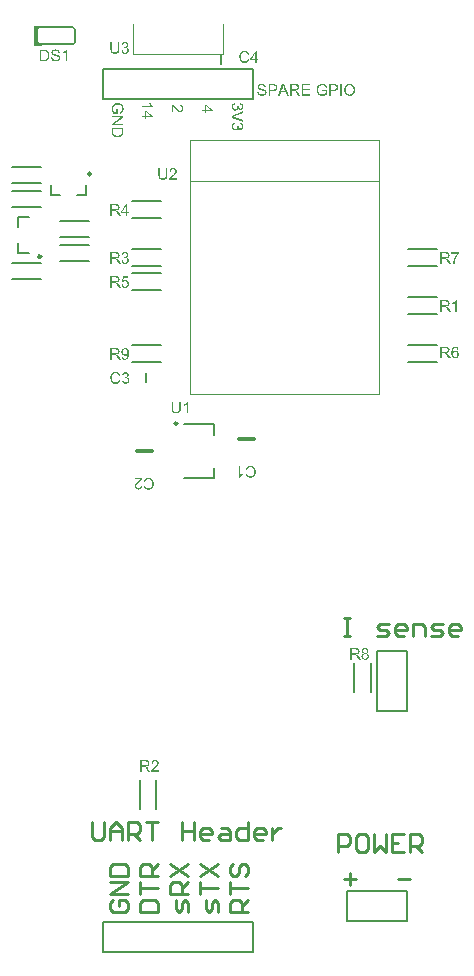
<source format=gto>
G04 Layer_Color=15065295*
%FSAX44Y44*%
%MOMM*%
G71*
G01*
G75*
%ADD20C,0.2032*%
%ADD22C,0.2540*%
%ADD28C,0.2500*%
%ADD29C,0.2000*%
%ADD30C,0.1524*%
%ADD31C,0.1000*%
%ADD32C,0.3048*%
%ADD33R,0.5842X0.1651*%
%ADD34R,0.4572X1.7018*%
%ADD35R,0.6502X0.1854*%
G36*
X00477089Y00588862D02*
X00477205D01*
X00477343Y00588852D01*
X00477501Y00588841D01*
X00477818Y00588809D01*
X00478146Y00588757D01*
X00478463Y00588693D01*
X00478600Y00588651D01*
X00478738Y00588609D01*
X00478748D01*
X00478769Y00588598D01*
X00478801Y00588577D01*
X00478854Y00588556D01*
X00478981Y00588492D01*
X00479128Y00588397D01*
X00479308Y00588270D01*
X00479488Y00588101D01*
X00479667Y00587911D01*
X00479826Y00587679D01*
Y00587668D01*
X00479847Y00587647D01*
X00479868Y00587615D01*
X00479889Y00587563D01*
X00479921Y00587499D01*
X00479953Y00587425D01*
X00479995Y00587341D01*
X00480037Y00587246D01*
X00480111Y00587024D01*
X00480175Y00586781D01*
X00480217Y00586506D01*
X00480238Y00586210D01*
Y00586199D01*
Y00586168D01*
Y00586104D01*
X00480227Y00586041D01*
X00480217Y00585946D01*
X00480206Y00585840D01*
X00480185Y00585724D01*
X00480154Y00585597D01*
X00480069Y00585322D01*
X00480016Y00585174D01*
X00479953Y00585027D01*
X00479879Y00584879D01*
X00479784Y00584731D01*
X00479678Y00584593D01*
X00479562Y00584456D01*
X00479551Y00584445D01*
X00479530Y00584424D01*
X00479488Y00584393D01*
X00479435Y00584340D01*
X00479361Y00584287D01*
X00479277Y00584224D01*
X00479171Y00584150D01*
X00479044Y00584076D01*
X00478907Y00584002D01*
X00478759Y00583928D01*
X00478590Y00583854D01*
X00478399Y00583780D01*
X00478199Y00583716D01*
X00477977Y00583653D01*
X00477734Y00583600D01*
X00477480Y00583558D01*
X00477491D01*
X00477501Y00583547D01*
X00477565Y00583516D01*
X00477660Y00583463D01*
X00477776Y00583399D01*
X00477903Y00583325D01*
X00478030Y00583251D01*
X00478156Y00583156D01*
X00478262Y00583072D01*
X00478273Y00583061D01*
X00478283Y00583051D01*
X00478315Y00583019D01*
X00478357Y00582977D01*
X00478410Y00582924D01*
X00478473Y00582860D01*
X00478611Y00582713D01*
X00478769Y00582522D01*
X00478949Y00582300D01*
X00479139Y00582047D01*
X00479329Y00581772D01*
X00481020Y00579120D01*
X00479403D01*
X00478114Y00581149D01*
X00478104Y00581159D01*
X00478093Y00581191D01*
X00478061Y00581233D01*
X00478019Y00581297D01*
X00477977Y00581371D01*
X00477913Y00581455D01*
X00477787Y00581645D01*
X00477639Y00581867D01*
X00477491Y00582089D01*
X00477332Y00582300D01*
X00477184Y00582491D01*
Y00582501D01*
X00477163Y00582512D01*
X00477121Y00582565D01*
X00477057Y00582649D01*
X00476962Y00582744D01*
X00476867Y00582850D01*
X00476751Y00582956D01*
X00476635Y00583061D01*
X00476529Y00583135D01*
X00476519Y00583146D01*
X00476476Y00583167D01*
X00476423Y00583199D01*
X00476350Y00583241D01*
X00476255Y00583283D01*
X00476159Y00583325D01*
X00476054Y00583368D01*
X00475938Y00583399D01*
X00475927D01*
X00475895Y00583410D01*
X00475842Y00583420D01*
X00475768Y00583431D01*
X00475663D01*
X00475536Y00583442D01*
X00475388Y00583452D01*
X00473729D01*
Y00579120D01*
X00472440D01*
Y00588873D01*
X00476973D01*
X00477089Y00588862D01*
D02*
G37*
G36*
X00146833Y00801121D02*
X00146949Y00801111D01*
X00147065Y00801100D01*
X00147203Y00801090D01*
X00147498Y00801047D01*
X00147826Y00800984D01*
X00148153Y00800889D01*
X00148470Y00800773D01*
X00148481D01*
X00148502Y00800751D01*
X00148555Y00800741D01*
X00148608Y00800709D01*
X00148671Y00800667D01*
X00148756Y00800625D01*
X00148935Y00800519D01*
X00149147Y00800371D01*
X00149358Y00800191D01*
X00149559Y00799991D01*
X00149739Y00799748D01*
X00149749Y00799737D01*
X00149760Y00799716D01*
X00149781Y00799684D01*
X00149812Y00799631D01*
X00149844Y00799568D01*
X00149886Y00799494D01*
X00149918Y00799399D01*
X00149971Y00799304D01*
X00150056Y00799082D01*
X00150129Y00798818D01*
X00150193Y00798532D01*
X00150225Y00798215D01*
X00148988Y00798120D01*
Y00798131D01*
X00148978Y00798163D01*
Y00798205D01*
X00148967Y00798268D01*
X00148946Y00798353D01*
X00148925Y00798437D01*
X00148862Y00798638D01*
X00148777Y00798860D01*
X00148650Y00799092D01*
X00148502Y00799314D01*
X00148407Y00799409D01*
X00148301Y00799505D01*
X00148291Y00799515D01*
X00148280Y00799526D01*
X00148238Y00799547D01*
X00148196Y00799579D01*
X00148132Y00799610D01*
X00148058Y00799653D01*
X00147974Y00799695D01*
X00147879Y00799748D01*
X00147763Y00799790D01*
X00147636Y00799832D01*
X00147498Y00799874D01*
X00147351Y00799906D01*
X00147181Y00799938D01*
X00147002Y00799959D01*
X00146812Y00799980D01*
X00146505D01*
X00146421Y00799969D01*
X00146326D01*
X00146220Y00799959D01*
X00146093Y00799948D01*
X00145966Y00799927D01*
X00145681Y00799874D01*
X00145406Y00799800D01*
X00145142Y00799695D01*
X00145015Y00799621D01*
X00144910Y00799547D01*
X00144899D01*
X00144888Y00799526D01*
X00144825Y00799473D01*
X00144741Y00799378D01*
X00144646Y00799251D01*
X00144550Y00799103D01*
X00144466Y00798923D01*
X00144403Y00798733D01*
X00144392Y00798628D01*
X00144381Y00798511D01*
Y00798501D01*
Y00798490D01*
X00144392Y00798427D01*
X00144403Y00798332D01*
X00144424Y00798215D01*
X00144476Y00798078D01*
X00144540Y00797930D01*
X00144624Y00797793D01*
X00144751Y00797655D01*
X00144772Y00797645D01*
X00144793Y00797624D01*
X00144836Y00797592D01*
X00144888Y00797560D01*
X00144952Y00797529D01*
X00145036Y00797486D01*
X00145132Y00797434D01*
X00145248Y00797381D01*
X00145385Y00797328D01*
X00145544Y00797275D01*
X00145723Y00797212D01*
X00145935Y00797148D01*
X00146157Y00797085D01*
X00146410Y00797011D01*
X00146695Y00796948D01*
X00146716D01*
X00146769Y00796937D01*
X00146843Y00796916D01*
X00146949Y00796884D01*
X00147076Y00796863D01*
X00147224Y00796821D01*
X00147382Y00796789D01*
X00147551Y00796736D01*
X00147910Y00796641D01*
X00148270Y00796546D01*
X00148439Y00796493D01*
X00148587Y00796440D01*
X00148735Y00796387D01*
X00148851Y00796335D01*
X00148862D01*
X00148893Y00796314D01*
X00148935Y00796292D01*
X00148988Y00796261D01*
X00149062Y00796229D01*
X00149147Y00796176D01*
X00149326Y00796060D01*
X00149538Y00795923D01*
X00149739Y00795754D01*
X00149939Y00795553D01*
X00150024Y00795447D01*
X00150108Y00795341D01*
Y00795331D01*
X00150129Y00795310D01*
X00150151Y00795278D01*
X00150172Y00795236D01*
X00150203Y00795183D01*
X00150235Y00795109D01*
X00150320Y00794940D01*
X00150394Y00794739D01*
X00150457Y00794507D01*
X00150499Y00794243D01*
X00150520Y00793957D01*
Y00793947D01*
Y00793926D01*
Y00793883D01*
X00150510Y00793830D01*
Y00793756D01*
X00150499Y00793682D01*
X00150468Y00793482D01*
X00150415Y00793260D01*
X00150330Y00793017D01*
X00150214Y00792763D01*
X00150151Y00792626D01*
X00150066Y00792499D01*
Y00792488D01*
X00150045Y00792467D01*
X00150024Y00792436D01*
X00149981Y00792383D01*
X00149886Y00792267D01*
X00149739Y00792108D01*
X00149559Y00791939D01*
X00149337Y00791759D01*
X00149083Y00791590D01*
X00148787Y00791432D01*
X00148777D01*
X00148745Y00791411D01*
X00148703Y00791400D01*
X00148640Y00791368D01*
X00148566Y00791347D01*
X00148470Y00791316D01*
X00148365Y00791273D01*
X00148238Y00791242D01*
X00148111Y00791210D01*
X00147963Y00791168D01*
X00147646Y00791115D01*
X00147298Y00791073D01*
X00146917Y00791051D01*
X00146791D01*
X00146695Y00791062D01*
X00146579D01*
X00146452Y00791073D01*
X00146304Y00791083D01*
X00146135Y00791104D01*
X00145787Y00791147D01*
X00145417Y00791210D01*
X00145047Y00791305D01*
X00144688Y00791432D01*
X00144677D01*
X00144646Y00791453D01*
X00144603Y00791474D01*
X00144540Y00791506D01*
X00144466Y00791548D01*
X00144381Y00791590D01*
X00144181Y00791717D01*
X00143959Y00791876D01*
X00143726Y00792076D01*
X00143494Y00792309D01*
X00143293Y00792584D01*
X00143282Y00792594D01*
X00143272Y00792615D01*
X00143251Y00792658D01*
X00143219Y00792721D01*
X00143177Y00792795D01*
X00143134Y00792879D01*
X00143082Y00792985D01*
X00143039Y00793101D01*
X00142987Y00793218D01*
X00142944Y00793355D01*
X00142860Y00793661D01*
X00142796Y00793989D01*
X00142775Y00794169D01*
X00142765Y00794348D01*
X00143980Y00794454D01*
Y00794443D01*
Y00794422D01*
X00143990Y00794380D01*
X00144001Y00794327D01*
X00144011Y00794264D01*
X00144022Y00794200D01*
X00144064Y00794021D01*
X00144117Y00793830D01*
X00144181Y00793630D01*
X00144265Y00793429D01*
X00144371Y00793239D01*
X00144381Y00793218D01*
X00144434Y00793165D01*
X00144508Y00793080D01*
X00144614Y00792975D01*
X00144751Y00792848D01*
X00144920Y00792732D01*
X00145121Y00792605D01*
X00145353Y00792488D01*
X00145364D01*
X00145385Y00792478D01*
X00145417Y00792467D01*
X00145470Y00792446D01*
X00145533Y00792425D01*
X00145607Y00792393D01*
X00145692Y00792372D01*
X00145787Y00792351D01*
X00146009Y00792298D01*
X00146273Y00792245D01*
X00146547Y00792214D01*
X00146854Y00792203D01*
X00146981D01*
X00147044Y00792214D01*
X00147118D01*
X00147287Y00792235D01*
X00147488Y00792256D01*
X00147710Y00792288D01*
X00147932Y00792341D01*
X00148143Y00792415D01*
X00148153D01*
X00148164Y00792425D01*
X00148196Y00792436D01*
X00148238Y00792457D01*
X00148333Y00792510D01*
X00148460Y00792573D01*
X00148597Y00792658D01*
X00148745Y00792763D01*
X00148872Y00792879D01*
X00148988Y00793017D01*
X00148999Y00793038D01*
X00149031Y00793080D01*
X00149083Y00793165D01*
X00149136Y00793270D01*
X00149178Y00793397D01*
X00149231Y00793535D01*
X00149263Y00793693D01*
X00149274Y00793852D01*
Y00793862D01*
Y00793873D01*
Y00793926D01*
X00149263Y00794021D01*
X00149242Y00794126D01*
X00149210Y00794253D01*
X00149157Y00794390D01*
X00149094Y00794528D01*
X00148999Y00794655D01*
X00148988Y00794665D01*
X00148946Y00794707D01*
X00148883Y00794771D01*
X00148787Y00794855D01*
X00148671Y00794940D01*
X00148513Y00795035D01*
X00148333Y00795130D01*
X00148122Y00795225D01*
X00148101Y00795236D01*
X00148080Y00795246D01*
X00148037Y00795257D01*
X00147995Y00795267D01*
X00147932Y00795289D01*
X00147847Y00795320D01*
X00147763Y00795341D01*
X00147646Y00795373D01*
X00147530Y00795415D01*
X00147382Y00795447D01*
X00147224Y00795489D01*
X00147044Y00795542D01*
X00146854Y00795584D01*
X00146632Y00795648D01*
X00146389Y00795701D01*
X00146378D01*
X00146336Y00795711D01*
X00146262Y00795732D01*
X00146178Y00795754D01*
X00146061Y00795785D01*
X00145935Y00795817D01*
X00145808Y00795859D01*
X00145660Y00795901D01*
X00145343Y00795997D01*
X00145036Y00796102D01*
X00144888Y00796155D01*
X00144751Y00796208D01*
X00144624Y00796261D01*
X00144519Y00796314D01*
X00144508D01*
X00144487Y00796335D01*
X00144455Y00796356D01*
X00144403Y00796377D01*
X00144276Y00796451D01*
X00144128Y00796557D01*
X00143948Y00796694D01*
X00143779Y00796842D01*
X00143610Y00797021D01*
X00143473Y00797212D01*
Y00797222D01*
X00143462Y00797233D01*
X00143441Y00797264D01*
X00143420Y00797307D01*
X00143367Y00797423D01*
X00143303Y00797571D01*
X00143240Y00797751D01*
X00143187Y00797962D01*
X00143145Y00798194D01*
X00143134Y00798437D01*
Y00798448D01*
Y00798469D01*
Y00798511D01*
X00143145Y00798564D01*
Y00798628D01*
X00143156Y00798702D01*
X00143187Y00798892D01*
X00143240Y00799103D01*
X00143303Y00799325D01*
X00143409Y00799568D01*
X00143547Y00799811D01*
Y00799822D01*
X00143568Y00799843D01*
X00143589Y00799874D01*
X00143621Y00799917D01*
X00143726Y00800033D01*
X00143864Y00800181D01*
X00144033Y00800339D01*
X00144244Y00800498D01*
X00144487Y00800656D01*
X00144772Y00800794D01*
X00144783D01*
X00144804Y00800804D01*
X00144857Y00800825D01*
X00144910Y00800847D01*
X00144984Y00800868D01*
X00145079Y00800899D01*
X00145184Y00800931D01*
X00145301Y00800963D01*
X00145427Y00800994D01*
X00145565Y00801026D01*
X00145861Y00801079D01*
X00146199Y00801121D01*
X00146558Y00801132D01*
X00146738D01*
X00146833Y00801121D01*
D02*
G37*
G36*
X00222962Y00199353D02*
X00223078D01*
X00223216Y00199343D01*
X00223374Y00199332D01*
X00223691Y00199300D01*
X00224019Y00199248D01*
X00224336Y00199184D01*
X00224473Y00199142D01*
X00224611Y00199100D01*
X00224621D01*
X00224642Y00199089D01*
X00224674Y00199068D01*
X00224727Y00199047D01*
X00224854Y00198983D01*
X00225002Y00198888D01*
X00225181Y00198762D01*
X00225361Y00198592D01*
X00225540Y00198402D01*
X00225699Y00198170D01*
Y00198159D01*
X00225720Y00198138D01*
X00225741Y00198106D01*
X00225762Y00198054D01*
X00225794Y00197990D01*
X00225826Y00197916D01*
X00225868Y00197832D01*
X00225910Y00197737D01*
X00225984Y00197515D01*
X00226048Y00197272D01*
X00226090Y00196997D01*
X00226111Y00196701D01*
Y00196691D01*
Y00196659D01*
Y00196595D01*
X00226100Y00196532D01*
X00226090Y00196437D01*
X00226079Y00196331D01*
X00226058Y00196215D01*
X00226026Y00196088D01*
X00225942Y00195814D01*
X00225889Y00195665D01*
X00225826Y00195518D01*
X00225752Y00195370D01*
X00225657Y00195222D01*
X00225551Y00195084D01*
X00225435Y00194947D01*
X00225424Y00194937D01*
X00225403Y00194915D01*
X00225361Y00194884D01*
X00225308Y00194831D01*
X00225234Y00194778D01*
X00225149Y00194715D01*
X00225044Y00194641D01*
X00224917Y00194567D01*
X00224780Y00194493D01*
X00224632Y00194419D01*
X00224463Y00194345D01*
X00224272Y00194271D01*
X00224072Y00194207D01*
X00223850Y00194144D01*
X00223607Y00194091D01*
X00223353Y00194049D01*
X00223364D01*
X00223374Y00194038D01*
X00223438Y00194007D01*
X00223533Y00193954D01*
X00223649Y00193890D01*
X00223776Y00193816D01*
X00223903Y00193743D01*
X00224029Y00193647D01*
X00224135Y00193563D01*
X00224146Y00193552D01*
X00224156Y00193542D01*
X00224188Y00193510D01*
X00224230Y00193468D01*
X00224283Y00193415D01*
X00224346Y00193351D01*
X00224484Y00193204D01*
X00224642Y00193013D01*
X00224822Y00192792D01*
X00225012Y00192538D01*
X00225202Y00192263D01*
X00226893Y00189611D01*
X00225276D01*
X00223987Y00191640D01*
X00223977Y00191650D01*
X00223966Y00191682D01*
X00223934Y00191724D01*
X00223892Y00191788D01*
X00223850Y00191862D01*
X00223786Y00191946D01*
X00223660Y00192136D01*
X00223512Y00192358D01*
X00223364Y00192580D01*
X00223205Y00192792D01*
X00223057Y00192982D01*
Y00192992D01*
X00223036Y00193003D01*
X00222994Y00193056D01*
X00222931Y00193140D01*
X00222835Y00193235D01*
X00222740Y00193341D01*
X00222624Y00193447D01*
X00222508Y00193552D01*
X00222402Y00193626D01*
X00222392Y00193637D01*
X00222349Y00193658D01*
X00222297Y00193690D01*
X00222223Y00193732D01*
X00222127Y00193774D01*
X00222032Y00193816D01*
X00221927Y00193859D01*
X00221810Y00193890D01*
X00221800D01*
X00221768Y00193901D01*
X00221715Y00193911D01*
X00221641Y00193922D01*
X00221536D01*
X00221409Y00193933D01*
X00221261Y00193943D01*
X00219602D01*
Y00189611D01*
X00218313D01*
Y00199364D01*
X00222846D01*
X00222962Y00199353D01*
D02*
G37*
G36*
X00486282Y00579120D02*
X00485088D01*
Y00586738D01*
X00485067Y00586717D01*
X00485014Y00586664D01*
X00484919Y00586590D01*
X00484782Y00586485D01*
X00484623Y00586358D01*
X00484422Y00586221D01*
X00484200Y00586073D01*
X00483947Y00585914D01*
X00483936D01*
X00483915Y00585893D01*
X00483883Y00585872D01*
X00483831Y00585851D01*
X00483767Y00585808D01*
X00483693Y00585777D01*
X00483524Y00585682D01*
X00483334Y00585587D01*
X00483123Y00585481D01*
X00482901Y00585386D01*
X00482689Y00585301D01*
Y00586453D01*
X00482700Y00586464D01*
X00482732Y00586474D01*
X00482785Y00586506D01*
X00482859Y00586538D01*
X00482943Y00586580D01*
X00483049Y00586643D01*
X00483165Y00586707D01*
X00483281Y00586770D01*
X00483556Y00586939D01*
X00483852Y00587140D01*
X00484158Y00587351D01*
X00484443Y00587594D01*
X00484454Y00587605D01*
X00484475Y00587626D01*
X00484517Y00587658D01*
X00484570Y00587710D01*
X00484623Y00587774D01*
X00484697Y00587837D01*
X00484855Y00588017D01*
X00485035Y00588207D01*
X00485215Y00588429D01*
X00485373Y00588661D01*
X00485511Y00588904D01*
X00486282D01*
Y00579120D01*
D02*
G37*
G36*
X00307099Y00799851D02*
X00307226Y00799841D01*
X00307374Y00799820D01*
X00307533Y00799799D01*
X00307712Y00799767D01*
X00307903Y00799725D01*
X00308103Y00799682D01*
X00308304Y00799619D01*
X00308515Y00799545D01*
X00308727Y00799460D01*
X00308927Y00799355D01*
X00309128Y00799249D01*
X00309318Y00799112D01*
X00309329Y00799101D01*
X00309361Y00799080D01*
X00309414Y00799038D01*
X00309477Y00798974D01*
X00309561Y00798900D01*
X00309657Y00798805D01*
X00309752Y00798699D01*
X00309868Y00798573D01*
X00309984Y00798435D01*
X00310100Y00798277D01*
X00310217Y00798108D01*
X00310322Y00797918D01*
X00310438Y00797717D01*
X00310534Y00797495D01*
X00310629Y00797262D01*
X00310713Y00797020D01*
X00309445Y00796724D01*
Y00796734D01*
X00309424Y00796766D01*
X00309414Y00796829D01*
X00309382Y00796903D01*
X00309350Y00796988D01*
X00309297Y00797083D01*
X00309192Y00797315D01*
X00309054Y00797569D01*
X00308875Y00797833D01*
X00308684Y00798076D01*
X00308568Y00798182D01*
X00308452Y00798277D01*
X00308441Y00798288D01*
X00308420Y00798298D01*
X00308389Y00798319D01*
X00308336Y00798351D01*
X00308272Y00798393D01*
X00308198Y00798435D01*
X00308114Y00798478D01*
X00308008Y00798520D01*
X00307892Y00798562D01*
X00307776Y00798604D01*
X00307501Y00798689D01*
X00307184Y00798742D01*
X00307015Y00798763D01*
X00306730D01*
X00306645Y00798752D01*
X00306550Y00798742D01*
X00306434Y00798731D01*
X00306307Y00798721D01*
X00306180Y00798699D01*
X00305874Y00798626D01*
X00305557Y00798531D01*
X00305398Y00798467D01*
X00305240Y00798393D01*
X00305092Y00798309D01*
X00304944Y00798214D01*
X00304933Y00798203D01*
X00304912Y00798192D01*
X00304870Y00798161D01*
X00304817Y00798118D01*
X00304764Y00798066D01*
X00304690Y00797992D01*
X00304616Y00797918D01*
X00304532Y00797833D01*
X00304447Y00797727D01*
X00304352Y00797622D01*
X00304183Y00797379D01*
X00304025Y00797094D01*
X00303887Y00796766D01*
Y00796755D01*
X00303877Y00796724D01*
X00303855Y00796671D01*
X00303845Y00796607D01*
X00303824Y00796523D01*
X00303792Y00796428D01*
X00303771Y00796311D01*
X00303739Y00796195D01*
X00303708Y00796058D01*
X00303687Y00795910D01*
X00303634Y00795593D01*
X00303602Y00795255D01*
X00303591Y00794896D01*
Y00794885D01*
Y00794843D01*
Y00794779D01*
X00303602Y00794684D01*
Y00794579D01*
X00303612Y00794452D01*
X00303623Y00794314D01*
X00303634Y00794156D01*
X00303655Y00793987D01*
X00303676Y00793818D01*
X00303739Y00793448D01*
X00303834Y00793078D01*
X00303951Y00792719D01*
Y00792708D01*
X00303972Y00792677D01*
X00303993Y00792634D01*
X00304014Y00792571D01*
X00304056Y00792486D01*
X00304109Y00792402D01*
X00304225Y00792201D01*
X00304384Y00791969D01*
X00304574Y00791747D01*
X00304806Y00791525D01*
X00304933Y00791430D01*
X00305071Y00791335D01*
X00305081D01*
X00305102Y00791314D01*
X00305145Y00791292D01*
X00305208Y00791261D01*
X00305282Y00791229D01*
X00305366Y00791187D01*
X00305462Y00791155D01*
X00305567Y00791113D01*
X00305810Y00791028D01*
X00306096Y00790954D01*
X00306402Y00790901D01*
X00306560Y00790891D01*
X00306730Y00790880D01*
X00306835D01*
X00306909Y00790891D01*
X00307004Y00790901D01*
X00307110Y00790912D01*
X00307237Y00790933D01*
X00307364Y00790954D01*
X00307659Y00791028D01*
X00307807Y00791081D01*
X00307966Y00791145D01*
X00308124Y00791218D01*
X00308272Y00791303D01*
X00308420Y00791398D01*
X00308568Y00791504D01*
X00308579Y00791514D01*
X00308600Y00791535D01*
X00308642Y00791567D01*
X00308695Y00791620D01*
X00308748Y00791684D01*
X00308822Y00791768D01*
X00308896Y00791863D01*
X00308980Y00791969D01*
X00309065Y00792095D01*
X00309149Y00792233D01*
X00309234Y00792381D01*
X00309318Y00792550D01*
X00309392Y00792729D01*
X00309466Y00792930D01*
X00309540Y00793142D01*
X00309593Y00793363D01*
X00310882Y00793036D01*
Y00793015D01*
X00310861Y00792962D01*
X00310840Y00792888D01*
X00310798Y00792772D01*
X00310755Y00792645D01*
X00310692Y00792486D01*
X00310629Y00792317D01*
X00310544Y00792138D01*
X00310449Y00791937D01*
X00310343Y00791747D01*
X00310227Y00791535D01*
X00310090Y00791335D01*
X00309942Y00791145D01*
X00309783Y00790954D01*
X00309604Y00790775D01*
X00309414Y00790606D01*
X00309403Y00790595D01*
X00309361Y00790574D01*
X00309308Y00790532D01*
X00309223Y00790479D01*
X00309128Y00790415D01*
X00309001Y00790341D01*
X00308864Y00790268D01*
X00308695Y00790194D01*
X00308515Y00790120D01*
X00308325Y00790046D01*
X00308114Y00789972D01*
X00307881Y00789908D01*
X00307638Y00789855D01*
X00307385Y00789813D01*
X00307120Y00789792D01*
X00306835Y00789781D01*
X00306687D01*
X00306571Y00789792D01*
X00306444Y00789803D01*
X00306286Y00789813D01*
X00306117Y00789834D01*
X00305926Y00789866D01*
X00305726Y00789898D01*
X00305515Y00789940D01*
X00305303Y00789993D01*
X00305092Y00790046D01*
X00304870Y00790120D01*
X00304659Y00790204D01*
X00304458Y00790299D01*
X00304268Y00790415D01*
X00304257Y00790426D01*
X00304225Y00790447D01*
X00304172Y00790479D01*
X00304109Y00790532D01*
X00304025Y00790606D01*
X00303930Y00790680D01*
X00303824Y00790775D01*
X00303708Y00790891D01*
X00303591Y00791018D01*
X00303465Y00791155D01*
X00303348Y00791303D01*
X00303221Y00791472D01*
X00303095Y00791652D01*
X00302978Y00791842D01*
X00302873Y00792053D01*
X00302767Y00792275D01*
X00302757Y00792286D01*
X00302746Y00792328D01*
X00302725Y00792402D01*
X00302693Y00792486D01*
X00302651Y00792603D01*
X00302609Y00792729D01*
X00302566Y00792888D01*
X00302514Y00793057D01*
X00302471Y00793247D01*
X00302418Y00793448D01*
X00302376Y00793659D01*
X00302344Y00793892D01*
X00302281Y00794378D01*
X00302271Y00794632D01*
X00302260Y00794885D01*
Y00794906D01*
Y00794949D01*
Y00795033D01*
X00302271Y00795139D01*
X00302281Y00795276D01*
X00302292Y00795434D01*
X00302313Y00795604D01*
X00302334Y00795794D01*
X00302366Y00795994D01*
X00302397Y00796206D01*
X00302503Y00796660D01*
X00302577Y00796882D01*
X00302651Y00797104D01*
X00302736Y00797337D01*
X00302841Y00797548D01*
X00302852Y00797558D01*
X00302873Y00797601D01*
X00302905Y00797654D01*
X00302947Y00797738D01*
X00303010Y00797833D01*
X00303084Y00797939D01*
X00303169Y00798055D01*
X00303264Y00798192D01*
X00303380Y00798319D01*
X00303496Y00798467D01*
X00303634Y00798604D01*
X00303782Y00798752D01*
X00303940Y00798890D01*
X00304109Y00799027D01*
X00304299Y00799154D01*
X00304489Y00799270D01*
X00304500Y00799281D01*
X00304542Y00799291D01*
X00304595Y00799323D01*
X00304680Y00799365D01*
X00304775Y00799408D01*
X00304902Y00799460D01*
X00305039Y00799513D01*
X00305187Y00799566D01*
X00305356Y00799619D01*
X00305546Y00799672D01*
X00305736Y00799725D01*
X00305948Y00799767D01*
X00306381Y00799841D01*
X00306613Y00799851D01*
X00306856Y00799862D01*
X00306994D01*
X00307099Y00799851D01*
D02*
G37*
G36*
X00317021Y00793374D02*
X00318342D01*
Y00792275D01*
X00317021D01*
Y00789940D01*
X00315827D01*
Y00792275D01*
X00311580D01*
Y00793374D01*
X00316039Y00799693D01*
X00317021D01*
Y00793374D01*
D02*
G37*
G36*
X00156300Y00791210D02*
X00155106D01*
Y00798828D01*
X00155085Y00798807D01*
X00155032Y00798754D01*
X00154937Y00798680D01*
X00154800Y00798575D01*
X00154641Y00798448D01*
X00154440Y00798311D01*
X00154219Y00798163D01*
X00153965Y00798004D01*
X00153954D01*
X00153933Y00797983D01*
X00153902Y00797962D01*
X00153849Y00797941D01*
X00153785Y00797898D01*
X00153712Y00797867D01*
X00153542Y00797772D01*
X00153352Y00797677D01*
X00153141Y00797571D01*
X00152919Y00797476D01*
X00152708Y00797391D01*
Y00798543D01*
X00152718Y00798554D01*
X00152750Y00798564D01*
X00152803Y00798596D01*
X00152877Y00798628D01*
X00152961Y00798670D01*
X00153067Y00798733D01*
X00153183Y00798797D01*
X00153299Y00798860D01*
X00153574Y00799029D01*
X00153870Y00799230D01*
X00154176Y00799441D01*
X00154462Y00799684D01*
X00154472Y00799695D01*
X00154493Y00799716D01*
X00154536Y00799748D01*
X00154588Y00799800D01*
X00154641Y00799864D01*
X00154715Y00799927D01*
X00154874Y00800107D01*
X00155053Y00800297D01*
X00155233Y00800519D01*
X00155392Y00800751D01*
X00155529Y00800994D01*
X00156300D01*
Y00791210D01*
D02*
G37*
G36*
X00137091Y00800952D02*
X00137217D01*
X00137344Y00800942D01*
X00137629Y00800931D01*
X00137915Y00800899D01*
X00138200Y00800868D01*
X00138327Y00800836D01*
X00138443Y00800815D01*
X00138454D01*
X00138485Y00800804D01*
X00138527Y00800794D01*
X00138580Y00800773D01*
X00138654Y00800751D01*
X00138739Y00800730D01*
X00138940Y00800656D01*
X00139162Y00800561D01*
X00139394Y00800445D01*
X00139637Y00800297D01*
X00139869Y00800117D01*
X00139880Y00800107D01*
X00139901Y00800086D01*
X00139943Y00800054D01*
X00139996Y00800001D01*
X00140060Y00799938D01*
X00140134Y00799853D01*
X00140218Y00799769D01*
X00140303Y00799663D01*
X00140398Y00799547D01*
X00140493Y00799420D01*
X00140588Y00799283D01*
X00140683Y00799135D01*
X00140863Y00798807D01*
X00141021Y00798448D01*
Y00798437D01*
X00141042Y00798406D01*
X00141053Y00798342D01*
X00141085Y00798268D01*
X00141116Y00798173D01*
X00141148Y00798057D01*
X00141180Y00797930D01*
X00141222Y00797782D01*
X00141254Y00797613D01*
X00141285Y00797434D01*
X00141317Y00797243D01*
X00141349Y00797043D01*
X00141381Y00796831D01*
X00141391Y00796609D01*
X00141412Y00796134D01*
Y00796123D01*
Y00796081D01*
Y00796028D01*
Y00795944D01*
X00141402Y00795849D01*
Y00795732D01*
X00141391Y00795606D01*
X00141381Y00795468D01*
X00141349Y00795162D01*
X00141296Y00794834D01*
X00141233Y00794496D01*
X00141148Y00794158D01*
Y00794147D01*
X00141137Y00794116D01*
X00141116Y00794073D01*
X00141106Y00794021D01*
X00141074Y00793947D01*
X00141042Y00793862D01*
X00140968Y00793661D01*
X00140873Y00793439D01*
X00140757Y00793196D01*
X00140630Y00792964D01*
X00140482Y00792742D01*
Y00792732D01*
X00140461Y00792721D01*
X00140440Y00792689D01*
X00140408Y00792647D01*
X00140334Y00792552D01*
X00140218Y00792425D01*
X00140091Y00792277D01*
X00139943Y00792129D01*
X00139774Y00791992D01*
X00139595Y00791855D01*
X00139584D01*
X00139574Y00791844D01*
X00139510Y00791802D01*
X00139404Y00791749D01*
X00139267Y00791675D01*
X00139098Y00791601D01*
X00138897Y00791516D01*
X00138665Y00791442D01*
X00138422Y00791368D01*
X00138411D01*
X00138390Y00791358D01*
X00138358D01*
X00138306Y00791347D01*
X00138242Y00791337D01*
X00138158Y00791316D01*
X00138073Y00791305D01*
X00137978Y00791294D01*
X00137746Y00791263D01*
X00137481Y00791231D01*
X00137186Y00791221D01*
X00136869Y00791210D01*
X00133350D01*
Y00800963D01*
X00136985D01*
X00137091Y00800952D01*
D02*
G37*
G36*
X00197689Y00609182D02*
X00197805D01*
X00197943Y00609172D01*
X00198101Y00609161D01*
X00198418Y00609129D01*
X00198746Y00609077D01*
X00199063Y00609013D01*
X00199200Y00608971D01*
X00199338Y00608929D01*
X00199348D01*
X00199369Y00608918D01*
X00199401Y00608897D01*
X00199454Y00608876D01*
X00199581Y00608812D01*
X00199729Y00608717D01*
X00199908Y00608591D01*
X00200088Y00608421D01*
X00200267Y00608231D01*
X00200426Y00607999D01*
Y00607988D01*
X00200447Y00607967D01*
X00200468Y00607935D01*
X00200489Y00607883D01*
X00200521Y00607819D01*
X00200553Y00607745D01*
X00200595Y00607661D01*
X00200637Y00607566D01*
X00200711Y00607344D01*
X00200775Y00607101D01*
X00200817Y00606826D01*
X00200838Y00606530D01*
Y00606520D01*
Y00606488D01*
Y00606424D01*
X00200827Y00606361D01*
X00200817Y00606266D01*
X00200806Y00606160D01*
X00200785Y00606044D01*
X00200753Y00605917D01*
X00200669Y00605643D01*
X00200616Y00605494D01*
X00200553Y00605347D01*
X00200479Y00605199D01*
X00200384Y00605051D01*
X00200278Y00604913D01*
X00200162Y00604776D01*
X00200151Y00604766D01*
X00200130Y00604744D01*
X00200088Y00604713D01*
X00200035Y00604660D01*
X00199961Y00604607D01*
X00199876Y00604544D01*
X00199771Y00604470D01*
X00199644Y00604396D01*
X00199507Y00604322D01*
X00199359Y00604248D01*
X00199190Y00604174D01*
X00198999Y00604100D01*
X00198799Y00604036D01*
X00198577Y00603973D01*
X00198334Y00603920D01*
X00198080Y00603878D01*
X00198091D01*
X00198101Y00603867D01*
X00198165Y00603836D01*
X00198260Y00603783D01*
X00198376Y00603719D01*
X00198503Y00603645D01*
X00198630Y00603572D01*
X00198756Y00603476D01*
X00198862Y00603392D01*
X00198873Y00603381D01*
X00198883Y00603371D01*
X00198915Y00603339D01*
X00198957Y00603297D01*
X00199010Y00603244D01*
X00199073Y00603181D01*
X00199211Y00603033D01*
X00199369Y00602842D01*
X00199549Y00602621D01*
X00199739Y00602367D01*
X00199929Y00602092D01*
X00201620Y00599440D01*
X00200003D01*
X00198714Y00601469D01*
X00198704Y00601479D01*
X00198693Y00601511D01*
X00198661Y00601553D01*
X00198619Y00601617D01*
X00198577Y00601691D01*
X00198513Y00601775D01*
X00198387Y00601965D01*
X00198239Y00602187D01*
X00198091Y00602409D01*
X00197932Y00602621D01*
X00197784Y00602811D01*
Y00602821D01*
X00197763Y00602832D01*
X00197721Y00602885D01*
X00197658Y00602969D01*
X00197562Y00603064D01*
X00197467Y00603170D01*
X00197351Y00603276D01*
X00197235Y00603381D01*
X00197129Y00603455D01*
X00197119Y00603466D01*
X00197076Y00603487D01*
X00197024Y00603519D01*
X00196950Y00603561D01*
X00196854Y00603603D01*
X00196759Y00603645D01*
X00196654Y00603688D01*
X00196537Y00603719D01*
X00196527D01*
X00196495Y00603730D01*
X00196442Y00603741D01*
X00196368Y00603751D01*
X00196263D01*
X00196136Y00603762D01*
X00195988Y00603772D01*
X00194329D01*
Y00599440D01*
X00193040D01*
Y00609193D01*
X00197573D01*
X00197689Y00609182D01*
D02*
G37*
G36*
X00207410Y00663834D02*
X00208731D01*
Y00662735D01*
X00207410D01*
Y00660400D01*
X00206216D01*
Y00662735D01*
X00201969D01*
Y00663834D01*
X00206428Y00670153D01*
X00207410D01*
Y00663834D01*
D02*
G37*
G36*
X00477089Y00549492D02*
X00477205D01*
X00477343Y00549482D01*
X00477501Y00549471D01*
X00477818Y00549439D01*
X00478146Y00549387D01*
X00478463Y00549323D01*
X00478600Y00549281D01*
X00478738Y00549239D01*
X00478748D01*
X00478769Y00549228D01*
X00478801Y00549207D01*
X00478854Y00549186D01*
X00478981Y00549122D01*
X00479128Y00549027D01*
X00479308Y00548900D01*
X00479488Y00548731D01*
X00479667Y00548541D01*
X00479826Y00548309D01*
Y00548298D01*
X00479847Y00548277D01*
X00479868Y00548245D01*
X00479889Y00548193D01*
X00479921Y00548129D01*
X00479953Y00548055D01*
X00479995Y00547971D01*
X00480037Y00547876D01*
X00480111Y00547654D01*
X00480175Y00547411D01*
X00480217Y00547136D01*
X00480238Y00546840D01*
Y00546829D01*
Y00546798D01*
Y00546734D01*
X00480227Y00546671D01*
X00480217Y00546576D01*
X00480206Y00546470D01*
X00480185Y00546354D01*
X00480154Y00546227D01*
X00480069Y00545952D01*
X00480016Y00545804D01*
X00479953Y00545657D01*
X00479879Y00545509D01*
X00479784Y00545361D01*
X00479678Y00545223D01*
X00479562Y00545086D01*
X00479551Y00545075D01*
X00479530Y00545054D01*
X00479488Y00545023D01*
X00479435Y00544970D01*
X00479361Y00544917D01*
X00479277Y00544854D01*
X00479171Y00544780D01*
X00479044Y00544706D01*
X00478907Y00544632D01*
X00478759Y00544558D01*
X00478590Y00544484D01*
X00478399Y00544410D01*
X00478199Y00544346D01*
X00477977Y00544283D01*
X00477734Y00544230D01*
X00477480Y00544188D01*
X00477491D01*
X00477501Y00544177D01*
X00477565Y00544146D01*
X00477660Y00544093D01*
X00477776Y00544029D01*
X00477903Y00543955D01*
X00478030Y00543881D01*
X00478156Y00543786D01*
X00478262Y00543702D01*
X00478273Y00543691D01*
X00478283Y00543681D01*
X00478315Y00543649D01*
X00478357Y00543607D01*
X00478410Y00543554D01*
X00478473Y00543490D01*
X00478611Y00543343D01*
X00478769Y00543152D01*
X00478949Y00542930D01*
X00479139Y00542677D01*
X00479329Y00542402D01*
X00481020Y00539750D01*
X00479403D01*
X00478114Y00541779D01*
X00478104Y00541789D01*
X00478093Y00541821D01*
X00478061Y00541863D01*
X00478019Y00541927D01*
X00477977Y00542001D01*
X00477913Y00542085D01*
X00477787Y00542275D01*
X00477639Y00542497D01*
X00477491Y00542719D01*
X00477332Y00542930D01*
X00477184Y00543121D01*
Y00543131D01*
X00477163Y00543142D01*
X00477121Y00543195D01*
X00477057Y00543279D01*
X00476962Y00543374D01*
X00476867Y00543480D01*
X00476751Y00543586D01*
X00476635Y00543691D01*
X00476529Y00543765D01*
X00476519Y00543776D01*
X00476476Y00543797D01*
X00476423Y00543829D01*
X00476350Y00543871D01*
X00476255Y00543913D01*
X00476159Y00543955D01*
X00476054Y00543998D01*
X00475938Y00544029D01*
X00475927D01*
X00475895Y00544040D01*
X00475842Y00544050D01*
X00475768Y00544061D01*
X00475663D01*
X00475536Y00544072D01*
X00475388Y00544082D01*
X00473729D01*
Y00539750D01*
X00472440D01*
Y00549503D01*
X00476973D01*
X00477089Y00549492D01*
D02*
G37*
G36*
X00208382Y00607925D02*
X00204483D01*
X00203966Y00605304D01*
X00203976Y00605315D01*
X00204008Y00605336D01*
X00204050Y00605357D01*
X00204114Y00605399D01*
X00204198Y00605442D01*
X00204293Y00605494D01*
X00204399Y00605558D01*
X00204526Y00605611D01*
X00204653Y00605664D01*
X00204800Y00605727D01*
X00205107Y00605822D01*
X00205276Y00605864D01*
X00205445Y00605896D01*
X00205625Y00605907D01*
X00205804Y00605917D01*
X00205857D01*
X00205931Y00605907D01*
X00206015D01*
X00206121Y00605886D01*
X00206248Y00605875D01*
X00206396Y00605843D01*
X00206544Y00605812D01*
X00206713Y00605759D01*
X00206882Y00605706D01*
X00207062Y00605632D01*
X00207241Y00605547D01*
X00207421Y00605442D01*
X00207600Y00605326D01*
X00207780Y00605188D01*
X00207949Y00605030D01*
X00207960Y00605019D01*
X00207992Y00604987D01*
X00208034Y00604935D01*
X00208087Y00604871D01*
X00208160Y00604787D01*
X00208235Y00604670D01*
X00208308Y00604554D01*
X00208393Y00604417D01*
X00208477Y00604258D01*
X00208552Y00604079D01*
X00208636Y00603899D01*
X00208699Y00603688D01*
X00208752Y00603476D01*
X00208794Y00603244D01*
X00208826Y00603001D01*
X00208837Y00602747D01*
Y00602737D01*
Y00602684D01*
Y00602621D01*
X00208826Y00602525D01*
X00208816Y00602409D01*
X00208794Y00602282D01*
X00208773Y00602134D01*
X00208742Y00601965D01*
X00208699Y00601796D01*
X00208647Y00601606D01*
X00208583Y00601416D01*
X00208509Y00601226D01*
X00208425Y00601035D01*
X00208319Y00600835D01*
X00208203Y00600645D01*
X00208065Y00600465D01*
X00208055Y00600454D01*
X00208023Y00600412D01*
X00207970Y00600359D01*
X00207896Y00600285D01*
X00207801Y00600190D01*
X00207685Y00600095D01*
X00207548Y00599979D01*
X00207389Y00599873D01*
X00207220Y00599768D01*
X00207030Y00599651D01*
X00206819Y00599556D01*
X00206586Y00599472D01*
X00206343Y00599387D01*
X00206079Y00599334D01*
X00205804Y00599292D01*
X00205508Y00599282D01*
X00205382D01*
X00205287Y00599292D01*
X00205170Y00599303D01*
X00205043Y00599324D01*
X00204895Y00599345D01*
X00204737Y00599377D01*
X00204568Y00599408D01*
X00204388Y00599461D01*
X00204209Y00599524D01*
X00204029Y00599599D01*
X00203849Y00599683D01*
X00203670Y00599778D01*
X00203501Y00599894D01*
X00203332Y00600021D01*
X00203321Y00600032D01*
X00203300Y00600053D01*
X00203258Y00600095D01*
X00203205Y00600159D01*
X00203131Y00600233D01*
X00203057Y00600317D01*
X00202983Y00600423D01*
X00202899Y00600550D01*
X00202814Y00600676D01*
X00202729Y00600824D01*
X00202655Y00600993D01*
X00202582Y00601162D01*
X00202507Y00601353D01*
X00202455Y00601553D01*
X00202412Y00601775D01*
X00202381Y00601997D01*
X00203638Y00602092D01*
Y00602082D01*
X00203649Y00602050D01*
X00203659Y00602008D01*
X00203670Y00601944D01*
X00203680Y00601870D01*
X00203712Y00601775D01*
X00203765Y00601574D01*
X00203849Y00601353D01*
X00203966Y00601120D01*
X00204103Y00600909D01*
X00204188Y00600814D01*
X00204272Y00600718D01*
X00204283D01*
X00204293Y00600697D01*
X00204325Y00600676D01*
X00204367Y00600645D01*
X00204473Y00600571D01*
X00204621Y00600497D01*
X00204800Y00600412D01*
X00205012Y00600338D01*
X00205244Y00600285D01*
X00205371Y00600275D01*
X00205508Y00600264D01*
X00205593D01*
X00205656Y00600275D01*
X00205730Y00600285D01*
X00205815Y00600296D01*
X00206015Y00600349D01*
X00206248Y00600423D01*
X00206364Y00600476D01*
X00206491Y00600539D01*
X00206618Y00600613D01*
X00206734Y00600697D01*
X00206850Y00600793D01*
X00206966Y00600909D01*
X00206977Y00600919D01*
X00206988Y00600940D01*
X00207019Y00600972D01*
X00207062Y00601025D01*
X00207104Y00601099D01*
X00207157Y00601173D01*
X00207209Y00601268D01*
X00207273Y00601374D01*
X00207326Y00601490D01*
X00207379Y00601617D01*
X00207431Y00601765D01*
X00207474Y00601912D01*
X00207516Y00602082D01*
X00207548Y00602261D01*
X00207558Y00602441D01*
X00207569Y00602642D01*
Y00602652D01*
Y00602684D01*
Y00602737D01*
X00207558Y00602811D01*
X00207548Y00602895D01*
X00207537Y00603001D01*
X00207516Y00603106D01*
X00207495Y00603233D01*
X00207431Y00603487D01*
X00207326Y00603762D01*
X00207262Y00603889D01*
X00207178Y00604015D01*
X00207093Y00604142D01*
X00206988Y00604258D01*
X00206977Y00604269D01*
X00206966Y00604279D01*
X00206924Y00604311D01*
X00206882Y00604353D01*
X00206829Y00604396D01*
X00206755Y00604449D01*
X00206681Y00604501D01*
X00206586Y00604565D01*
X00206481Y00604618D01*
X00206375Y00604670D01*
X00206111Y00604766D01*
X00205973Y00604808D01*
X00205815Y00604839D01*
X00205656Y00604850D01*
X00205487Y00604861D01*
X00205392D01*
X00205276Y00604850D01*
X00205138Y00604829D01*
X00204970Y00604797D01*
X00204790Y00604744D01*
X00204610Y00604681D01*
X00204431Y00604586D01*
X00204409Y00604575D01*
X00204357Y00604544D01*
X00204272Y00604480D01*
X00204166Y00604406D01*
X00204061Y00604300D01*
X00203934Y00604184D01*
X00203818Y00604047D01*
X00203712Y00603899D01*
X00202592Y00604058D01*
X00203532Y00609066D01*
X00208382D01*
Y00607925D01*
D02*
G37*
G36*
X00197689Y00629502D02*
X00197805D01*
X00197943Y00629492D01*
X00198101Y00629481D01*
X00198418Y00629449D01*
X00198746Y00629397D01*
X00199063Y00629333D01*
X00199200Y00629291D01*
X00199338Y00629249D01*
X00199348D01*
X00199369Y00629238D01*
X00199401Y00629217D01*
X00199454Y00629196D01*
X00199581Y00629132D01*
X00199729Y00629037D01*
X00199908Y00628910D01*
X00200088Y00628741D01*
X00200267Y00628551D01*
X00200426Y00628319D01*
Y00628308D01*
X00200447Y00628287D01*
X00200468Y00628255D01*
X00200489Y00628203D01*
X00200521Y00628139D01*
X00200553Y00628065D01*
X00200595Y00627981D01*
X00200637Y00627886D01*
X00200711Y00627664D01*
X00200775Y00627421D01*
X00200817Y00627146D01*
X00200838Y00626850D01*
Y00626839D01*
Y00626808D01*
Y00626744D01*
X00200827Y00626681D01*
X00200817Y00626586D01*
X00200806Y00626480D01*
X00200785Y00626364D01*
X00200753Y00626237D01*
X00200669Y00625962D01*
X00200616Y00625815D01*
X00200553Y00625667D01*
X00200479Y00625519D01*
X00200384Y00625371D01*
X00200278Y00625233D01*
X00200162Y00625096D01*
X00200151Y00625085D01*
X00200130Y00625064D01*
X00200088Y00625033D01*
X00200035Y00624980D01*
X00199961Y00624927D01*
X00199876Y00624864D01*
X00199771Y00624790D01*
X00199644Y00624716D01*
X00199507Y00624642D01*
X00199359Y00624568D01*
X00199190Y00624494D01*
X00198999Y00624420D01*
X00198799Y00624356D01*
X00198577Y00624293D01*
X00198334Y00624240D01*
X00198080Y00624198D01*
X00198091D01*
X00198101Y00624187D01*
X00198165Y00624156D01*
X00198260Y00624103D01*
X00198376Y00624039D01*
X00198503Y00623965D01*
X00198630Y00623891D01*
X00198756Y00623796D01*
X00198862Y00623712D01*
X00198873Y00623701D01*
X00198883Y00623691D01*
X00198915Y00623659D01*
X00198957Y00623617D01*
X00199010Y00623564D01*
X00199073Y00623501D01*
X00199211Y00623353D01*
X00199369Y00623162D01*
X00199549Y00622940D01*
X00199739Y00622687D01*
X00199929Y00622412D01*
X00201620Y00619760D01*
X00200003D01*
X00198714Y00621789D01*
X00198704Y00621799D01*
X00198693Y00621831D01*
X00198661Y00621873D01*
X00198619Y00621937D01*
X00198577Y00622011D01*
X00198513Y00622095D01*
X00198387Y00622285D01*
X00198239Y00622507D01*
X00198091Y00622729D01*
X00197932Y00622940D01*
X00197784Y00623131D01*
Y00623141D01*
X00197763Y00623152D01*
X00197721Y00623205D01*
X00197658Y00623289D01*
X00197562Y00623384D01*
X00197467Y00623490D01*
X00197351Y00623596D01*
X00197235Y00623701D01*
X00197129Y00623775D01*
X00197119Y00623786D01*
X00197076Y00623807D01*
X00197024Y00623839D01*
X00196950Y00623881D01*
X00196854Y00623923D01*
X00196759Y00623965D01*
X00196654Y00624008D01*
X00196537Y00624039D01*
X00196527D01*
X00196495Y00624050D01*
X00196442Y00624061D01*
X00196368Y00624071D01*
X00196263D01*
X00196136Y00624082D01*
X00195988Y00624092D01*
X00194329D01*
Y00619760D01*
X00193040D01*
Y00629513D01*
X00197573D01*
X00197689Y00629502D01*
D02*
G37*
G36*
X00231109Y00199385D02*
X00231225Y00199374D01*
X00231362Y00199353D01*
X00231521Y00199332D01*
X00231679Y00199300D01*
X00231859Y00199258D01*
X00232039Y00199205D01*
X00232229Y00199142D01*
X00232409Y00199068D01*
X00232599Y00198973D01*
X00232778Y00198867D01*
X00232948Y00198751D01*
X00233106Y00198614D01*
X00233116Y00198603D01*
X00233138Y00198582D01*
X00233180Y00198529D01*
X00233233Y00198476D01*
X00233296Y00198402D01*
X00233370Y00198307D01*
X00233444Y00198202D01*
X00233518Y00198075D01*
X00233592Y00197948D01*
X00233666Y00197800D01*
X00233740Y00197642D01*
X00233803Y00197472D01*
X00233856Y00197282D01*
X00233898Y00197092D01*
X00233920Y00196891D01*
X00233930Y00196680D01*
Y00196669D01*
Y00196659D01*
Y00196627D01*
Y00196585D01*
X00233920Y00196469D01*
X00233898Y00196321D01*
X00233867Y00196141D01*
X00233825Y00195951D01*
X00233772Y00195739D01*
X00233687Y00195528D01*
Y00195518D01*
X00233676Y00195507D01*
X00233666Y00195475D01*
X00233645Y00195433D01*
X00233581Y00195317D01*
X00233497Y00195169D01*
X00233381Y00194989D01*
X00233243Y00194788D01*
X00233085Y00194577D01*
X00232884Y00194345D01*
X00232873Y00194334D01*
X00232863Y00194313D01*
X00232821Y00194281D01*
X00232778Y00194228D01*
X00232715Y00194165D01*
X00232641Y00194091D01*
X00232556Y00193996D01*
X00232451Y00193901D01*
X00232324Y00193785D01*
X00232187Y00193658D01*
X00232039Y00193510D01*
X00231870Y00193362D01*
X00231690Y00193193D01*
X00231489Y00193024D01*
X00231267Y00192834D01*
X00231035Y00192633D01*
X00231024Y00192622D01*
X00230993Y00192591D01*
X00230929Y00192549D01*
X00230866Y00192485D01*
X00230771Y00192411D01*
X00230676Y00192327D01*
X00230454Y00192136D01*
X00230221Y00191936D01*
X00229999Y00191724D01*
X00229894Y00191629D01*
X00229799Y00191545D01*
X00229714Y00191460D01*
X00229651Y00191397D01*
X00229640Y00191386D01*
X00229598Y00191344D01*
X00229545Y00191280D01*
X00229471Y00191196D01*
X00229387Y00191101D01*
X00229302Y00190995D01*
X00229133Y00190763D01*
X00233941D01*
Y00189611D01*
X00227485D01*
Y00189632D01*
Y00189685D01*
Y00189769D01*
X00227495Y00189875D01*
X00227506Y00190002D01*
X00227537Y00190139D01*
X00227569Y00190287D01*
X00227622Y00190435D01*
Y00190446D01*
X00227633Y00190467D01*
X00227643Y00190499D01*
X00227664Y00190551D01*
X00227696Y00190604D01*
X00227728Y00190678D01*
X00227812Y00190847D01*
X00227918Y00191048D01*
X00228055Y00191270D01*
X00228214Y00191502D01*
X00228404Y00191735D01*
X00228414Y00191745D01*
X00228425Y00191766D01*
X00228457Y00191798D01*
X00228510Y00191851D01*
X00228562Y00191904D01*
X00228636Y00191978D01*
X00228710Y00192062D01*
X00228805Y00192157D01*
X00228911Y00192263D01*
X00229027Y00192369D01*
X00229154Y00192496D01*
X00229302Y00192622D01*
X00229450Y00192760D01*
X00229619Y00192897D01*
X00229788Y00193045D01*
X00229978Y00193204D01*
X00229999Y00193214D01*
X00230052Y00193267D01*
X00230126Y00193330D01*
X00230232Y00193426D01*
X00230359Y00193531D01*
X00230507Y00193658D01*
X00230676Y00193795D01*
X00230845Y00193954D01*
X00231204Y00194281D01*
X00231553Y00194630D01*
X00231722Y00194799D01*
X00231880Y00194968D01*
X00232018Y00195127D01*
X00232134Y00195275D01*
X00232144Y00195285D01*
X00232155Y00195306D01*
X00232187Y00195349D01*
X00232218Y00195401D01*
X00232271Y00195475D01*
X00232313Y00195549D01*
X00232419Y00195739D01*
X00232525Y00195961D01*
X00232620Y00196204D01*
X00232683Y00196458D01*
X00232694Y00196585D01*
X00232704Y00196712D01*
Y00196722D01*
Y00196743D01*
Y00196786D01*
X00232694Y00196828D01*
Y00196891D01*
X00232673Y00196965D01*
X00232641Y00197124D01*
X00232578Y00197314D01*
X00232482Y00197515D01*
X00232430Y00197620D01*
X00232356Y00197715D01*
X00232282Y00197810D01*
X00232187Y00197906D01*
X00232176Y00197916D01*
X00232166Y00197927D01*
X00232134Y00197948D01*
X00232092Y00197980D01*
X00232039Y00198022D01*
X00231975Y00198064D01*
X00231827Y00198159D01*
X00231627Y00198244D01*
X00231405Y00198328D01*
X00231141Y00198381D01*
X00230993Y00198402D01*
X00230760D01*
X00230697Y00198392D01*
X00230623D01*
X00230538Y00198370D01*
X00230348Y00198339D01*
X00230126Y00198275D01*
X00229894Y00198180D01*
X00229778Y00198117D01*
X00229661Y00198054D01*
X00229556Y00197969D01*
X00229450Y00197874D01*
X00229439Y00197863D01*
X00229429Y00197853D01*
X00229408Y00197821D01*
X00229366Y00197779D01*
X00229334Y00197726D01*
X00229291Y00197663D01*
X00229239Y00197589D01*
X00229196Y00197504D01*
X00229144Y00197409D01*
X00229101Y00197303D01*
X00229017Y00197050D01*
X00228953Y00196775D01*
X00228943Y00196616D01*
X00228932Y00196448D01*
X00227707Y00196574D01*
Y00196595D01*
X00227717Y00196638D01*
X00227728Y00196701D01*
X00227738Y00196796D01*
X00227759Y00196912D01*
X00227791Y00197050D01*
X00227823Y00197198D01*
X00227876Y00197356D01*
X00227928Y00197515D01*
X00227992Y00197694D01*
X00228076Y00197863D01*
X00228161Y00198032D01*
X00228267Y00198212D01*
X00228383Y00198370D01*
X00228510Y00198529D01*
X00228657Y00198666D01*
X00228668Y00198677D01*
X00228700Y00198698D01*
X00228742Y00198730D01*
X00228805Y00198783D01*
X00228890Y00198836D01*
X00228996Y00198899D01*
X00229112Y00198962D01*
X00229249Y00199036D01*
X00229397Y00199100D01*
X00229566Y00199163D01*
X00229746Y00199226D01*
X00229947Y00199279D01*
X00230158Y00199332D01*
X00230380Y00199364D01*
X00230623Y00199385D01*
X00230876Y00199396D01*
X00231014D01*
X00231109Y00199385D01*
D02*
G37*
G36*
X00197689Y00670142D02*
X00197805D01*
X00197943Y00670132D01*
X00198101Y00670121D01*
X00198418Y00670089D01*
X00198746Y00670037D01*
X00199063Y00669973D01*
X00199200Y00669931D01*
X00199338Y00669889D01*
X00199348D01*
X00199369Y00669878D01*
X00199401Y00669857D01*
X00199454Y00669836D01*
X00199581Y00669772D01*
X00199729Y00669677D01*
X00199908Y00669550D01*
X00200088Y00669381D01*
X00200267Y00669191D01*
X00200426Y00668959D01*
Y00668948D01*
X00200447Y00668927D01*
X00200468Y00668895D01*
X00200489Y00668843D01*
X00200521Y00668779D01*
X00200553Y00668705D01*
X00200595Y00668621D01*
X00200637Y00668526D01*
X00200711Y00668304D01*
X00200775Y00668061D01*
X00200817Y00667786D01*
X00200838Y00667490D01*
Y00667479D01*
Y00667448D01*
Y00667384D01*
X00200827Y00667321D01*
X00200817Y00667226D01*
X00200806Y00667120D01*
X00200785Y00667004D01*
X00200753Y00666877D01*
X00200669Y00666602D01*
X00200616Y00666454D01*
X00200553Y00666307D01*
X00200479Y00666159D01*
X00200384Y00666011D01*
X00200278Y00665873D01*
X00200162Y00665736D01*
X00200151Y00665725D01*
X00200130Y00665704D01*
X00200088Y00665673D01*
X00200035Y00665620D01*
X00199961Y00665567D01*
X00199876Y00665504D01*
X00199771Y00665430D01*
X00199644Y00665356D01*
X00199507Y00665282D01*
X00199359Y00665208D01*
X00199190Y00665134D01*
X00198999Y00665060D01*
X00198799Y00664996D01*
X00198577Y00664933D01*
X00198334Y00664880D01*
X00198080Y00664838D01*
X00198091D01*
X00198101Y00664827D01*
X00198165Y00664796D01*
X00198260Y00664743D01*
X00198376Y00664679D01*
X00198503Y00664605D01*
X00198630Y00664531D01*
X00198756Y00664436D01*
X00198862Y00664352D01*
X00198873Y00664341D01*
X00198883Y00664331D01*
X00198915Y00664299D01*
X00198957Y00664257D01*
X00199010Y00664204D01*
X00199073Y00664140D01*
X00199211Y00663993D01*
X00199369Y00663802D01*
X00199549Y00663580D01*
X00199739Y00663327D01*
X00199929Y00663052D01*
X00201620Y00660400D01*
X00200003D01*
X00198714Y00662429D01*
X00198704Y00662439D01*
X00198693Y00662471D01*
X00198661Y00662513D01*
X00198619Y00662577D01*
X00198577Y00662651D01*
X00198513Y00662735D01*
X00198387Y00662925D01*
X00198239Y00663147D01*
X00198091Y00663369D01*
X00197932Y00663580D01*
X00197784Y00663771D01*
Y00663781D01*
X00197763Y00663792D01*
X00197721Y00663845D01*
X00197658Y00663929D01*
X00197562Y00664024D01*
X00197467Y00664130D01*
X00197351Y00664236D01*
X00197235Y00664341D01*
X00197129Y00664415D01*
X00197119Y00664426D01*
X00197076Y00664447D01*
X00197024Y00664479D01*
X00196950Y00664521D01*
X00196854Y00664563D01*
X00196759Y00664605D01*
X00196654Y00664648D01*
X00196537Y00664679D01*
X00196527D01*
X00196495Y00664690D01*
X00196442Y00664700D01*
X00196368Y00664711D01*
X00196263D01*
X00196136Y00664722D01*
X00195988Y00664732D01*
X00194329D01*
Y00660400D01*
X00193040D01*
Y00670153D01*
X00197573D01*
X00197689Y00670142D01*
D02*
G37*
G36*
X00205635Y00629534D02*
X00205709Y00629523D01*
X00205910Y00629502D01*
X00206132Y00629460D01*
X00206385Y00629397D01*
X00206639Y00629312D01*
X00206893Y00629196D01*
X00206903D01*
X00206924Y00629185D01*
X00206956Y00629164D01*
X00207009Y00629132D01*
X00207125Y00629058D01*
X00207273Y00628953D01*
X00207442Y00628815D01*
X00207611Y00628657D01*
X00207780Y00628477D01*
X00207928Y00628266D01*
Y00628255D01*
X00207939Y00628245D01*
X00207960Y00628203D01*
X00207981Y00628160D01*
X00208013Y00628107D01*
X00208044Y00628044D01*
X00208108Y00627886D01*
X00208171Y00627695D01*
X00208235Y00627484D01*
X00208277Y00627252D01*
X00208287Y00627009D01*
Y00626998D01*
Y00626977D01*
Y00626945D01*
Y00626903D01*
X00208266Y00626776D01*
X00208245Y00626628D01*
X00208203Y00626449D01*
X00208139Y00626258D01*
X00208055Y00626058D01*
X00207939Y00625857D01*
Y00625846D01*
X00207928Y00625836D01*
X00207875Y00625772D01*
X00207801Y00625677D01*
X00207685Y00625561D01*
X00207548Y00625424D01*
X00207368Y00625286D01*
X00207167Y00625159D01*
X00206935Y00625033D01*
X00206945D01*
X00206977Y00625022D01*
X00207019Y00625011D01*
X00207083Y00624990D01*
X00207146Y00624969D01*
X00207231Y00624938D01*
X00207431Y00624853D01*
X00207643Y00624737D01*
X00207865Y00624599D01*
X00208087Y00624420D01*
X00208277Y00624198D01*
X00208287Y00624187D01*
X00208298Y00624166D01*
X00208319Y00624134D01*
X00208351Y00624082D01*
X00208393Y00624029D01*
X00208435Y00623955D01*
X00208477Y00623870D01*
X00208520Y00623765D01*
X00208562Y00623659D01*
X00208604Y00623543D01*
X00208689Y00623279D01*
X00208742Y00622972D01*
X00208763Y00622803D01*
Y00622634D01*
Y00622623D01*
Y00622581D01*
X00208752Y00622507D01*
Y00622423D01*
X00208731Y00622307D01*
X00208710Y00622180D01*
X00208689Y00622042D01*
X00208647Y00621884D01*
X00208594Y00621715D01*
X00208530Y00621546D01*
X00208456Y00621366D01*
X00208361Y00621186D01*
X00208256Y00620996D01*
X00208129Y00620817D01*
X00207992Y00620637D01*
X00207822Y00620468D01*
X00207812Y00620457D01*
X00207780Y00620426D01*
X00207727Y00620383D01*
X00207653Y00620331D01*
X00207569Y00620267D01*
X00207453Y00620193D01*
X00207326Y00620109D01*
X00207178Y00620035D01*
X00207019Y00619950D01*
X00206840Y00619866D01*
X00206649Y00619792D01*
X00206438Y00619728D01*
X00206216Y00619675D01*
X00205984Y00619633D01*
X00205741Y00619602D01*
X00205477Y00619591D01*
X00205424D01*
X00205350Y00619602D01*
X00205265D01*
X00205149Y00619612D01*
X00205022Y00619633D01*
X00204885Y00619654D01*
X00204726Y00619686D01*
X00204557Y00619728D01*
X00204388Y00619781D01*
X00204209Y00619834D01*
X00204029Y00619908D01*
X00203849Y00620003D01*
X00203680Y00620098D01*
X00203501Y00620214D01*
X00203342Y00620352D01*
X00203332Y00620362D01*
X00203311Y00620383D01*
X00203268Y00620426D01*
X00203205Y00620489D01*
X00203141Y00620563D01*
X00203067Y00620658D01*
X00202994Y00620764D01*
X00202909Y00620891D01*
X00202824Y00621017D01*
X00202740Y00621176D01*
X00202655Y00621334D01*
X00202582Y00621514D01*
X00202518Y00621704D01*
X00202455Y00621905D01*
X00202412Y00622116D01*
X00202381Y00622338D01*
X00203575Y00622497D01*
Y00622486D01*
X00203585Y00622454D01*
X00203596Y00622402D01*
X00203617Y00622328D01*
X00203638Y00622243D01*
X00203659Y00622148D01*
X00203733Y00621926D01*
X00203828Y00621683D01*
X00203944Y00621440D01*
X00204093Y00621218D01*
X00204177Y00621123D01*
X00204261Y00621028D01*
X00204272D01*
X00204283Y00621007D01*
X00204314Y00620986D01*
X00204346Y00620954D01*
X00204452Y00620891D01*
X00204600Y00620806D01*
X00204779Y00620722D01*
X00204980Y00620658D01*
X00205223Y00620605D01*
X00205477Y00620584D01*
X00205561D01*
X00205625Y00620595D01*
X00205688Y00620605D01*
X00205783Y00620616D01*
X00205973Y00620658D01*
X00206206Y00620722D01*
X00206449Y00620827D01*
X00206565Y00620901D01*
X00206681Y00620975D01*
X00206798Y00621060D01*
X00206914Y00621165D01*
X00206924Y00621176D01*
X00206935Y00621197D01*
X00206966Y00621229D01*
X00207009Y00621271D01*
X00207051Y00621324D01*
X00207093Y00621398D01*
X00207146Y00621472D01*
X00207209Y00621567D01*
X00207315Y00621778D01*
X00207400Y00622021D01*
X00207474Y00622307D01*
X00207484Y00622454D01*
X00207495Y00622613D01*
Y00622623D01*
Y00622645D01*
Y00622697D01*
X00207484Y00622750D01*
X00207474Y00622824D01*
X00207463Y00622898D01*
X00207431Y00623088D01*
X00207358Y00623310D01*
X00207262Y00623532D01*
X00207199Y00623648D01*
X00207125Y00623754D01*
X00207041Y00623860D01*
X00206945Y00623965D01*
X00206935Y00623976D01*
X00206924Y00623987D01*
X00206893Y00624018D01*
X00206850Y00624050D01*
X00206798Y00624092D01*
X00206734Y00624134D01*
X00206576Y00624240D01*
X00206375Y00624335D01*
X00206142Y00624420D01*
X00205878Y00624483D01*
X00205730Y00624494D01*
X00205582Y00624504D01*
X00205519D01*
X00205445Y00624494D01*
X00205350D01*
X00205223Y00624473D01*
X00205086Y00624451D01*
X00204917Y00624420D01*
X00204737Y00624378D01*
X00204864Y00625424D01*
X00204885D01*
X00204938Y00625413D01*
X00205001Y00625402D01*
X00205138D01*
X00205191Y00625413D01*
X00205265D01*
X00205339Y00625424D01*
X00205519Y00625455D01*
X00205730Y00625498D01*
X00205963Y00625572D01*
X00206206Y00625667D01*
X00206438Y00625804D01*
X00206449D01*
X00206470Y00625825D01*
X00206491Y00625846D01*
X00206533Y00625878D01*
X00206639Y00625973D01*
X00206755Y00626110D01*
X00206861Y00626279D01*
X00206966Y00626491D01*
X00207009Y00626607D01*
X00207030Y00626744D01*
X00207051Y00626882D01*
X00207062Y00627030D01*
Y00627040D01*
Y00627061D01*
Y00627093D01*
X00207051Y00627146D01*
X00207041Y00627262D01*
X00207009Y00627421D01*
X00206956Y00627590D01*
X00206871Y00627769D01*
X00206755Y00627960D01*
X00206692Y00628044D01*
X00206607Y00628129D01*
X00206586Y00628150D01*
X00206523Y00628192D01*
X00206428Y00628266D01*
X00206301Y00628350D01*
X00206132Y00628424D01*
X00205931Y00628498D01*
X00205709Y00628541D01*
X00205455Y00628562D01*
X00205392D01*
X00205339Y00628551D01*
X00205276D01*
X00205212Y00628541D01*
X00205043Y00628509D01*
X00204864Y00628456D01*
X00204663Y00628372D01*
X00204473Y00628266D01*
X00204283Y00628118D01*
X00204261Y00628097D01*
X00204209Y00628033D01*
X00204124Y00627938D01*
X00204040Y00627790D01*
X00203934Y00627611D01*
X00203839Y00627378D01*
X00203754Y00627114D01*
X00203691Y00626808D01*
X00202497Y00627019D01*
Y00627030D01*
X00202507Y00627072D01*
X00202518Y00627135D01*
X00202539Y00627220D01*
X00202571Y00627315D01*
X00202603Y00627431D01*
X00202645Y00627558D01*
X00202698Y00627695D01*
X00202835Y00628002D01*
X00202909Y00628150D01*
X00203004Y00628308D01*
X00203110Y00628456D01*
X00203226Y00628604D01*
X00203353Y00628752D01*
X00203490Y00628879D01*
X00203501Y00628889D01*
X00203522Y00628910D01*
X00203575Y00628942D01*
X00203627Y00628984D01*
X00203712Y00629037D01*
X00203797Y00629090D01*
X00203902Y00629154D01*
X00204029Y00629217D01*
X00204156Y00629270D01*
X00204304Y00629333D01*
X00204462Y00629386D01*
X00204631Y00629439D01*
X00204821Y00629481D01*
X00205012Y00629513D01*
X00205212Y00629534D01*
X00205424Y00629544D01*
X00205561D01*
X00205635Y00629534D01*
D02*
G37*
G36*
X00245374Y00754359D02*
X00245501Y00754348D01*
X00245638Y00754317D01*
X00245786Y00754285D01*
X00245934Y00754232D01*
X00245945D01*
X00245966Y00754221D01*
X00245998Y00754211D01*
X00246050Y00754190D01*
X00246103Y00754158D01*
X00246177Y00754126D01*
X00246346Y00754042D01*
X00246547Y00753936D01*
X00246769Y00753799D01*
X00247001Y00753640D01*
X00247234Y00753450D01*
X00247244Y00753440D01*
X00247265Y00753429D01*
X00247297Y00753397D01*
X00247350Y00753344D01*
X00247403Y00753292D01*
X00247477Y00753218D01*
X00247561Y00753144D01*
X00247656Y00753049D01*
X00247762Y00752943D01*
X00247868Y00752827D01*
X00247995Y00752700D01*
X00248121Y00752552D01*
X00248259Y00752404D01*
X00248396Y00752235D01*
X00248544Y00752066D01*
X00248703Y00751876D01*
X00248713Y00751855D01*
X00248766Y00751802D01*
X00248829Y00751728D01*
X00248925Y00751622D01*
X00249030Y00751495D01*
X00249157Y00751347D01*
X00249294Y00751178D01*
X00249453Y00751009D01*
X00249780Y00750650D01*
X00250129Y00750301D01*
X00250298Y00750132D01*
X00250467Y00749974D01*
X00250626Y00749836D01*
X00250774Y00749720D01*
X00250784Y00749710D01*
X00250805Y00749699D01*
X00250848Y00749667D01*
X00250900Y00749636D01*
X00250974Y00749583D01*
X00251048Y00749541D01*
X00251238Y00749435D01*
X00251460Y00749329D01*
X00251703Y00749234D01*
X00251957Y00749171D01*
X00252084Y00749160D01*
X00252211Y00749150D01*
X00252285D01*
X00252327Y00749160D01*
X00252390D01*
X00252464Y00749181D01*
X00252623Y00749213D01*
X00252813Y00749276D01*
X00253014Y00749371D01*
X00253119Y00749424D01*
X00253214Y00749498D01*
X00253309Y00749572D01*
X00253405Y00749667D01*
X00253415Y00749678D01*
X00253426Y00749688D01*
X00253447Y00749720D01*
X00253479Y00749762D01*
X00253521Y00749815D01*
X00253563Y00749879D01*
X00253658Y00750027D01*
X00253743Y00750227D01*
X00253827Y00750449D01*
X00253880Y00750714D01*
X00253901Y00750861D01*
Y00751009D01*
Y00751020D01*
Y00751052D01*
Y00751094D01*
X00253891Y00751157D01*
Y00751231D01*
X00253869Y00751316D01*
X00253838Y00751506D01*
X00253774Y00751728D01*
X00253679Y00751960D01*
X00253616Y00752076D01*
X00253553Y00752193D01*
X00253468Y00752298D01*
X00253373Y00752404D01*
X00253362Y00752415D01*
X00253352Y00752425D01*
X00253320Y00752446D01*
X00253278Y00752489D01*
X00253225Y00752520D01*
X00253162Y00752563D01*
X00253088Y00752615D01*
X00253003Y00752658D01*
X00252908Y00752710D01*
X00252802Y00752753D01*
X00252549Y00752837D01*
X00252274Y00752901D01*
X00252115Y00752911D01*
X00251947Y00752922D01*
X00252073Y00754147D01*
X00252094D01*
X00252137Y00754137D01*
X00252200Y00754126D01*
X00252295Y00754116D01*
X00252411Y00754095D01*
X00252549Y00754063D01*
X00252697Y00754031D01*
X00252855Y00753979D01*
X00253014Y00753926D01*
X00253193Y00753862D01*
X00253362Y00753778D01*
X00253531Y00753693D01*
X00253711Y00753587D01*
X00253869Y00753471D01*
X00254028Y00753344D01*
X00254165Y00753197D01*
X00254176Y00753186D01*
X00254197Y00753154D01*
X00254229Y00753112D01*
X00254282Y00753049D01*
X00254335Y00752964D01*
X00254398Y00752858D01*
X00254461Y00752742D01*
X00254535Y00752605D01*
X00254599Y00752457D01*
X00254662Y00752288D01*
X00254725Y00752108D01*
X00254778Y00751908D01*
X00254831Y00751696D01*
X00254863Y00751474D01*
X00254884Y00751231D01*
X00254895Y00750978D01*
Y00750956D01*
Y00750914D01*
Y00750840D01*
X00254884Y00750745D01*
X00254873Y00750629D01*
X00254852Y00750492D01*
X00254831Y00750333D01*
X00254799Y00750175D01*
X00254757Y00749995D01*
X00254704Y00749815D01*
X00254641Y00749625D01*
X00254567Y00749445D01*
X00254472Y00749255D01*
X00254366Y00749076D01*
X00254250Y00748907D01*
X00254113Y00748748D01*
X00254102Y00748737D01*
X00254081Y00748716D01*
X00254028Y00748674D01*
X00253975Y00748621D01*
X00253901Y00748558D01*
X00253806Y00748484D01*
X00253701Y00748410D01*
X00253574Y00748336D01*
X00253447Y00748262D01*
X00253299Y00748188D01*
X00253141Y00748114D01*
X00252971Y00748051D01*
X00252781Y00747998D01*
X00252591Y00747956D01*
X00252390Y00747934D01*
X00252179Y00747924D01*
X00252084D01*
X00251968Y00747934D01*
X00251820Y00747956D01*
X00251640Y00747987D01*
X00251450Y00748030D01*
X00251238Y00748082D01*
X00251027Y00748167D01*
X00251017D01*
X00251006Y00748177D01*
X00250974Y00748188D01*
X00250932Y00748209D01*
X00250816Y00748273D01*
X00250668Y00748357D01*
X00250488Y00748473D01*
X00250287Y00748611D01*
X00250076Y00748769D01*
X00249844Y00748970D01*
X00249833Y00748981D01*
X00249812Y00748991D01*
X00249780Y00749033D01*
X00249727Y00749076D01*
X00249664Y00749139D01*
X00249590Y00749213D01*
X00249495Y00749298D01*
X00249400Y00749403D01*
X00249284Y00749530D01*
X00249157Y00749667D01*
X00249009Y00749815D01*
X00248861Y00749984D01*
X00248692Y00750164D01*
X00248523Y00750365D01*
X00248333Y00750587D01*
X00248132Y00750819D01*
X00248121Y00750830D01*
X00248090Y00750861D01*
X00248048Y00750925D01*
X00247984Y00750988D01*
X00247910Y00751083D01*
X00247826Y00751178D01*
X00247635Y00751400D01*
X00247435Y00751633D01*
X00247223Y00751855D01*
X00247128Y00751960D01*
X00247044Y00752055D01*
X00246959Y00752140D01*
X00246896Y00752203D01*
X00246885Y00752214D01*
X00246843Y00752256D01*
X00246779Y00752309D01*
X00246695Y00752383D01*
X00246600Y00752467D01*
X00246494Y00752552D01*
X00246262Y00752721D01*
Y00747913D01*
X00245110D01*
Y00754369D01*
X00245268D01*
X00245374Y00754359D01*
D02*
G37*
G36*
X00227054Y00755639D02*
X00227064Y00755608D01*
X00227096Y00755555D01*
X00227128Y00755481D01*
X00227170Y00755396D01*
X00227233Y00755291D01*
X00227297Y00755174D01*
X00227360Y00755058D01*
X00227529Y00754784D01*
X00227730Y00754488D01*
X00227941Y00754181D01*
X00228184Y00753896D01*
X00228195Y00753885D01*
X00228216Y00753864D01*
X00228248Y00753822D01*
X00228300Y00753769D01*
X00228364Y00753716D01*
X00228427Y00753642D01*
X00228607Y00753484D01*
X00228797Y00753304D01*
X00229019Y00753125D01*
X00229251Y00752966D01*
X00229494Y00752829D01*
Y00752057D01*
X00219710D01*
Y00753251D01*
X00227328D01*
X00227307Y00753273D01*
X00227254Y00753325D01*
X00227180Y00753420D01*
X00227075Y00753558D01*
X00226948Y00753716D01*
X00226811Y00753917D01*
X00226663Y00754139D01*
X00226504Y00754393D01*
Y00754403D01*
X00226483Y00754424D01*
X00226462Y00754456D01*
X00226441Y00754509D01*
X00226399Y00754572D01*
X00226367Y00754646D01*
X00226272Y00754815D01*
X00226177Y00755005D01*
X00226071Y00755217D01*
X00225976Y00755439D01*
X00225891Y00755650D01*
X00227043D01*
X00227054Y00755639D01*
D02*
G37*
G36*
X00298647Y00737793D02*
X00298636D01*
X00298604Y00737782D01*
X00298552Y00737772D01*
X00298478Y00737750D01*
X00298393Y00737729D01*
X00298298Y00737708D01*
X00298076Y00737634D01*
X00297833Y00737539D01*
X00297590Y00737423D01*
X00297368Y00737275D01*
X00297273Y00737190D01*
X00297178Y00737106D01*
Y00737095D01*
X00297157Y00737085D01*
X00297136Y00737053D01*
X00297104Y00737021D01*
X00297041Y00736916D01*
X00296956Y00736768D01*
X00296871Y00736588D01*
X00296808Y00736387D01*
X00296755Y00736144D01*
X00296734Y00735891D01*
Y00735880D01*
Y00735849D01*
Y00735806D01*
X00296745Y00735743D01*
X00296755Y00735679D01*
X00296766Y00735584D01*
X00296808Y00735394D01*
X00296871Y00735162D01*
X00296977Y00734919D01*
X00297051Y00734802D01*
X00297125Y00734686D01*
X00297210Y00734570D01*
X00297315Y00734454D01*
X00297326Y00734443D01*
X00297347Y00734433D01*
X00297379Y00734401D01*
X00297421Y00734359D01*
X00297474Y00734316D01*
X00297548Y00734274D01*
X00297622Y00734221D01*
X00297717Y00734158D01*
X00297928Y00734052D01*
X00298171Y00733968D01*
X00298456Y00733894D01*
X00298604Y00733883D01*
X00298763Y00733873D01*
X00298848D01*
X00298900Y00733883D01*
X00298974Y00733894D01*
X00299048Y00733904D01*
X00299238Y00733936D01*
X00299460Y00734010D01*
X00299682Y00734105D01*
X00299798Y00734168D01*
X00299904Y00734242D01*
X00300010Y00734327D01*
X00300115Y00734422D01*
X00300126Y00734433D01*
X00300137Y00734443D01*
X00300168Y00734475D01*
X00300200Y00734517D01*
X00300242Y00734570D01*
X00300285Y00734633D01*
X00300390Y00734792D01*
X00300485Y00734993D01*
X00300570Y00735225D01*
X00300633Y00735489D01*
X00300644Y00735637D01*
X00300654Y00735785D01*
Y00735796D01*
Y00735849D01*
X00300644Y00735922D01*
Y00736018D01*
X00300623Y00736144D01*
X00300602Y00736282D01*
X00300570Y00736451D01*
X00300527Y00736630D01*
X00301574Y00736504D01*
Y00736493D01*
Y00736483D01*
X00301563Y00736430D01*
X00301553Y00736366D01*
Y00736303D01*
Y00736292D01*
Y00736271D01*
Y00736229D01*
X00301563Y00736176D01*
Y00736102D01*
X00301574Y00736028D01*
X00301605Y00735849D01*
X00301648Y00735637D01*
X00301721Y00735405D01*
X00301817Y00735162D01*
X00301954Y00734929D01*
Y00734919D01*
X00301975Y00734898D01*
X00301996Y00734876D01*
X00302028Y00734834D01*
X00302123Y00734728D01*
X00302260Y00734612D01*
X00302430Y00734507D01*
X00302641Y00734401D01*
X00302757Y00734359D01*
X00302894Y00734338D01*
X00303032Y00734316D01*
X00303180Y00734306D01*
X00303243D01*
X00303296Y00734316D01*
X00303412Y00734327D01*
X00303571Y00734359D01*
X00303740Y00734411D01*
X00303919Y00734496D01*
X00304109Y00734612D01*
X00304194Y00734676D01*
X00304279Y00734760D01*
X00304300Y00734781D01*
X00304342Y00734845D01*
X00304416Y00734940D01*
X00304501Y00735067D01*
X00304574Y00735236D01*
X00304648Y00735436D01*
X00304691Y00735658D01*
X00304712Y00735912D01*
Y00735922D01*
Y00735944D01*
Y00735975D01*
X00304701Y00736028D01*
Y00736092D01*
X00304691Y00736155D01*
X00304659Y00736324D01*
X00304606Y00736504D01*
X00304522Y00736704D01*
X00304416Y00736895D01*
X00304268Y00737085D01*
X00304247Y00737106D01*
X00304184Y00737159D01*
X00304088Y00737243D01*
X00303941Y00737328D01*
X00303761Y00737433D01*
X00303528Y00737529D01*
X00303264Y00737613D01*
X00302958Y00737677D01*
X00303169Y00738871D01*
X00303180D01*
X00303222Y00738860D01*
X00303285Y00738849D01*
X00303370Y00738828D01*
X00303465Y00738797D01*
X00303581Y00738765D01*
X00303708Y00738723D01*
X00303845Y00738670D01*
X00304152Y00738532D01*
X00304300Y00738458D01*
X00304458Y00738363D01*
X00304606Y00738258D01*
X00304754Y00738141D01*
X00304902Y00738015D01*
X00305029Y00737877D01*
X00305039Y00737867D01*
X00305061Y00737846D01*
X00305092Y00737793D01*
X00305135Y00737740D01*
X00305187Y00737655D01*
X00305240Y00737571D01*
X00305303Y00737465D01*
X00305367Y00737338D01*
X00305420Y00737212D01*
X00305483Y00737064D01*
X00305536Y00736905D01*
X00305589Y00736736D01*
X00305631Y00736546D01*
X00305663Y00736356D01*
X00305684Y00736155D01*
X00305695Y00735944D01*
Y00735933D01*
Y00735912D01*
Y00735870D01*
Y00735806D01*
X00305684Y00735732D01*
X00305673Y00735658D01*
X00305652Y00735458D01*
X00305610Y00735236D01*
X00305547Y00734982D01*
X00305462Y00734728D01*
X00305346Y00734475D01*
Y00734464D01*
X00305335Y00734443D01*
X00305314Y00734411D01*
X00305282Y00734359D01*
X00305208Y00734242D01*
X00305103Y00734094D01*
X00304965Y00733925D01*
X00304807Y00733756D01*
X00304627Y00733587D01*
X00304416Y00733439D01*
X00304405D01*
X00304395Y00733429D01*
X00304353Y00733408D01*
X00304310Y00733387D01*
X00304258Y00733355D01*
X00304194Y00733323D01*
X00304036Y00733260D01*
X00303845Y00733196D01*
X00303634Y00733133D01*
X00303402Y00733091D01*
X00303159Y00733080D01*
X00303053D01*
X00302926Y00733101D01*
X00302778Y00733122D01*
X00302598Y00733165D01*
X00302408Y00733228D01*
X00302208Y00733313D01*
X00302007Y00733429D01*
X00301996D01*
X00301986Y00733439D01*
X00301922Y00733492D01*
X00301827Y00733566D01*
X00301711Y00733682D01*
X00301574Y00733820D01*
X00301436Y00733999D01*
X00301309Y00734200D01*
X00301183Y00734433D01*
Y00734422D01*
X00301172Y00734390D01*
X00301161Y00734348D01*
X00301140Y00734285D01*
X00301119Y00734221D01*
X00301087Y00734137D01*
X00301003Y00733936D01*
X00300887Y00733725D01*
X00300749Y00733503D01*
X00300570Y00733281D01*
X00300348Y00733091D01*
X00300337Y00733080D01*
X00300316Y00733070D01*
X00300285Y00733048D01*
X00300232Y00733017D01*
X00300179Y00732974D01*
X00300105Y00732932D01*
X00300020Y00732890D01*
X00299915Y00732848D01*
X00299809Y00732805D01*
X00299693Y00732763D01*
X00299429Y00732679D01*
X00299122Y00732626D01*
X00298953Y00732605D01*
X00298731D01*
X00298657Y00732615D01*
X00298573D01*
X00298456Y00732636D01*
X00298330Y00732657D01*
X00298192Y00732679D01*
X00298034Y00732721D01*
X00297865Y00732774D01*
X00297696Y00732837D01*
X00297516Y00732911D01*
X00297337Y00733006D01*
X00297146Y00733112D01*
X00296967Y00733239D01*
X00296787Y00733376D01*
X00296618Y00733545D01*
X00296607Y00733556D01*
X00296576Y00733587D01*
X00296533Y00733640D01*
X00296481Y00733714D01*
X00296417Y00733799D01*
X00296343Y00733915D01*
X00296259Y00734042D01*
X00296185Y00734190D01*
X00296100Y00734348D01*
X00296016Y00734528D01*
X00295942Y00734718D01*
X00295878Y00734929D01*
X00295826Y00735151D01*
X00295783Y00735384D01*
X00295751Y00735627D01*
X00295741Y00735891D01*
Y00735901D01*
Y00735944D01*
X00295751Y00736018D01*
Y00736102D01*
X00295762Y00736218D01*
X00295783Y00736345D01*
X00295804Y00736483D01*
X00295836Y00736641D01*
X00295878Y00736810D01*
X00295931Y00736979D01*
X00295984Y00737159D01*
X00296058Y00737338D01*
X00296153Y00737518D01*
X00296248Y00737687D01*
X00296364Y00737867D01*
X00296502Y00738025D01*
X00296512Y00738036D01*
X00296533Y00738057D01*
X00296576Y00738099D01*
X00296639Y00738163D01*
X00296713Y00738226D01*
X00296808Y00738300D01*
X00296914Y00738374D01*
X00297041Y00738458D01*
X00297167Y00738543D01*
X00297326Y00738627D01*
X00297484Y00738712D01*
X00297664Y00738786D01*
X00297854Y00738849D01*
X00298055Y00738913D01*
X00298266Y00738955D01*
X00298488Y00738987D01*
X00298647Y00737793D01*
D02*
G37*
G36*
X00280263Y00749921D02*
Y00748938D01*
X00273944D01*
Y00747617D01*
X00272845D01*
Y00748938D01*
X00270510D01*
Y00750132D01*
X00272845D01*
Y00754380D01*
X00273944D01*
X00280263Y00749921D01*
D02*
G37*
G36*
X00204063Y00743425D02*
X00196402Y00738300D01*
X00204063D01*
Y00737064D01*
X00194310D01*
Y00738395D01*
X00201960Y00743509D01*
X00194310D01*
Y00744745D01*
X00204063D01*
Y00743425D01*
D02*
G37*
G36*
Y00731548D02*
Y00731537D01*
Y00731495D01*
Y00731442D01*
Y00731358D01*
Y00731263D01*
X00204052Y00731157D01*
Y00731030D01*
X00204042Y00730903D01*
X00204031Y00730618D01*
X00203999Y00730333D01*
X00203968Y00730048D01*
X00203936Y00729921D01*
X00203915Y00729805D01*
Y00729794D01*
X00203904Y00729762D01*
X00203894Y00729720D01*
X00203873Y00729667D01*
X00203852Y00729593D01*
X00203830Y00729509D01*
X00203756Y00729308D01*
X00203661Y00729086D01*
X00203545Y00728854D01*
X00203397Y00728611D01*
X00203218Y00728378D01*
X00203207Y00728368D01*
X00203186Y00728346D01*
X00203154Y00728304D01*
X00203101Y00728251D01*
X00203038Y00728188D01*
X00202953Y00728114D01*
X00202869Y00728029D01*
X00202763Y00727945D01*
X00202647Y00727850D01*
X00202520Y00727755D01*
X00202383Y00727660D01*
X00202235Y00727564D01*
X00201907Y00727385D01*
X00201548Y00727226D01*
X00201537D01*
X00201506Y00727205D01*
X00201442Y00727195D01*
X00201368Y00727163D01*
X00201273Y00727131D01*
X00201157Y00727100D01*
X00201030Y00727068D01*
X00200882Y00727026D01*
X00200713Y00726994D01*
X00200534Y00726962D01*
X00200343Y00726930D01*
X00200143Y00726899D01*
X00199931Y00726867D01*
X00199709Y00726857D01*
X00199234Y00726835D01*
X00199044D01*
X00198949Y00726846D01*
X00198832D01*
X00198706Y00726857D01*
X00198568Y00726867D01*
X00198262Y00726899D01*
X00197934Y00726952D01*
X00197596Y00727015D01*
X00197258Y00727100D01*
X00197248D01*
X00197216Y00727110D01*
X00197174Y00727131D01*
X00197121Y00727142D01*
X00197047Y00727174D01*
X00196962Y00727205D01*
X00196761Y00727279D01*
X00196539Y00727374D01*
X00196297Y00727490D01*
X00196064Y00727617D01*
X00195842Y00727765D01*
X00195832D01*
X00195821Y00727786D01*
X00195789Y00727807D01*
X00195747Y00727839D01*
X00195652Y00727913D01*
X00195525Y00728029D01*
X00195377Y00728156D01*
X00195229Y00728304D01*
X00195092Y00728473D01*
X00194955Y00728653D01*
Y00728663D01*
X00194944Y00728674D01*
X00194902Y00728737D01*
X00194849Y00728843D01*
X00194775Y00728980D01*
X00194701Y00729149D01*
X00194616Y00729350D01*
X00194543Y00729583D01*
X00194468Y00729826D01*
Y00729836D01*
X00194458Y00729857D01*
Y00729889D01*
X00194447Y00729942D01*
X00194437Y00730005D01*
X00194416Y00730090D01*
X00194405Y00730174D01*
X00194394Y00730269D01*
X00194363Y00730502D01*
X00194331Y00730766D01*
X00194321Y00731062D01*
X00194310Y00731379D01*
Y00734898D01*
X00204063D01*
Y00731548D01*
D02*
G37*
G36*
X00229463Y00744936D02*
Y00743953D01*
X00223144D01*
Y00742632D01*
X00222045D01*
Y00743953D01*
X00219710D01*
Y00745147D01*
X00222045D01*
Y00749395D01*
X00223144D01*
X00229463Y00744936D01*
D02*
G37*
G36*
X00199382Y00755639D02*
X00199509Y00755629D01*
X00199657Y00755618D01*
X00199826Y00755597D01*
X00200005Y00755576D01*
X00200206Y00755544D01*
X00200417Y00755502D01*
X00200861Y00755396D01*
X00201094Y00755333D01*
X00201326Y00755248D01*
X00201559Y00755164D01*
X00201791Y00755058D01*
X00201802Y00755048D01*
X00201844Y00755027D01*
X00201907Y00754995D01*
X00201992Y00754953D01*
X00202097Y00754889D01*
X00202214Y00754815D01*
X00202341Y00754720D01*
X00202488Y00754625D01*
X00202636Y00754509D01*
X00202784Y00754382D01*
X00202932Y00754245D01*
X00203091Y00754086D01*
X00203239Y00753928D01*
X00203376Y00753748D01*
X00203513Y00753558D01*
X00203630Y00753357D01*
X00203640Y00753346D01*
X00203651Y00753304D01*
X00203682Y00753241D01*
X00203725Y00753156D01*
X00203767Y00753051D01*
X00203820Y00752924D01*
X00203873Y00752776D01*
X00203936Y00752617D01*
X00203989Y00752438D01*
X00204042Y00752237D01*
X00204095Y00752026D01*
X00204137Y00751793D01*
X00204179Y00751561D01*
X00204211Y00751307D01*
X00204221Y00751043D01*
X00204232Y00750779D01*
Y00750768D01*
Y00750737D01*
Y00750673D01*
Y00750599D01*
X00204221Y00750504D01*
X00204211Y00750398D01*
X00204200Y00750282D01*
X00204190Y00750145D01*
X00204147Y00749849D01*
X00204084Y00749521D01*
X00203999Y00749194D01*
X00203883Y00748866D01*
Y00748856D01*
X00203873Y00748824D01*
X00203852Y00748782D01*
X00203820Y00748729D01*
X00203788Y00748655D01*
X00203746Y00748570D01*
X00203640Y00748380D01*
X00203503Y00748158D01*
X00203344Y00747936D01*
X00203154Y00747725D01*
X00202932Y00747524D01*
X00202922Y00747514D01*
X00202901Y00747503D01*
X00202869Y00747482D01*
X00202826Y00747440D01*
X00202763Y00747408D01*
X00202689Y00747355D01*
X00202605Y00747302D01*
X00202499Y00747250D01*
X00202393Y00747186D01*
X00202277Y00747133D01*
X00202140Y00747070D01*
X00202002Y00747007D01*
X00201685Y00746890D01*
X00201337Y00746785D01*
X00201020Y00747958D01*
X00201030D01*
X00201051Y00747968D01*
X00201094Y00747979D01*
X00201147Y00748000D01*
X00201199Y00748021D01*
X00201273Y00748042D01*
X00201442Y00748106D01*
X00201632Y00748190D01*
X00201823Y00748285D01*
X00202013Y00748391D01*
X00202182Y00748507D01*
X00202203Y00748518D01*
X00202256Y00748570D01*
X00202330Y00748644D01*
X00202436Y00748740D01*
X00202541Y00748877D01*
X00202658Y00749035D01*
X00202763Y00749226D01*
X00202869Y00749437D01*
Y00749447D01*
X00202879Y00749469D01*
X00202890Y00749500D01*
X00202911Y00749543D01*
X00202932Y00749595D01*
X00202953Y00749669D01*
X00203006Y00749828D01*
X00203048Y00750029D01*
X00203091Y00750251D01*
X00203122Y00750504D01*
X00203133Y00750768D01*
Y00750779D01*
Y00750811D01*
Y00750853D01*
Y00750916D01*
X00203122Y00750990D01*
Y00751085D01*
X00203112Y00751180D01*
X00203101Y00751297D01*
X00203069Y00751529D01*
X00203017Y00751793D01*
X00202953Y00752047D01*
X00202858Y00752300D01*
Y00752311D01*
X00202848Y00752332D01*
X00202826Y00752364D01*
X00202805Y00752406D01*
X00202753Y00752522D01*
X00202668Y00752670D01*
X00202562Y00752839D01*
X00202436Y00753008D01*
X00202298Y00753188D01*
X00202140Y00753346D01*
X00202119Y00753368D01*
X00202066Y00753410D01*
X00201971Y00753484D01*
X00201854Y00753568D01*
X00201717Y00753663D01*
X00201548Y00753769D01*
X00201368Y00753864D01*
X00201178Y00753949D01*
X00201168D01*
X00201136Y00753959D01*
X00201094Y00753980D01*
X00201020Y00754002D01*
X00200935Y00754033D01*
X00200840Y00754065D01*
X00200724Y00754097D01*
X00200597Y00754128D01*
X00200460Y00754171D01*
X00200301Y00754202D01*
X00199974Y00754255D01*
X00199604Y00754297D01*
X00199213Y00754319D01*
X00199086D01*
X00199002Y00754308D01*
X00198885D01*
X00198759Y00754297D01*
X00198610Y00754276D01*
X00198452Y00754266D01*
X00198103Y00754213D01*
X00197744Y00754128D01*
X00197374Y00754023D01*
X00197026Y00753875D01*
X00197015Y00753864D01*
X00196983Y00753854D01*
X00196941Y00753833D01*
X00196878Y00753790D01*
X00196814Y00753748D01*
X00196730Y00753685D01*
X00196539Y00753547D01*
X00196328Y00753357D01*
X00196106Y00753135D01*
X00195905Y00752882D01*
X00195810Y00752734D01*
X00195726Y00752575D01*
Y00752565D01*
X00195705Y00752533D01*
X00195684Y00752491D01*
X00195662Y00752427D01*
X00195631Y00752343D01*
X00195588Y00752248D01*
X00195557Y00752142D01*
X00195515Y00752026D01*
X00195472Y00751899D01*
X00195441Y00751751D01*
X00195367Y00751445D01*
X00195324Y00751106D01*
X00195303Y00750747D01*
Y00750737D01*
Y00750705D01*
Y00750663D01*
X00195314Y00750599D01*
Y00750525D01*
X00195324Y00750441D01*
X00195335Y00750346D01*
X00195345Y00750229D01*
X00195377Y00749986D01*
X00195441Y00749712D01*
X00195515Y00749416D01*
X00195620Y00749120D01*
Y00749109D01*
X00195631Y00749088D01*
X00195652Y00749046D01*
X00195673Y00748983D01*
X00195705Y00748919D01*
X00195747Y00748845D01*
X00195832Y00748666D01*
X00195937Y00748465D01*
X00196054Y00748264D01*
X00196170Y00748074D01*
X00196307Y00747905D01*
X00198135D01*
Y00750768D01*
X00199287D01*
Y00746637D01*
X00195662D01*
X00195652Y00746647D01*
X00195631Y00746679D01*
X00195588Y00746732D01*
X00195536Y00746806D01*
X00195472Y00746890D01*
X00195409Y00746996D01*
X00195324Y00747112D01*
X00195240Y00747239D01*
X00195155Y00747376D01*
X00195060Y00747535D01*
X00194870Y00747863D01*
X00194690Y00748222D01*
X00194532Y00748602D01*
Y00748613D01*
X00194511Y00748644D01*
X00194500Y00748697D01*
X00194468Y00748782D01*
X00194447Y00748866D01*
X00194416Y00748983D01*
X00194373Y00749099D01*
X00194342Y00749236D01*
X00194310Y00749395D01*
X00194268Y00749553D01*
X00194215Y00749902D01*
X00194173Y00750282D01*
X00194151Y00750673D01*
Y00750694D01*
Y00750737D01*
Y00750811D01*
X00194162Y00750916D01*
X00194173Y00751043D01*
X00194183Y00751191D01*
X00194204Y00751360D01*
X00194226Y00751540D01*
X00194257Y00751730D01*
X00194299Y00751941D01*
X00194352Y00752152D01*
X00194416Y00752385D01*
X00194479Y00752607D01*
X00194564Y00752829D01*
X00194659Y00753061D01*
X00194764Y00753283D01*
X00194775Y00753294D01*
X00194796Y00753336D01*
X00194828Y00753399D01*
X00194881Y00753473D01*
X00194944Y00753568D01*
X00195018Y00753685D01*
X00195113Y00753811D01*
X00195219Y00753949D01*
X00195335Y00754086D01*
X00195472Y00754234D01*
X00195610Y00754382D01*
X00195768Y00754530D01*
X00195948Y00754667D01*
X00196127Y00754805D01*
X00196328Y00754942D01*
X00196539Y00755058D01*
X00196550Y00755069D01*
X00196592Y00755079D01*
X00196656Y00755111D01*
X00196740Y00755153D01*
X00196856Y00755196D01*
X00196983Y00755248D01*
X00197131Y00755301D01*
X00197300Y00755354D01*
X00197480Y00755407D01*
X00197681Y00755460D01*
X00197903Y00755513D01*
X00198125Y00755555D01*
X00198368Y00755597D01*
X00198610Y00755629D01*
X00198875Y00755639D01*
X00199139Y00755650D01*
X00199276D01*
X00199382Y00755639D01*
D02*
G37*
G36*
X00225432Y00438425D02*
X00225559Y00438414D01*
X00225717Y00438404D01*
X00225886Y00438383D01*
X00226077Y00438351D01*
X00226277Y00438319D01*
X00226488Y00438277D01*
X00226700Y00438224D01*
X00226911Y00438171D01*
X00227133Y00438097D01*
X00227344Y00438013D01*
X00227545Y00437918D01*
X00227735Y00437802D01*
X00227746Y00437791D01*
X00227778Y00437770D01*
X00227831Y00437738D01*
X00227894Y00437685D01*
X00227978Y00437611D01*
X00228074Y00437537D01*
X00228179Y00437442D01*
X00228295Y00437326D01*
X00228412Y00437199D01*
X00228538Y00437062D01*
X00228655Y00436914D01*
X00228782Y00436745D01*
X00228908Y00436565D01*
X00229025Y00436375D01*
X00229130Y00436164D01*
X00229236Y00435942D01*
X00229246Y00435931D01*
X00229257Y00435889D01*
X00229278Y00435815D01*
X00229310Y00435731D01*
X00229352Y00435614D01*
X00229394Y00435488D01*
X00229437Y00435329D01*
X00229489Y00435160D01*
X00229532Y00434970D01*
X00229585Y00434769D01*
X00229627Y00434558D01*
X00229659Y00434325D01*
X00229722Y00433839D01*
X00229732Y00433586D01*
X00229743Y00433332D01*
Y00433311D01*
Y00433269D01*
Y00433184D01*
X00229732Y00433078D01*
X00229722Y00432941D01*
X00229711Y00432783D01*
X00229690Y00432613D01*
X00229669Y00432423D01*
X00229637Y00432223D01*
X00229606Y00432011D01*
X00229500Y00431557D01*
X00229426Y00431335D01*
X00229352Y00431113D01*
X00229268Y00430881D01*
X00229162Y00430669D01*
X00229151Y00430659D01*
X00229130Y00430616D01*
X00229098Y00430564D01*
X00229056Y00430479D01*
X00228993Y00430384D01*
X00228919Y00430278D01*
X00228834Y00430162D01*
X00228739Y00430025D01*
X00228623Y00429898D01*
X00228507Y00429750D01*
X00228369Y00429613D01*
X00228221Y00429465D01*
X00228063Y00429327D01*
X00227894Y00429190D01*
X00227704Y00429063D01*
X00227514Y00428947D01*
X00227503Y00428936D01*
X00227461Y00428926D01*
X00227408Y00428894D01*
X00227323Y00428852D01*
X00227228Y00428810D01*
X00227101Y00428757D01*
X00226964Y00428704D01*
X00226816Y00428651D01*
X00226647Y00428598D01*
X00226457Y00428545D01*
X00226267Y00428493D01*
X00226055Y00428450D01*
X00225622Y00428376D01*
X00225390Y00428366D01*
X00225147Y00428355D01*
X00225009D01*
X00224904Y00428366D01*
X00224777Y00428376D01*
X00224629Y00428397D01*
X00224470Y00428419D01*
X00224291Y00428450D01*
X00224100Y00428493D01*
X00223900Y00428535D01*
X00223699Y00428598D01*
X00223488Y00428672D01*
X00223276Y00428757D01*
X00223076Y00428862D01*
X00222875Y00428968D01*
X00222685Y00429105D01*
X00222674Y00429116D01*
X00222642Y00429137D01*
X00222589Y00429179D01*
X00222526Y00429243D01*
X00222442Y00429317D01*
X00222346Y00429412D01*
X00222251Y00429518D01*
X00222135Y00429644D01*
X00222019Y00429782D01*
X00221903Y00429940D01*
X00221786Y00430109D01*
X00221681Y00430299D01*
X00221565Y00430500D01*
X00221469Y00430722D01*
X00221374Y00430955D01*
X00221290Y00431198D01*
X00222558Y00431493D01*
Y00431483D01*
X00222579Y00431451D01*
X00222589Y00431388D01*
X00222621Y00431314D01*
X00222653Y00431229D01*
X00222706Y00431134D01*
X00222811Y00430902D01*
X00222949Y00430648D01*
X00223128Y00430384D01*
X00223319Y00430141D01*
X00223435Y00430035D01*
X00223551Y00429940D01*
X00223562Y00429930D01*
X00223583Y00429919D01*
X00223615Y00429898D01*
X00223667Y00429866D01*
X00223731Y00429824D01*
X00223805Y00429782D01*
X00223889Y00429739D01*
X00223995Y00429697D01*
X00224111Y00429655D01*
X00224227Y00429613D01*
X00224502Y00429528D01*
X00224819Y00429475D01*
X00224988Y00429454D01*
X00225273D01*
X00225358Y00429465D01*
X00225453Y00429475D01*
X00225569Y00429486D01*
X00225696Y00429496D01*
X00225823Y00429518D01*
X00226129Y00429591D01*
X00226446Y00429687D01*
X00226605Y00429750D01*
X00226763Y00429824D01*
X00226911Y00429908D01*
X00227059Y00430004D01*
X00227070Y00430014D01*
X00227091Y00430025D01*
X00227133Y00430056D01*
X00227186Y00430099D01*
X00227239Y00430151D01*
X00227313Y00430225D01*
X00227387Y00430299D01*
X00227471Y00430384D01*
X00227556Y00430490D01*
X00227651Y00430595D01*
X00227820Y00430838D01*
X00227978Y00431124D01*
X00228116Y00431451D01*
Y00431462D01*
X00228126Y00431493D01*
X00228148Y00431546D01*
X00228158Y00431610D01*
X00228179Y00431694D01*
X00228211Y00431789D01*
X00228232Y00431906D01*
X00228264Y00432022D01*
X00228295Y00432159D01*
X00228316Y00432307D01*
X00228369Y00432624D01*
X00228401Y00432962D01*
X00228412Y00433321D01*
Y00433332D01*
Y00433374D01*
Y00433438D01*
X00228401Y00433533D01*
Y00433638D01*
X00228391Y00433765D01*
X00228380Y00433903D01*
X00228369Y00434061D01*
X00228348Y00434230D01*
X00228327Y00434399D01*
X00228264Y00434769D01*
X00228169Y00435139D01*
X00228052Y00435498D01*
Y00435509D01*
X00228031Y00435540D01*
X00228010Y00435583D01*
X00227989Y00435646D01*
X00227947Y00435731D01*
X00227894Y00435815D01*
X00227778Y00436016D01*
X00227619Y00436248D01*
X00227429Y00436470D01*
X00227197Y00436692D01*
X00227070Y00436787D01*
X00226932Y00436882D01*
X00226922D01*
X00226901Y00436903D01*
X00226858Y00436925D01*
X00226795Y00436956D01*
X00226721Y00436988D01*
X00226637Y00437030D01*
X00226541Y00437062D01*
X00226436Y00437104D01*
X00226193Y00437189D01*
X00225907Y00437263D01*
X00225601Y00437315D01*
X00225443Y00437326D01*
X00225273Y00437337D01*
X00225168D01*
X00225094Y00437326D01*
X00224999Y00437315D01*
X00224893Y00437305D01*
X00224766Y00437284D01*
X00224639Y00437263D01*
X00224344Y00437189D01*
X00224196Y00437136D01*
X00224037Y00437072D01*
X00223879Y00436998D01*
X00223731Y00436914D01*
X00223583Y00436819D01*
X00223435Y00436713D01*
X00223424Y00436703D01*
X00223403Y00436682D01*
X00223361Y00436650D01*
X00223308Y00436597D01*
X00223255Y00436534D01*
X00223181Y00436449D01*
X00223107Y00436354D01*
X00223023Y00436248D01*
X00222938Y00436121D01*
X00222854Y00435984D01*
X00222769Y00435836D01*
X00222685Y00435667D01*
X00222611Y00435488D01*
X00222537Y00435287D01*
X00222463Y00435075D01*
X00222410Y00434854D01*
X00221121Y00435181D01*
Y00435202D01*
X00221142Y00435255D01*
X00221163Y00435329D01*
X00221205Y00435445D01*
X00221248Y00435572D01*
X00221311Y00435731D01*
X00221374Y00435900D01*
X00221459Y00436079D01*
X00221554Y00436280D01*
X00221660Y00436470D01*
X00221776Y00436682D01*
X00221913Y00436882D01*
X00222061Y00437072D01*
X00222220Y00437263D01*
X00222399Y00437442D01*
X00222589Y00437611D01*
X00222600Y00437622D01*
X00222642Y00437643D01*
X00222695Y00437685D01*
X00222780Y00437738D01*
X00222875Y00437802D01*
X00223002Y00437876D01*
X00223139Y00437949D01*
X00223308Y00438023D01*
X00223488Y00438097D01*
X00223678Y00438171D01*
X00223889Y00438245D01*
X00224122Y00438309D01*
X00224365Y00438362D01*
X00224618Y00438404D01*
X00224883Y00438425D01*
X00225168Y00438436D01*
X00225316D01*
X00225432Y00438425D01*
D02*
G37*
G36*
X00220180Y00438256D02*
Y00438203D01*
Y00438119D01*
X00220170Y00438013D01*
X00220159Y00437886D01*
X00220128Y00437749D01*
X00220096Y00437601D01*
X00220043Y00437453D01*
Y00437442D01*
X00220033Y00437421D01*
X00220022Y00437389D01*
X00220001Y00437337D01*
X00219969Y00437284D01*
X00219937Y00437210D01*
X00219853Y00437041D01*
X00219747Y00436840D01*
X00219610Y00436618D01*
X00219451Y00436386D01*
X00219261Y00436153D01*
X00219251Y00436143D01*
X00219240Y00436121D01*
X00219208Y00436090D01*
X00219156Y00436037D01*
X00219103Y00435984D01*
X00219029Y00435910D01*
X00218955Y00435826D01*
X00218860Y00435731D01*
X00218754Y00435625D01*
X00218638Y00435519D01*
X00218511Y00435392D01*
X00218363Y00435266D01*
X00218215Y00435128D01*
X00218046Y00434991D01*
X00217877Y00434843D01*
X00217687Y00434684D01*
X00217666Y00434674D01*
X00217613Y00434621D01*
X00217539Y00434558D01*
X00217433Y00434463D01*
X00217306Y00434357D01*
X00217158Y00434230D01*
X00216989Y00434093D01*
X00216820Y00433934D01*
X00216461Y00433607D01*
X00216112Y00433258D01*
X00215943Y00433089D01*
X00215785Y00432920D01*
X00215647Y00432761D01*
X00215531Y00432613D01*
X00215521Y00432603D01*
X00215510Y00432582D01*
X00215478Y00432539D01*
X00215447Y00432487D01*
X00215394Y00432413D01*
X00215352Y00432339D01*
X00215246Y00432149D01*
X00215140Y00431927D01*
X00215045Y00431684D01*
X00214982Y00431430D01*
X00214971Y00431303D01*
X00214961Y00431176D01*
Y00431166D01*
Y00431145D01*
Y00431102D01*
X00214971Y00431060D01*
Y00430997D01*
X00214992Y00430923D01*
X00215024Y00430764D01*
X00215087Y00430574D01*
X00215182Y00430373D01*
X00215235Y00430268D01*
X00215309Y00430173D01*
X00215383Y00430078D01*
X00215478Y00429982D01*
X00215489Y00429972D01*
X00215499Y00429961D01*
X00215531Y00429940D01*
X00215574Y00429908D01*
X00215626Y00429866D01*
X00215690Y00429824D01*
X00215838Y00429729D01*
X00216038Y00429644D01*
X00216260Y00429560D01*
X00216524Y00429507D01*
X00216672Y00429486D01*
X00216905D01*
X00216968Y00429496D01*
X00217042D01*
X00217127Y00429518D01*
X00217317Y00429549D01*
X00217539Y00429613D01*
X00217771Y00429708D01*
X00217887Y00429771D01*
X00218004Y00429834D01*
X00218109Y00429919D01*
X00218215Y00430014D01*
X00218226Y00430025D01*
X00218236Y00430035D01*
X00218257Y00430067D01*
X00218300Y00430109D01*
X00218331Y00430162D01*
X00218374Y00430225D01*
X00218426Y00430299D01*
X00218469Y00430384D01*
X00218521Y00430479D01*
X00218564Y00430585D01*
X00218648Y00430838D01*
X00218712Y00431113D01*
X00218722Y00431272D01*
X00218733Y00431441D01*
X00219958Y00431314D01*
Y00431293D01*
X00219948Y00431250D01*
X00219937Y00431187D01*
X00219927Y00431092D01*
X00219906Y00430976D01*
X00219874Y00430838D01*
X00219842Y00430690D01*
X00219790Y00430532D01*
X00219737Y00430373D01*
X00219673Y00430194D01*
X00219589Y00430025D01*
X00219504Y00429856D01*
X00219398Y00429676D01*
X00219282Y00429518D01*
X00219156Y00429359D01*
X00219007Y00429222D01*
X00218997Y00429211D01*
X00218965Y00429190D01*
X00218923Y00429158D01*
X00218860Y00429105D01*
X00218775Y00429053D01*
X00218669Y00428989D01*
X00218553Y00428926D01*
X00218416Y00428852D01*
X00218268Y00428788D01*
X00218099Y00428725D01*
X00217919Y00428662D01*
X00217718Y00428609D01*
X00217507Y00428556D01*
X00217285Y00428524D01*
X00217042Y00428503D01*
X00216789Y00428493D01*
X00216651D01*
X00216556Y00428503D01*
X00216440Y00428514D01*
X00216303Y00428535D01*
X00216144Y00428556D01*
X00215986Y00428588D01*
X00215806Y00428630D01*
X00215626Y00428683D01*
X00215436Y00428746D01*
X00215257Y00428820D01*
X00215066Y00428915D01*
X00214887Y00429021D01*
X00214718Y00429137D01*
X00214559Y00429274D01*
X00214548Y00429285D01*
X00214527Y00429306D01*
X00214485Y00429359D01*
X00214432Y00429412D01*
X00214369Y00429486D01*
X00214295Y00429581D01*
X00214221Y00429687D01*
X00214147Y00429813D01*
X00214073Y00429940D01*
X00213999Y00430088D01*
X00213925Y00430247D01*
X00213862Y00430416D01*
X00213809Y00430606D01*
X00213767Y00430796D01*
X00213745Y00430997D01*
X00213735Y00431208D01*
Y00431219D01*
Y00431229D01*
Y00431261D01*
Y00431303D01*
X00213745Y00431419D01*
X00213767Y00431567D01*
X00213798Y00431747D01*
X00213841Y00431937D01*
X00213893Y00432149D01*
X00213978Y00432360D01*
Y00432370D01*
X00213988Y00432381D01*
X00213999Y00432413D01*
X00214020Y00432455D01*
X00214084Y00432571D01*
X00214168Y00432719D01*
X00214284Y00432899D01*
X00214422Y00433100D01*
X00214580Y00433311D01*
X00214781Y00433543D01*
X00214792Y00433554D01*
X00214802Y00433575D01*
X00214844Y00433607D01*
X00214887Y00433660D01*
X00214950Y00433723D01*
X00215024Y00433797D01*
X00215109Y00433892D01*
X00215214Y00433987D01*
X00215341Y00434103D01*
X00215478Y00434230D01*
X00215626Y00434378D01*
X00215795Y00434526D01*
X00215975Y00434695D01*
X00216176Y00434864D01*
X00216398Y00435054D01*
X00216630Y00435255D01*
X00216641Y00435266D01*
X00216672Y00435297D01*
X00216736Y00435340D01*
X00216799Y00435403D01*
X00216894Y00435477D01*
X00216989Y00435561D01*
X00217211Y00435752D01*
X00217444Y00435952D01*
X00217666Y00436164D01*
X00217771Y00436259D01*
X00217866Y00436343D01*
X00217951Y00436428D01*
X00218014Y00436491D01*
X00218025Y00436502D01*
X00218067Y00436544D01*
X00218120Y00436608D01*
X00218194Y00436692D01*
X00218279Y00436787D01*
X00218363Y00436893D01*
X00218532Y00437125D01*
X00213724D01*
Y00438277D01*
X00220180D01*
Y00438256D01*
D02*
G37*
G36*
X00197879Y00528071D02*
X00198006Y00528061D01*
X00198154Y00528040D01*
X00198313Y00528018D01*
X00198492Y00527987D01*
X00198682Y00527944D01*
X00198883Y00527902D01*
X00199084Y00527839D01*
X00199295Y00527765D01*
X00199507Y00527680D01*
X00199707Y00527575D01*
X00199908Y00527469D01*
X00200098Y00527332D01*
X00200109Y00527321D01*
X00200141Y00527300D01*
X00200194Y00527258D01*
X00200257Y00527194D01*
X00200341Y00527120D01*
X00200436Y00527025D01*
X00200532Y00526920D01*
X00200648Y00526793D01*
X00200764Y00526655D01*
X00200880Y00526497D01*
X00200996Y00526328D01*
X00201102Y00526138D01*
X00201218Y00525937D01*
X00201313Y00525715D01*
X00201409Y00525482D01*
X00201493Y00525239D01*
X00200225Y00524944D01*
Y00524954D01*
X00200204Y00524986D01*
X00200194Y00525049D01*
X00200162Y00525123D01*
X00200130Y00525208D01*
X00200077Y00525303D01*
X00199972Y00525535D01*
X00199834Y00525789D01*
X00199655Y00526053D01*
X00199464Y00526296D01*
X00199348Y00526402D01*
X00199232Y00526497D01*
X00199221Y00526507D01*
X00199200Y00526518D01*
X00199168Y00526539D01*
X00199116Y00526571D01*
X00199052Y00526613D01*
X00198978Y00526655D01*
X00198894Y00526698D01*
X00198788Y00526740D01*
X00198672Y00526782D01*
X00198556Y00526824D01*
X00198281Y00526909D01*
X00197964Y00526962D01*
X00197795Y00526983D01*
X00197510D01*
X00197425Y00526972D01*
X00197330Y00526962D01*
X00197214Y00526951D01*
X00197087Y00526941D01*
X00196960Y00526920D01*
X00196654Y00526846D01*
X00196337Y00526750D01*
X00196178Y00526687D01*
X00196020Y00526613D01*
X00195872Y00526529D01*
X00195724Y00526433D01*
X00195713Y00526423D01*
X00195692Y00526412D01*
X00195650Y00526381D01*
X00195597Y00526338D01*
X00195544Y00526286D01*
X00195470Y00526212D01*
X00195396Y00526138D01*
X00195312Y00526053D01*
X00195227Y00525947D01*
X00195132Y00525842D01*
X00194963Y00525599D01*
X00194805Y00525313D01*
X00194667Y00524986D01*
Y00524975D01*
X00194657Y00524944D01*
X00194636Y00524891D01*
X00194625Y00524827D01*
X00194604Y00524743D01*
X00194572Y00524648D01*
X00194551Y00524532D01*
X00194519Y00524415D01*
X00194488Y00524278D01*
X00194466Y00524130D01*
X00194414Y00523813D01*
X00194382Y00523475D01*
X00194371Y00523116D01*
Y00523105D01*
Y00523063D01*
Y00522999D01*
X00194382Y00522904D01*
Y00522799D01*
X00194393Y00522672D01*
X00194403Y00522534D01*
X00194414Y00522376D01*
X00194435Y00522207D01*
X00194456Y00522038D01*
X00194519Y00521668D01*
X00194614Y00521298D01*
X00194731Y00520939D01*
Y00520928D01*
X00194752Y00520897D01*
X00194773Y00520854D01*
X00194794Y00520791D01*
X00194836Y00520706D01*
X00194889Y00520622D01*
X00195005Y00520421D01*
X00195164Y00520189D01*
X00195354Y00519967D01*
X00195586Y00519745D01*
X00195713Y00519650D01*
X00195851Y00519555D01*
X00195861D01*
X00195882Y00519534D01*
X00195925Y00519512D01*
X00195988Y00519481D01*
X00196062Y00519449D01*
X00196147Y00519407D01*
X00196242Y00519375D01*
X00196347Y00519333D01*
X00196590Y00519248D01*
X00196876Y00519174D01*
X00197182Y00519122D01*
X00197341Y00519111D01*
X00197510Y00519100D01*
X00197615D01*
X00197689Y00519111D01*
X00197784Y00519122D01*
X00197890Y00519132D01*
X00198017Y00519153D01*
X00198144Y00519174D01*
X00198439Y00519248D01*
X00198587Y00519301D01*
X00198746Y00519365D01*
X00198904Y00519439D01*
X00199052Y00519523D01*
X00199200Y00519618D01*
X00199348Y00519724D01*
X00199359Y00519734D01*
X00199380Y00519756D01*
X00199422Y00519787D01*
X00199475Y00519840D01*
X00199528Y00519903D01*
X00199602Y00519988D01*
X00199676Y00520083D01*
X00199760Y00520189D01*
X00199845Y00520316D01*
X00199929Y00520453D01*
X00200014Y00520601D01*
X00200098Y00520770D01*
X00200172Y00520950D01*
X00200246Y00521150D01*
X00200320Y00521362D01*
X00200373Y00521584D01*
X00201662Y00521256D01*
Y00521235D01*
X00201641Y00521182D01*
X00201620Y00521108D01*
X00201578Y00520992D01*
X00201535Y00520865D01*
X00201472Y00520706D01*
X00201409Y00520537D01*
X00201324Y00520358D01*
X00201229Y00520157D01*
X00201123Y00519967D01*
X00201007Y00519756D01*
X00200870Y00519555D01*
X00200722Y00519365D01*
X00200563Y00519174D01*
X00200384Y00518995D01*
X00200194Y00518826D01*
X00200183Y00518815D01*
X00200141Y00518794D01*
X00200088Y00518752D01*
X00200003Y00518699D01*
X00199908Y00518635D01*
X00199781Y00518562D01*
X00199644Y00518488D01*
X00199475Y00518414D01*
X00199295Y00518340D01*
X00199105Y00518266D01*
X00198894Y00518192D01*
X00198661Y00518128D01*
X00198418Y00518075D01*
X00198165Y00518033D01*
X00197901Y00518012D01*
X00197615Y00518002D01*
X00197467D01*
X00197351Y00518012D01*
X00197224Y00518023D01*
X00197066Y00518033D01*
X00196897Y00518054D01*
X00196707Y00518086D01*
X00196506Y00518118D01*
X00196294Y00518160D01*
X00196083Y00518213D01*
X00195872Y00518266D01*
X00195650Y00518340D01*
X00195439Y00518424D01*
X00195238Y00518519D01*
X00195048Y00518635D01*
X00195037Y00518646D01*
X00195005Y00518667D01*
X00194953Y00518699D01*
X00194889Y00518752D01*
X00194805Y00518826D01*
X00194709Y00518900D01*
X00194604Y00518995D01*
X00194488Y00519111D01*
X00194371Y00519238D01*
X00194245Y00519375D01*
X00194128Y00519523D01*
X00194002Y00519692D01*
X00193875Y00519872D01*
X00193759Y00520062D01*
X00193653Y00520273D01*
X00193547Y00520495D01*
X00193537Y00520506D01*
X00193526Y00520548D01*
X00193505Y00520622D01*
X00193473Y00520706D01*
X00193431Y00520823D01*
X00193389Y00520950D01*
X00193346Y00521108D01*
X00193294Y00521277D01*
X00193251Y00521467D01*
X00193199Y00521668D01*
X00193156Y00521879D01*
X00193125Y00522112D01*
X00193061Y00522598D01*
X00193051Y00522851D01*
X00193040Y00523105D01*
Y00523126D01*
Y00523168D01*
Y00523253D01*
X00193051Y00523359D01*
X00193061Y00523496D01*
X00193072Y00523655D01*
X00193093Y00523824D01*
X00193114Y00524014D01*
X00193146Y00524215D01*
X00193177Y00524426D01*
X00193283Y00524880D01*
X00193357Y00525102D01*
X00193431Y00525324D01*
X00193515Y00525556D01*
X00193621Y00525768D01*
X00193632Y00525778D01*
X00193653Y00525821D01*
X00193685Y00525873D01*
X00193727Y00525958D01*
X00193790Y00526053D01*
X00193864Y00526159D01*
X00193949Y00526275D01*
X00194044Y00526412D01*
X00194160Y00526539D01*
X00194276Y00526687D01*
X00194414Y00526824D01*
X00194562Y00526972D01*
X00194720Y00527110D01*
X00194889Y00527247D01*
X00195079Y00527374D01*
X00195270Y00527490D01*
X00195280Y00527501D01*
X00195322Y00527511D01*
X00195375Y00527543D01*
X00195460Y00527585D01*
X00195555Y00527627D01*
X00195682Y00527680D01*
X00195819Y00527733D01*
X00195967Y00527786D01*
X00196136Y00527839D01*
X00196326Y00527892D01*
X00196516Y00527944D01*
X00196728Y00527987D01*
X00197161Y00528061D01*
X00197393Y00528071D01*
X00197636Y00528082D01*
X00197774D01*
X00197879Y00528071D01*
D02*
G37*
G36*
X00206026Y00527934D02*
X00206100Y00527923D01*
X00206301Y00527902D01*
X00206523Y00527860D01*
X00206776Y00527797D01*
X00207030Y00527712D01*
X00207283Y00527596D01*
X00207294D01*
X00207315Y00527585D01*
X00207347Y00527564D01*
X00207400Y00527532D01*
X00207516Y00527458D01*
X00207664Y00527353D01*
X00207833Y00527215D01*
X00208002Y00527057D01*
X00208171Y00526877D01*
X00208319Y00526666D01*
Y00526655D01*
X00208330Y00526645D01*
X00208351Y00526603D01*
X00208372Y00526560D01*
X00208403Y00526507D01*
X00208435Y00526444D01*
X00208499Y00526286D01*
X00208562Y00526095D01*
X00208625Y00525884D01*
X00208668Y00525652D01*
X00208678Y00525409D01*
Y00525398D01*
Y00525377D01*
Y00525345D01*
Y00525303D01*
X00208657Y00525176D01*
X00208636Y00525028D01*
X00208594Y00524849D01*
X00208530Y00524658D01*
X00208446Y00524458D01*
X00208330Y00524257D01*
Y00524246D01*
X00208319Y00524236D01*
X00208266Y00524172D01*
X00208192Y00524077D01*
X00208076Y00523961D01*
X00207939Y00523824D01*
X00207759Y00523686D01*
X00207558Y00523559D01*
X00207326Y00523433D01*
X00207336D01*
X00207368Y00523422D01*
X00207410Y00523411D01*
X00207474Y00523390D01*
X00207537Y00523369D01*
X00207622Y00523338D01*
X00207822Y00523253D01*
X00208034Y00523137D01*
X00208256Y00522999D01*
X00208477Y00522820D01*
X00208668Y00522598D01*
X00208678Y00522587D01*
X00208689Y00522566D01*
X00208710Y00522534D01*
X00208742Y00522482D01*
X00208784Y00522429D01*
X00208826Y00522355D01*
X00208869Y00522270D01*
X00208911Y00522165D01*
X00208953Y00522059D01*
X00208995Y00521943D01*
X00209080Y00521679D01*
X00209133Y00521372D01*
X00209154Y00521203D01*
Y00521034D01*
Y00521023D01*
Y00520981D01*
X00209143Y00520907D01*
Y00520823D01*
X00209122Y00520706D01*
X00209101Y00520580D01*
X00209080Y00520442D01*
X00209037Y00520284D01*
X00208985Y00520115D01*
X00208921Y00519946D01*
X00208847Y00519766D01*
X00208752Y00519586D01*
X00208647Y00519396D01*
X00208520Y00519217D01*
X00208382Y00519037D01*
X00208213Y00518868D01*
X00208203Y00518857D01*
X00208171Y00518826D01*
X00208118Y00518783D01*
X00208044Y00518731D01*
X00207960Y00518667D01*
X00207843Y00518593D01*
X00207717Y00518509D01*
X00207569Y00518435D01*
X00207410Y00518350D01*
X00207231Y00518266D01*
X00207041Y00518192D01*
X00206829Y00518128D01*
X00206607Y00518075D01*
X00206375Y00518033D01*
X00206132Y00518002D01*
X00205868Y00517991D01*
X00205815D01*
X00205741Y00518002D01*
X00205656D01*
X00205540Y00518012D01*
X00205413Y00518033D01*
X00205276Y00518054D01*
X00205117Y00518086D01*
X00204948Y00518128D01*
X00204779Y00518181D01*
X00204600Y00518234D01*
X00204420Y00518308D01*
X00204240Y00518403D01*
X00204071Y00518498D01*
X00203892Y00518614D01*
X00203733Y00518752D01*
X00203723Y00518762D01*
X00203701Y00518783D01*
X00203659Y00518826D01*
X00203596Y00518889D01*
X00203532Y00518963D01*
X00203458Y00519058D01*
X00203384Y00519164D01*
X00203300Y00519291D01*
X00203215Y00519417D01*
X00203131Y00519576D01*
X00203046Y00519734D01*
X00202972Y00519914D01*
X00202909Y00520104D01*
X00202846Y00520305D01*
X00202803Y00520516D01*
X00202772Y00520738D01*
X00203966Y00520897D01*
Y00520886D01*
X00203976Y00520854D01*
X00203987Y00520802D01*
X00204008Y00520728D01*
X00204029Y00520643D01*
X00204050Y00520548D01*
X00204124Y00520326D01*
X00204219Y00520083D01*
X00204335Y00519840D01*
X00204483Y00519618D01*
X00204568Y00519523D01*
X00204653Y00519428D01*
X00204663D01*
X00204674Y00519407D01*
X00204705Y00519386D01*
X00204737Y00519354D01*
X00204843Y00519291D01*
X00204991Y00519206D01*
X00205170Y00519122D01*
X00205371Y00519058D01*
X00205614Y00519005D01*
X00205868Y00518984D01*
X00205952D01*
X00206015Y00518995D01*
X00206079Y00519005D01*
X00206174Y00519016D01*
X00206364Y00519058D01*
X00206597Y00519122D01*
X00206840Y00519227D01*
X00206956Y00519301D01*
X00207072Y00519375D01*
X00207188Y00519460D01*
X00207305Y00519565D01*
X00207315Y00519576D01*
X00207326Y00519597D01*
X00207358Y00519629D01*
X00207400Y00519671D01*
X00207442Y00519724D01*
X00207484Y00519798D01*
X00207537Y00519872D01*
X00207600Y00519967D01*
X00207706Y00520178D01*
X00207791Y00520421D01*
X00207865Y00520706D01*
X00207875Y00520854D01*
X00207886Y00521013D01*
Y00521023D01*
Y00521045D01*
Y00521097D01*
X00207875Y00521150D01*
X00207865Y00521224D01*
X00207854Y00521298D01*
X00207822Y00521488D01*
X00207748Y00521710D01*
X00207653Y00521932D01*
X00207590Y00522048D01*
X00207516Y00522154D01*
X00207431Y00522260D01*
X00207336Y00522365D01*
X00207326Y00522376D01*
X00207315Y00522387D01*
X00207283Y00522418D01*
X00207241Y00522450D01*
X00207188Y00522492D01*
X00207125Y00522534D01*
X00206966Y00522640D01*
X00206766Y00522735D01*
X00206533Y00522820D01*
X00206269Y00522883D01*
X00206121Y00522894D01*
X00205973Y00522904D01*
X00205910D01*
X00205836Y00522894D01*
X00205741D01*
X00205614Y00522873D01*
X00205477Y00522851D01*
X00205308Y00522820D01*
X00205128Y00522777D01*
X00205255Y00523824D01*
X00205276D01*
X00205329Y00523813D01*
X00205392Y00523802D01*
X00205529D01*
X00205582Y00523813D01*
X00205656D01*
X00205730Y00523824D01*
X00205910Y00523855D01*
X00206121Y00523898D01*
X00206354Y00523971D01*
X00206597Y00524067D01*
X00206829Y00524204D01*
X00206840D01*
X00206861Y00524225D01*
X00206882Y00524246D01*
X00206924Y00524278D01*
X00207030Y00524373D01*
X00207146Y00524510D01*
X00207252Y00524679D01*
X00207358Y00524891D01*
X00207400Y00525007D01*
X00207421Y00525144D01*
X00207442Y00525282D01*
X00207453Y00525430D01*
Y00525440D01*
Y00525461D01*
Y00525493D01*
X00207442Y00525546D01*
X00207431Y00525662D01*
X00207400Y00525821D01*
X00207347Y00525990D01*
X00207262Y00526169D01*
X00207146Y00526359D01*
X00207083Y00526444D01*
X00206998Y00526529D01*
X00206977Y00526550D01*
X00206914Y00526592D01*
X00206819Y00526666D01*
X00206692Y00526750D01*
X00206523Y00526824D01*
X00206322Y00526898D01*
X00206100Y00526941D01*
X00205847Y00526962D01*
X00205783D01*
X00205730Y00526951D01*
X00205667D01*
X00205603Y00526941D01*
X00205434Y00526909D01*
X00205255Y00526856D01*
X00205054Y00526772D01*
X00204864Y00526666D01*
X00204674Y00526518D01*
X00204653Y00526497D01*
X00204600Y00526433D01*
X00204515Y00526338D01*
X00204431Y00526190D01*
X00204325Y00526011D01*
X00204230Y00525778D01*
X00204145Y00525514D01*
X00204082Y00525208D01*
X00202888Y00525419D01*
Y00525430D01*
X00202899Y00525472D01*
X00202909Y00525535D01*
X00202930Y00525620D01*
X00202962Y00525715D01*
X00202994Y00525831D01*
X00203036Y00525958D01*
X00203089Y00526095D01*
X00203226Y00526402D01*
X00203300Y00526550D01*
X00203395Y00526708D01*
X00203501Y00526856D01*
X00203617Y00527004D01*
X00203744Y00527152D01*
X00203881Y00527279D01*
X00203892Y00527289D01*
X00203913Y00527310D01*
X00203966Y00527342D01*
X00204018Y00527384D01*
X00204103Y00527437D01*
X00204188Y00527490D01*
X00204293Y00527553D01*
X00204420Y00527617D01*
X00204547Y00527670D01*
X00204695Y00527733D01*
X00204853Y00527786D01*
X00205022Y00527839D01*
X00205212Y00527881D01*
X00205403Y00527913D01*
X00205603Y00527934D01*
X00205815Y00527944D01*
X00205952D01*
X00206026Y00527934D01*
D02*
G37*
G36*
X00298647Y00754456D02*
X00298636D01*
X00298604Y00754445D01*
X00298552Y00754435D01*
X00298478Y00754414D01*
X00298393Y00754393D01*
X00298298Y00754371D01*
X00298076Y00754297D01*
X00297833Y00754202D01*
X00297590Y00754086D01*
X00297368Y00753938D01*
X00297273Y00753854D01*
X00297178Y00753769D01*
Y00753759D01*
X00297157Y00753748D01*
X00297136Y00753716D01*
X00297104Y00753685D01*
X00297041Y00753579D01*
X00296956Y00753431D01*
X00296871Y00753251D01*
X00296808Y00753051D01*
X00296755Y00752808D01*
X00296734Y00752554D01*
Y00752543D01*
Y00752512D01*
Y00752469D01*
X00296745Y00752406D01*
X00296755Y00752343D01*
X00296766Y00752248D01*
X00296808Y00752057D01*
X00296871Y00751825D01*
X00296977Y00751582D01*
X00297051Y00751466D01*
X00297125Y00751349D01*
X00297210Y00751233D01*
X00297315Y00751117D01*
X00297326Y00751106D01*
X00297347Y00751096D01*
X00297379Y00751064D01*
X00297421Y00751022D01*
X00297474Y00750980D01*
X00297548Y00750937D01*
X00297622Y00750885D01*
X00297717Y00750821D01*
X00297928Y00750715D01*
X00298171Y00750631D01*
X00298456Y00750557D01*
X00298604Y00750546D01*
X00298763Y00750536D01*
X00298848D01*
X00298900Y00750546D01*
X00298974Y00750557D01*
X00299048Y00750568D01*
X00299238Y00750599D01*
X00299460Y00750673D01*
X00299682Y00750768D01*
X00299798Y00750832D01*
X00299904Y00750906D01*
X00300010Y00750990D01*
X00300115Y00751085D01*
X00300126Y00751096D01*
X00300137Y00751106D01*
X00300168Y00751138D01*
X00300200Y00751180D01*
X00300242Y00751233D01*
X00300285Y00751297D01*
X00300390Y00751455D01*
X00300485Y00751656D01*
X00300570Y00751888D01*
X00300633Y00752152D01*
X00300644Y00752300D01*
X00300654Y00752448D01*
Y00752459D01*
Y00752512D01*
X00300644Y00752586D01*
Y00752681D01*
X00300623Y00752808D01*
X00300602Y00752945D01*
X00300570Y00753114D01*
X00300527Y00753294D01*
X00301574Y00753167D01*
Y00753156D01*
Y00753146D01*
X00301563Y00753093D01*
X00301553Y00753029D01*
Y00752966D01*
Y00752956D01*
Y00752934D01*
Y00752892D01*
X00301563Y00752839D01*
Y00752765D01*
X00301574Y00752691D01*
X00301605Y00752512D01*
X00301648Y00752300D01*
X00301721Y00752068D01*
X00301817Y00751825D01*
X00301954Y00751592D01*
Y00751582D01*
X00301975Y00751561D01*
X00301996Y00751540D01*
X00302028Y00751497D01*
X00302123Y00751392D01*
X00302260Y00751275D01*
X00302430Y00751170D01*
X00302641Y00751064D01*
X00302757Y00751022D01*
X00302894Y00751001D01*
X00303032Y00750980D01*
X00303180Y00750969D01*
X00303243D01*
X00303296Y00750980D01*
X00303412Y00750990D01*
X00303571Y00751022D01*
X00303740Y00751075D01*
X00303919Y00751159D01*
X00304109Y00751275D01*
X00304194Y00751339D01*
X00304279Y00751423D01*
X00304300Y00751445D01*
X00304342Y00751508D01*
X00304416Y00751603D01*
X00304501Y00751730D01*
X00304574Y00751899D01*
X00304648Y00752100D01*
X00304691Y00752322D01*
X00304712Y00752575D01*
Y00752586D01*
Y00752607D01*
Y00752639D01*
X00304701Y00752691D01*
Y00752755D01*
X00304691Y00752818D01*
X00304659Y00752987D01*
X00304606Y00753167D01*
X00304522Y00753368D01*
X00304416Y00753558D01*
X00304268Y00753748D01*
X00304247Y00753769D01*
X00304184Y00753822D01*
X00304088Y00753906D01*
X00303941Y00753991D01*
X00303761Y00754097D01*
X00303528Y00754192D01*
X00303264Y00754276D01*
X00302958Y00754340D01*
X00303169Y00755534D01*
X00303180D01*
X00303222Y00755523D01*
X00303285Y00755513D01*
X00303370Y00755491D01*
X00303465Y00755460D01*
X00303581Y00755428D01*
X00303708Y00755386D01*
X00303845Y00755333D01*
X00304152Y00755196D01*
X00304300Y00755122D01*
X00304458Y00755027D01*
X00304606Y00754921D01*
X00304754Y00754805D01*
X00304902Y00754678D01*
X00305029Y00754540D01*
X00305039Y00754530D01*
X00305061Y00754509D01*
X00305092Y00754456D01*
X00305135Y00754403D01*
X00305187Y00754319D01*
X00305240Y00754234D01*
X00305303Y00754128D01*
X00305367Y00754002D01*
X00305420Y00753875D01*
X00305483Y00753727D01*
X00305536Y00753568D01*
X00305589Y00753399D01*
X00305631Y00753209D01*
X00305663Y00753019D01*
X00305684Y00752818D01*
X00305695Y00752607D01*
Y00752596D01*
Y00752575D01*
Y00752533D01*
Y00752469D01*
X00305684Y00752395D01*
X00305673Y00752322D01*
X00305652Y00752121D01*
X00305610Y00751899D01*
X00305547Y00751645D01*
X00305462Y00751392D01*
X00305346Y00751138D01*
Y00751128D01*
X00305335Y00751106D01*
X00305314Y00751075D01*
X00305282Y00751022D01*
X00305208Y00750906D01*
X00305103Y00750758D01*
X00304965Y00750589D01*
X00304807Y00750420D01*
X00304627Y00750251D01*
X00304416Y00750103D01*
X00304405D01*
X00304395Y00750092D01*
X00304353Y00750071D01*
X00304310Y00750050D01*
X00304258Y00750018D01*
X00304194Y00749986D01*
X00304036Y00749923D01*
X00303845Y00749860D01*
X00303634Y00749796D01*
X00303402Y00749754D01*
X00303159Y00749743D01*
X00303053D01*
X00302926Y00749764D01*
X00302778Y00749786D01*
X00302598Y00749828D01*
X00302408Y00749891D01*
X00302208Y00749976D01*
X00302007Y00750092D01*
X00301996D01*
X00301986Y00750103D01*
X00301922Y00750155D01*
X00301827Y00750229D01*
X00301711Y00750346D01*
X00301574Y00750483D01*
X00301436Y00750663D01*
X00301309Y00750863D01*
X00301183Y00751096D01*
Y00751085D01*
X00301172Y00751054D01*
X00301161Y00751011D01*
X00301140Y00750948D01*
X00301119Y00750885D01*
X00301087Y00750800D01*
X00301003Y00750599D01*
X00300887Y00750388D01*
X00300749Y00750166D01*
X00300570Y00749944D01*
X00300348Y00749754D01*
X00300337Y00749743D01*
X00300316Y00749733D01*
X00300285Y00749712D01*
X00300232Y00749680D01*
X00300179Y00749638D01*
X00300105Y00749595D01*
X00300020Y00749553D01*
X00299915Y00749511D01*
X00299809Y00749469D01*
X00299693Y00749426D01*
X00299429Y00749342D01*
X00299122Y00749289D01*
X00298953Y00749268D01*
X00298731D01*
X00298657Y00749278D01*
X00298573D01*
X00298456Y00749300D01*
X00298330Y00749321D01*
X00298192Y00749342D01*
X00298034Y00749384D01*
X00297865Y00749437D01*
X00297696Y00749500D01*
X00297516Y00749574D01*
X00297337Y00749669D01*
X00297146Y00749775D01*
X00296967Y00749902D01*
X00296787Y00750039D01*
X00296618Y00750208D01*
X00296607Y00750219D01*
X00296576Y00750251D01*
X00296533Y00750303D01*
X00296481Y00750377D01*
X00296417Y00750462D01*
X00296343Y00750578D01*
X00296259Y00750705D01*
X00296185Y00750853D01*
X00296100Y00751011D01*
X00296016Y00751191D01*
X00295942Y00751381D01*
X00295878Y00751592D01*
X00295826Y00751814D01*
X00295783Y00752047D01*
X00295751Y00752290D01*
X00295741Y00752554D01*
Y00752565D01*
Y00752607D01*
X00295751Y00752681D01*
Y00752765D01*
X00295762Y00752882D01*
X00295783Y00753008D01*
X00295804Y00753146D01*
X00295836Y00753304D01*
X00295878Y00753473D01*
X00295931Y00753642D01*
X00295984Y00753822D01*
X00296058Y00754002D01*
X00296153Y00754181D01*
X00296248Y00754350D01*
X00296364Y00754530D01*
X00296502Y00754688D01*
X00296512Y00754699D01*
X00296533Y00754720D01*
X00296576Y00754762D01*
X00296639Y00754826D01*
X00296713Y00754889D01*
X00296808Y00754963D01*
X00296914Y00755037D01*
X00297041Y00755122D01*
X00297167Y00755206D01*
X00297326Y00755291D01*
X00297484Y00755375D01*
X00297664Y00755449D01*
X00297854Y00755513D01*
X00298055Y00755576D01*
X00298266Y00755618D01*
X00298488Y00755650D01*
X00298647Y00754456D01*
D02*
G37*
G36*
X00305663Y00747186D02*
X00298573Y00744650D01*
X00298562D01*
X00298531Y00744640D01*
X00298488Y00744619D01*
X00298425Y00744597D01*
X00298351Y00744576D01*
X00298266Y00744545D01*
X00298171Y00744513D01*
X00298055Y00744471D01*
X00297812Y00744397D01*
X00297548Y00744312D01*
X00297262Y00744228D01*
X00296977Y00744143D01*
X00296988D01*
X00297009Y00744133D01*
X00297062Y00744122D01*
X00297115Y00744101D01*
X00297188Y00744080D01*
X00297273Y00744059D01*
X00297368Y00744027D01*
X00297474Y00743995D01*
X00297717Y00743921D01*
X00297992Y00743826D01*
X00298277Y00743720D01*
X00298573Y00743615D01*
X00305663Y00740984D01*
Y00739674D01*
X00295910Y00743477D01*
Y00744809D01*
X00305663Y00748592D01*
Y00747186D01*
D02*
G37*
G36*
X00311792Y00448585D02*
X00311919Y00448574D01*
X00312077Y00448564D01*
X00312246Y00448543D01*
X00312437Y00448511D01*
X00312637Y00448479D01*
X00312848Y00448437D01*
X00313060Y00448384D01*
X00313271Y00448331D01*
X00313493Y00448257D01*
X00313704Y00448173D01*
X00313905Y00448078D01*
X00314095Y00447962D01*
X00314106Y00447951D01*
X00314138Y00447930D01*
X00314191Y00447898D01*
X00314254Y00447845D01*
X00314338Y00447771D01*
X00314433Y00447697D01*
X00314539Y00447602D01*
X00314655Y00447486D01*
X00314772Y00447359D01*
X00314898Y00447222D01*
X00315015Y00447074D01*
X00315142Y00446905D01*
X00315268Y00446725D01*
X00315385Y00446535D01*
X00315490Y00446324D01*
X00315596Y00446102D01*
X00315606Y00446091D01*
X00315617Y00446049D01*
X00315638Y00445975D01*
X00315670Y00445891D01*
X00315712Y00445774D01*
X00315754Y00445648D01*
X00315797Y00445489D01*
X00315849Y00445320D01*
X00315892Y00445130D01*
X00315944Y00444929D01*
X00315987Y00444718D01*
X00316019Y00444485D01*
X00316082Y00443999D01*
X00316092Y00443745D01*
X00316103Y00443492D01*
Y00443471D01*
Y00443428D01*
Y00443344D01*
X00316092Y00443238D01*
X00316082Y00443101D01*
X00316071Y00442943D01*
X00316050Y00442773D01*
X00316029Y00442583D01*
X00315997Y00442383D01*
X00315966Y00442171D01*
X00315860Y00441717D01*
X00315786Y00441495D01*
X00315712Y00441273D01*
X00315627Y00441040D01*
X00315522Y00440829D01*
X00315511Y00440819D01*
X00315490Y00440776D01*
X00315458Y00440723D01*
X00315416Y00440639D01*
X00315353Y00440544D01*
X00315279Y00440438D01*
X00315194Y00440322D01*
X00315099Y00440185D01*
X00314983Y00440058D01*
X00314867Y00439910D01*
X00314729Y00439773D01*
X00314581Y00439625D01*
X00314423Y00439487D01*
X00314254Y00439350D01*
X00314064Y00439223D01*
X00313874Y00439107D01*
X00313863Y00439096D01*
X00313821Y00439086D01*
X00313768Y00439054D01*
X00313683Y00439012D01*
X00313588Y00438969D01*
X00313461Y00438917D01*
X00313324Y00438864D01*
X00313176Y00438811D01*
X00313007Y00438758D01*
X00312817Y00438705D01*
X00312627Y00438652D01*
X00312415Y00438610D01*
X00311982Y00438536D01*
X00311750Y00438526D01*
X00311507Y00438515D01*
X00311369D01*
X00311264Y00438526D01*
X00311137Y00438536D01*
X00310989Y00438557D01*
X00310830Y00438578D01*
X00310651Y00438610D01*
X00310460Y00438652D01*
X00310260Y00438695D01*
X00310059Y00438758D01*
X00309848Y00438832D01*
X00309636Y00438917D01*
X00309436Y00439022D01*
X00309235Y00439128D01*
X00309045Y00439265D01*
X00309034Y00439276D01*
X00309002Y00439297D01*
X00308950Y00439339D01*
X00308886Y00439403D01*
X00308802Y00439477D01*
X00308706Y00439572D01*
X00308611Y00439678D01*
X00308495Y00439804D01*
X00308379Y00439942D01*
X00308263Y00440100D01*
X00308146Y00440269D01*
X00308041Y00440459D01*
X00307925Y00440660D01*
X00307829Y00440882D01*
X00307734Y00441115D01*
X00307650Y00441357D01*
X00308918Y00441653D01*
Y00441643D01*
X00308939Y00441611D01*
X00308950Y00441548D01*
X00308981Y00441474D01*
X00309013Y00441389D01*
X00309066Y00441294D01*
X00309171Y00441062D01*
X00309309Y00440808D01*
X00309488Y00440544D01*
X00309679Y00440301D01*
X00309795Y00440195D01*
X00309911Y00440100D01*
X00309922Y00440089D01*
X00309943Y00440079D01*
X00309974Y00440058D01*
X00310027Y00440026D01*
X00310091Y00439984D01*
X00310165Y00439942D01*
X00310249Y00439899D01*
X00310355Y00439857D01*
X00310471Y00439815D01*
X00310587Y00439773D01*
X00310862Y00439688D01*
X00311179Y00439635D01*
X00311348Y00439614D01*
X00311633D01*
X00311718Y00439625D01*
X00311813Y00439635D01*
X00311929Y00439646D01*
X00312056Y00439656D01*
X00312183Y00439678D01*
X00312489Y00439751D01*
X00312806Y00439846D01*
X00312965Y00439910D01*
X00313123Y00439984D01*
X00313271Y00440068D01*
X00313419Y00440163D01*
X00313430Y00440174D01*
X00313451Y00440185D01*
X00313493Y00440216D01*
X00313546Y00440259D01*
X00313599Y00440311D01*
X00313673Y00440385D01*
X00313747Y00440459D01*
X00313831Y00440544D01*
X00313916Y00440650D01*
X00314011Y00440755D01*
X00314180Y00440998D01*
X00314338Y00441283D01*
X00314476Y00441611D01*
Y00441622D01*
X00314486Y00441653D01*
X00314508Y00441706D01*
X00314518Y00441770D01*
X00314539Y00441854D01*
X00314571Y00441949D01*
X00314592Y00442066D01*
X00314624Y00442182D01*
X00314655Y00442319D01*
X00314676Y00442467D01*
X00314729Y00442784D01*
X00314761Y00443122D01*
X00314772Y00443481D01*
Y00443492D01*
Y00443534D01*
Y00443598D01*
X00314761Y00443693D01*
Y00443798D01*
X00314750Y00443925D01*
X00314740Y00444062D01*
X00314729Y00444221D01*
X00314708Y00444390D01*
X00314687Y00444559D01*
X00314624Y00444929D01*
X00314529Y00445299D01*
X00314412Y00445658D01*
Y00445669D01*
X00314391Y00445700D01*
X00314370Y00445743D01*
X00314349Y00445806D01*
X00314307Y00445891D01*
X00314254Y00445975D01*
X00314138Y00446176D01*
X00313979Y00446408D01*
X00313789Y00446630D01*
X00313556Y00446852D01*
X00313430Y00446947D01*
X00313292Y00447042D01*
X00313282D01*
X00313261Y00447063D01*
X00313218Y00447085D01*
X00313155Y00447116D01*
X00313081Y00447148D01*
X00312997Y00447190D01*
X00312901Y00447222D01*
X00312796Y00447264D01*
X00312553Y00447349D01*
X00312267Y00447423D01*
X00311961Y00447476D01*
X00311803Y00447486D01*
X00311633Y00447497D01*
X00311528D01*
X00311454Y00447486D01*
X00311359Y00447476D01*
X00311253Y00447465D01*
X00311126Y00447444D01*
X00310999Y00447423D01*
X00310704Y00447349D01*
X00310556Y00447296D01*
X00310397Y00447232D01*
X00310239Y00447159D01*
X00310091Y00447074D01*
X00309943Y00446979D01*
X00309795Y00446873D01*
X00309784Y00446863D01*
X00309763Y00446842D01*
X00309721Y00446810D01*
X00309668Y00446757D01*
X00309615Y00446693D01*
X00309541Y00446609D01*
X00309467Y00446514D01*
X00309383Y00446408D01*
X00309298Y00446282D01*
X00309214Y00446144D01*
X00309129Y00445996D01*
X00309045Y00445827D01*
X00308971Y00445648D01*
X00308897Y00445447D01*
X00308823Y00445235D01*
X00308770Y00445014D01*
X00307481Y00445341D01*
Y00445362D01*
X00307502Y00445415D01*
X00307523Y00445489D01*
X00307565Y00445605D01*
X00307608Y00445732D01*
X00307671Y00445891D01*
X00307734Y00446060D01*
X00307819Y00446239D01*
X00307914Y00446440D01*
X00308020Y00446630D01*
X00308136Y00446842D01*
X00308273Y00447042D01*
X00308421Y00447232D01*
X00308580Y00447423D01*
X00308759Y00447602D01*
X00308950Y00447771D01*
X00308960Y00447782D01*
X00309002Y00447803D01*
X00309055Y00447845D01*
X00309140Y00447898D01*
X00309235Y00447962D01*
X00309362Y00448036D01*
X00309499Y00448109D01*
X00309668Y00448183D01*
X00309848Y00448257D01*
X00310038Y00448331D01*
X00310249Y00448405D01*
X00310482Y00448469D01*
X00310725Y00448521D01*
X00310978Y00448564D01*
X00311243Y00448585D01*
X00311528Y00448596D01*
X00311676D01*
X00311792Y00448585D01*
D02*
G37*
G36*
X00303064Y00440819D02*
X00303085Y00440840D01*
X00303138Y00440893D01*
X00303233Y00440967D01*
X00303370Y00441072D01*
X00303529Y00441199D01*
X00303730Y00441336D01*
X00303952Y00441484D01*
X00304205Y00441643D01*
X00304216D01*
X00304237Y00441664D01*
X00304269Y00441685D01*
X00304321Y00441706D01*
X00304385Y00441749D01*
X00304459Y00441780D01*
X00304628Y00441875D01*
X00304818Y00441970D01*
X00305029Y00442076D01*
X00305251Y00442171D01*
X00305463Y00442256D01*
Y00441104D01*
X00305452Y00441093D01*
X00305420Y00441083D01*
X00305368Y00441051D01*
X00305294Y00441019D01*
X00305209Y00440977D01*
X00305103Y00440914D01*
X00304987Y00440850D01*
X00304871Y00440787D01*
X00304596Y00440618D01*
X00304300Y00440417D01*
X00303994Y00440206D01*
X00303709Y00439963D01*
X00303698Y00439952D01*
X00303677Y00439931D01*
X00303635Y00439899D01*
X00303582Y00439846D01*
X00303529Y00439783D01*
X00303455Y00439720D01*
X00303297Y00439540D01*
X00303117Y00439350D01*
X00302937Y00439128D01*
X00302779Y00438895D01*
X00302641Y00438652D01*
X00301870D01*
Y00448437D01*
X00303064D01*
Y00440819D01*
D02*
G37*
G36*
X00485415Y00549524D02*
X00485511Y00549513D01*
X00485627Y00549503D01*
X00485754Y00549482D01*
X00485891Y00549450D01*
X00486198Y00549376D01*
X00486345Y00549323D01*
X00486514Y00549260D01*
X00486673Y00549186D01*
X00486821Y00549091D01*
X00486969Y00548996D01*
X00487117Y00548879D01*
X00487127Y00548869D01*
X00487148Y00548848D01*
X00487191Y00548816D01*
X00487233Y00548763D01*
X00487296Y00548700D01*
X00487360Y00548615D01*
X00487434Y00548520D01*
X00487508Y00548414D01*
X00487582Y00548298D01*
X00487656Y00548161D01*
X00487730Y00548013D01*
X00487803Y00547854D01*
X00487867Y00547685D01*
X00487920Y00547506D01*
X00487973Y00547315D01*
X00488004Y00547104D01*
X00486810Y00547009D01*
Y00547020D01*
X00486800Y00547041D01*
X00486789Y00547072D01*
X00486779Y00547125D01*
X00486747Y00547252D01*
X00486694Y00547400D01*
X00486631Y00547569D01*
X00486546Y00547738D01*
X00486462Y00547897D01*
X00486356Y00548034D01*
X00486345Y00548045D01*
X00486335Y00548055D01*
X00486303Y00548087D01*
X00486271Y00548119D01*
X00486166Y00548203D01*
X00486018Y00548298D01*
X00485849Y00548393D01*
X00485637Y00548467D01*
X00485405Y00548531D01*
X00485278Y00548541D01*
X00485151Y00548552D01*
X00485056D01*
X00484940Y00548531D01*
X00484803Y00548509D01*
X00484644Y00548467D01*
X00484475Y00548414D01*
X00484306Y00548330D01*
X00484137Y00548224D01*
X00484126D01*
X00484116Y00548203D01*
X00484084Y00548182D01*
X00484042Y00548150D01*
X00483947Y00548055D01*
X00483820Y00547918D01*
X00483672Y00547749D01*
X00483524Y00547537D01*
X00483387Y00547294D01*
X00483249Y00547020D01*
Y00547009D01*
X00483239Y00546988D01*
X00483218Y00546935D01*
X00483197Y00546872D01*
X00483176Y00546798D01*
X00483144Y00546692D01*
X00483112Y00546576D01*
X00483080Y00546449D01*
X00483049Y00546301D01*
X00483027Y00546132D01*
X00482996Y00545942D01*
X00482964Y00545741D01*
X00482943Y00545530D01*
X00482932Y00545297D01*
X00482922Y00545044D01*
X00482912Y00544791D01*
X00482911Y00544790D01*
Y00544780D01*
X00482912Y00544791D01*
X00482932Y00544811D01*
X00482954Y00544843D01*
X00482985Y00544885D01*
X00483080Y00545001D01*
X00483197Y00545149D01*
X00483355Y00545308D01*
X00483535Y00545466D01*
X00483736Y00545614D01*
X00483957Y00545752D01*
X00483968D01*
X00483989Y00545762D01*
X00484021Y00545783D01*
X00484063Y00545804D01*
X00484126Y00545826D01*
X00484190Y00545857D01*
X00484359Y00545921D01*
X00484560Y00545974D01*
X00484782Y00546026D01*
X00485025Y00546069D01*
X00485278Y00546079D01*
X00485331D01*
X00485394Y00546069D01*
X00485479D01*
X00485585Y00546048D01*
X00485701Y00546037D01*
X00485838Y00546005D01*
X00485986Y00545974D01*
X00486134Y00545921D01*
X00486303Y00545868D01*
X00486472Y00545794D01*
X00486641Y00545709D01*
X00486821Y00545604D01*
X00486990Y00545488D01*
X00487159Y00545350D01*
X00487318Y00545192D01*
X00487328Y00545181D01*
X00487349Y00545149D01*
X00487392Y00545107D01*
X00487455Y00545033D01*
X00487518Y00544949D01*
X00487582Y00544843D01*
X00487666Y00544716D01*
X00487740Y00544579D01*
X00487814Y00544420D01*
X00487899Y00544251D01*
X00487962Y00544061D01*
X00488036Y00543860D01*
X00488089Y00543649D01*
X00488131Y00543416D01*
X00488152Y00543173D01*
X00488163Y00542920D01*
Y00542909D01*
Y00542878D01*
Y00542835D01*
X00488152Y00542761D01*
Y00542687D01*
X00488142Y00542592D01*
X00488131Y00542476D01*
X00488110Y00542360D01*
X00488068Y00542096D01*
X00487994Y00541810D01*
X00487899Y00541515D01*
X00487761Y00541208D01*
Y00541198D01*
X00487740Y00541176D01*
X00487719Y00541134D01*
X00487687Y00541081D01*
X00487645Y00541018D01*
X00487603Y00540944D01*
X00487476Y00540764D01*
X00487328Y00540574D01*
X00487138Y00540373D01*
X00486916Y00540173D01*
X00486673Y00540004D01*
X00486662D01*
X00486641Y00539982D01*
X00486599Y00539961D01*
X00486546Y00539940D01*
X00486483Y00539908D01*
X00486409Y00539877D01*
X00486314Y00539835D01*
X00486219Y00539803D01*
X00485986Y00539718D01*
X00485711Y00539655D01*
X00485415Y00539613D01*
X00485098Y00539591D01*
X00485035D01*
X00484951Y00539602D01*
X00484845Y00539613D01*
X00484718Y00539623D01*
X00484570Y00539655D01*
X00484412Y00539687D01*
X00484232Y00539729D01*
X00484042Y00539792D01*
X00483841Y00539856D01*
X00483640Y00539951D01*
X00483440Y00540056D01*
X00483228Y00540183D01*
X00483038Y00540331D01*
X00482837Y00540500D01*
X00482658Y00540690D01*
X00482647Y00540701D01*
X00482615Y00540743D01*
X00482573Y00540807D01*
X00482510Y00540902D01*
X00482436Y00541018D01*
X00482362Y00541166D01*
X00482277Y00541345D01*
X00482193Y00541557D01*
X00482098Y00541789D01*
X00482013Y00542053D01*
X00481939Y00542349D01*
X00481865Y00542677D01*
X00481802Y00543036D01*
X00481760Y00543427D01*
X00481728Y00543850D01*
X00481717Y00544304D01*
Y00544315D01*
Y00544336D01*
Y00544378D01*
Y00544431D01*
Y00544494D01*
X00481728Y00544579D01*
Y00544663D01*
X00481738Y00544769D01*
X00481749Y00545001D01*
X00481770Y00545266D01*
X00481802Y00545561D01*
X00481844Y00545878D01*
X00481908Y00546217D01*
X00481971Y00546555D01*
X00482055Y00546893D01*
X00482161Y00547231D01*
X00482277Y00547559D01*
X00482415Y00547876D01*
X00482584Y00548161D01*
X00482763Y00548414D01*
X00482774Y00548425D01*
X00482806Y00548467D01*
X00482859Y00548520D01*
X00482932Y00548594D01*
X00483017Y00548679D01*
X00483133Y00548774D01*
X00483260Y00548869D01*
X00483408Y00548974D01*
X00483577Y00549080D01*
X00483767Y00549175D01*
X00483968Y00549270D01*
X00484190Y00549355D01*
X00484422Y00549429D01*
X00484676Y00549482D01*
X00484940Y00549524D01*
X00485225Y00549534D01*
X00485342D01*
X00485415Y00549524D01*
D02*
G37*
G36*
X00246476Y00700654D02*
X00246592Y00700643D01*
X00246730Y00700622D01*
X00246888Y00700601D01*
X00247047Y00700569D01*
X00247226Y00700527D01*
X00247406Y00700474D01*
X00247596Y00700411D01*
X00247776Y00700337D01*
X00247966Y00700242D01*
X00248145Y00700136D01*
X00248314Y00700020D01*
X00248473Y00699883D01*
X00248484Y00699872D01*
X00248505Y00699851D01*
X00248547Y00699798D01*
X00248600Y00699745D01*
X00248663Y00699671D01*
X00248737Y00699576D01*
X00248811Y00699471D01*
X00248885Y00699344D01*
X00248959Y00699217D01*
X00249033Y00699069D01*
X00249107Y00698911D01*
X00249170Y00698741D01*
X00249223Y00698551D01*
X00249265Y00698361D01*
X00249287Y00698160D01*
X00249297Y00697949D01*
Y00697938D01*
Y00697928D01*
Y00697896D01*
Y00697854D01*
X00249287Y00697738D01*
X00249265Y00697590D01*
X00249234Y00697410D01*
X00249191Y00697220D01*
X00249139Y00697009D01*
X00249054Y00696797D01*
Y00696787D01*
X00249044Y00696776D01*
X00249033Y00696744D01*
X00249012Y00696702D01*
X00248948Y00696586D01*
X00248864Y00696438D01*
X00248748Y00696258D01*
X00248610Y00696058D01*
X00248452Y00695846D01*
X00248251Y00695614D01*
X00248241Y00695603D01*
X00248230Y00695582D01*
X00248188Y00695550D01*
X00248145Y00695498D01*
X00248082Y00695434D01*
X00248008Y00695360D01*
X00247924Y00695265D01*
X00247818Y00695170D01*
X00247691Y00695054D01*
X00247554Y00694927D01*
X00247406Y00694779D01*
X00247237Y00694631D01*
X00247057Y00694462D01*
X00246856Y00694293D01*
X00246634Y00694103D01*
X00246402Y00693902D01*
X00246391Y00693891D01*
X00246360Y00693860D01*
X00246296Y00693818D01*
X00246233Y00693754D01*
X00246138Y00693680D01*
X00246043Y00693596D01*
X00245821Y00693405D01*
X00245588Y00693205D01*
X00245366Y00692993D01*
X00245261Y00692898D01*
X00245166Y00692814D01*
X00245081Y00692729D01*
X00245018Y00692666D01*
X00245007Y00692655D01*
X00244965Y00692613D01*
X00244912Y00692550D01*
X00244838Y00692465D01*
X00244754Y00692370D01*
X00244669Y00692264D01*
X00244500Y00692032D01*
X00249308D01*
Y00690880D01*
X00242852D01*
Y00690901D01*
Y00690954D01*
Y00691039D01*
X00242862Y00691144D01*
X00242873Y00691271D01*
X00242904Y00691408D01*
X00242936Y00691556D01*
X00242989Y00691704D01*
Y00691715D01*
X00243000Y00691736D01*
X00243010Y00691768D01*
X00243031Y00691820D01*
X00243063Y00691873D01*
X00243095Y00691947D01*
X00243179Y00692116D01*
X00243285Y00692317D01*
X00243422Y00692539D01*
X00243581Y00692771D01*
X00243771Y00693004D01*
X00243782Y00693014D01*
X00243792Y00693036D01*
X00243824Y00693067D01*
X00243877Y00693120D01*
X00243929Y00693173D01*
X00244003Y00693247D01*
X00244077Y00693331D01*
X00244172Y00693427D01*
X00244278Y00693532D01*
X00244394Y00693638D01*
X00244521Y00693765D01*
X00244669Y00693891D01*
X00244817Y00694029D01*
X00244986Y00694166D01*
X00245155Y00694314D01*
X00245345Y00694473D01*
X00245366Y00694483D01*
X00245419Y00694536D01*
X00245493Y00694599D01*
X00245599Y00694695D01*
X00245726Y00694800D01*
X00245874Y00694927D01*
X00246043Y00695064D01*
X00246212Y00695223D01*
X00246571Y00695550D01*
X00246920Y00695899D01*
X00247089Y00696068D01*
X00247247Y00696237D01*
X00247385Y00696396D01*
X00247501Y00696544D01*
X00247511Y00696554D01*
X00247522Y00696575D01*
X00247554Y00696618D01*
X00247585Y00696670D01*
X00247638Y00696744D01*
X00247680Y00696818D01*
X00247786Y00697009D01*
X00247892Y00697230D01*
X00247987Y00697473D01*
X00248050Y00697727D01*
X00248061Y00697854D01*
X00248071Y00697981D01*
Y00697991D01*
Y00698012D01*
Y00698055D01*
X00248061Y00698097D01*
Y00698160D01*
X00248040Y00698234D01*
X00248008Y00698393D01*
X00247945Y00698583D01*
X00247850Y00698784D01*
X00247797Y00698889D01*
X00247723Y00698984D01*
X00247649Y00699080D01*
X00247554Y00699175D01*
X00247543Y00699185D01*
X00247533Y00699196D01*
X00247501Y00699217D01*
X00247459Y00699249D01*
X00247406Y00699291D01*
X00247342Y00699333D01*
X00247194Y00699428D01*
X00246994Y00699513D01*
X00246772Y00699597D01*
X00246508Y00699650D01*
X00246360Y00699671D01*
X00246127D01*
X00246064Y00699661D01*
X00245990D01*
X00245905Y00699640D01*
X00245715Y00699608D01*
X00245493Y00699544D01*
X00245261Y00699449D01*
X00245145Y00699386D01*
X00245028Y00699323D01*
X00244923Y00699238D01*
X00244817Y00699143D01*
X00244806Y00699132D01*
X00244796Y00699122D01*
X00244775Y00699090D01*
X00244732Y00699048D01*
X00244701Y00698995D01*
X00244659Y00698932D01*
X00244606Y00698858D01*
X00244563Y00698773D01*
X00244511Y00698678D01*
X00244468Y00698572D01*
X00244384Y00698319D01*
X00244320Y00698044D01*
X00244310Y00697886D01*
X00244299Y00697717D01*
X00243074Y00697843D01*
Y00697864D01*
X00243084Y00697907D01*
X00243095Y00697970D01*
X00243105Y00698065D01*
X00243126Y00698181D01*
X00243158Y00698319D01*
X00243190Y00698467D01*
X00243243Y00698625D01*
X00243295Y00698784D01*
X00243359Y00698963D01*
X00243443Y00699132D01*
X00243528Y00699301D01*
X00243633Y00699481D01*
X00243750Y00699640D01*
X00243877Y00699798D01*
X00244025Y00699935D01*
X00244035Y00699946D01*
X00244067Y00699967D01*
X00244109Y00699999D01*
X00244172Y00700052D01*
X00244257Y00700105D01*
X00244363Y00700168D01*
X00244479Y00700231D01*
X00244616Y00700305D01*
X00244764Y00700369D01*
X00244933Y00700432D01*
X00245113Y00700495D01*
X00245314Y00700548D01*
X00245525Y00700601D01*
X00245747Y00700633D01*
X00245990Y00700654D01*
X00246243Y00700665D01*
X00246381D01*
X00246476Y00700654D01*
D02*
G37*
G36*
X00205635Y00807334D02*
X00205709Y00807323D01*
X00205910Y00807302D01*
X00206132Y00807260D01*
X00206385Y00807197D01*
X00206639Y00807112D01*
X00206893Y00806996D01*
X00206903D01*
X00206924Y00806985D01*
X00206956Y00806964D01*
X00207009Y00806932D01*
X00207125Y00806858D01*
X00207273Y00806753D01*
X00207442Y00806615D01*
X00207611Y00806457D01*
X00207780Y00806277D01*
X00207928Y00806066D01*
Y00806055D01*
X00207939Y00806045D01*
X00207960Y00806003D01*
X00207981Y00805960D01*
X00208013Y00805908D01*
X00208044Y00805844D01*
X00208108Y00805686D01*
X00208171Y00805495D01*
X00208235Y00805284D01*
X00208277Y00805052D01*
X00208287Y00804809D01*
Y00804798D01*
Y00804777D01*
Y00804745D01*
Y00804703D01*
X00208266Y00804576D01*
X00208245Y00804428D01*
X00208203Y00804249D01*
X00208139Y00804058D01*
X00208055Y00803858D01*
X00207939Y00803657D01*
Y00803646D01*
X00207928Y00803636D01*
X00207875Y00803572D01*
X00207801Y00803477D01*
X00207685Y00803361D01*
X00207548Y00803224D01*
X00207368Y00803086D01*
X00207167Y00802959D01*
X00206935Y00802833D01*
X00206945D01*
X00206977Y00802822D01*
X00207019Y00802812D01*
X00207083Y00802790D01*
X00207146Y00802769D01*
X00207231Y00802738D01*
X00207431Y00802653D01*
X00207643Y00802537D01*
X00207865Y00802399D01*
X00208087Y00802220D01*
X00208277Y00801998D01*
X00208287Y00801987D01*
X00208298Y00801966D01*
X00208319Y00801935D01*
X00208351Y00801882D01*
X00208393Y00801829D01*
X00208435Y00801755D01*
X00208477Y00801670D01*
X00208520Y00801565D01*
X00208562Y00801459D01*
X00208604Y00801343D01*
X00208689Y00801079D01*
X00208742Y00800772D01*
X00208763Y00800603D01*
Y00800434D01*
Y00800424D01*
Y00800381D01*
X00208752Y00800307D01*
Y00800223D01*
X00208731Y00800107D01*
X00208710Y00799980D01*
X00208689Y00799842D01*
X00208647Y00799684D01*
X00208594Y00799515D01*
X00208530Y00799346D01*
X00208456Y00799166D01*
X00208361Y00798987D01*
X00208256Y00798796D01*
X00208129Y00798617D01*
X00207992Y00798437D01*
X00207822Y00798268D01*
X00207812Y00798257D01*
X00207780Y00798226D01*
X00207727Y00798183D01*
X00207653Y00798131D01*
X00207569Y00798067D01*
X00207453Y00797993D01*
X00207326Y00797909D01*
X00207178Y00797835D01*
X00207019Y00797750D01*
X00206840Y00797666D01*
X00206649Y00797592D01*
X00206438Y00797528D01*
X00206216Y00797476D01*
X00205984Y00797433D01*
X00205741Y00797402D01*
X00205477Y00797391D01*
X00205424D01*
X00205350Y00797402D01*
X00205265D01*
X00205149Y00797412D01*
X00205022Y00797433D01*
X00204885Y00797454D01*
X00204726Y00797486D01*
X00204557Y00797528D01*
X00204388Y00797581D01*
X00204209Y00797634D01*
X00204029Y00797708D01*
X00203849Y00797803D01*
X00203680Y00797898D01*
X00203501Y00798014D01*
X00203342Y00798152D01*
X00203332Y00798162D01*
X00203311Y00798183D01*
X00203268Y00798226D01*
X00203205Y00798289D01*
X00203141Y00798363D01*
X00203067Y00798458D01*
X00202994Y00798564D01*
X00202909Y00798691D01*
X00202824Y00798817D01*
X00202740Y00798976D01*
X00202655Y00799134D01*
X00202582Y00799314D01*
X00202518Y00799504D01*
X00202455Y00799705D01*
X00202412Y00799916D01*
X00202381Y00800138D01*
X00203575Y00800297D01*
Y00800286D01*
X00203585Y00800254D01*
X00203596Y00800202D01*
X00203617Y00800128D01*
X00203638Y00800043D01*
X00203659Y00799948D01*
X00203733Y00799726D01*
X00203828Y00799483D01*
X00203944Y00799240D01*
X00204093Y00799018D01*
X00204177Y00798923D01*
X00204261Y00798828D01*
X00204272D01*
X00204283Y00798807D01*
X00204314Y00798786D01*
X00204346Y00798754D01*
X00204452Y00798691D01*
X00204600Y00798606D01*
X00204779Y00798521D01*
X00204980Y00798458D01*
X00205223Y00798405D01*
X00205477Y00798384D01*
X00205561D01*
X00205625Y00798395D01*
X00205688Y00798405D01*
X00205783Y00798416D01*
X00205973Y00798458D01*
X00206206Y00798521D01*
X00206449Y00798627D01*
X00206565Y00798701D01*
X00206681Y00798775D01*
X00206798Y00798860D01*
X00206914Y00798965D01*
X00206924Y00798976D01*
X00206935Y00798997D01*
X00206966Y00799029D01*
X00207009Y00799071D01*
X00207051Y00799124D01*
X00207093Y00799198D01*
X00207146Y00799272D01*
X00207209Y00799367D01*
X00207315Y00799578D01*
X00207400Y00799821D01*
X00207474Y00800107D01*
X00207484Y00800254D01*
X00207495Y00800413D01*
Y00800424D01*
Y00800445D01*
Y00800498D01*
X00207484Y00800550D01*
X00207474Y00800624D01*
X00207463Y00800698D01*
X00207431Y00800888D01*
X00207358Y00801110D01*
X00207262Y00801332D01*
X00207199Y00801448D01*
X00207125Y00801554D01*
X00207041Y00801660D01*
X00206945Y00801765D01*
X00206935Y00801776D01*
X00206924Y00801787D01*
X00206893Y00801818D01*
X00206850Y00801850D01*
X00206798Y00801892D01*
X00206734Y00801935D01*
X00206576Y00802040D01*
X00206375Y00802135D01*
X00206142Y00802220D01*
X00205878Y00802283D01*
X00205730Y00802294D01*
X00205582Y00802304D01*
X00205519D01*
X00205445Y00802294D01*
X00205350D01*
X00205223Y00802273D01*
X00205086Y00802252D01*
X00204917Y00802220D01*
X00204737Y00802178D01*
X00204864Y00803224D01*
X00204885D01*
X00204938Y00803213D01*
X00205001Y00803203D01*
X00205138D01*
X00205191Y00803213D01*
X00205265D01*
X00205339Y00803224D01*
X00205519Y00803255D01*
X00205730Y00803298D01*
X00205963Y00803372D01*
X00206206Y00803467D01*
X00206438Y00803604D01*
X00206449D01*
X00206470Y00803625D01*
X00206491Y00803646D01*
X00206533Y00803678D01*
X00206639Y00803773D01*
X00206755Y00803910D01*
X00206861Y00804080D01*
X00206966Y00804291D01*
X00207009Y00804407D01*
X00207030Y00804544D01*
X00207051Y00804682D01*
X00207062Y00804830D01*
Y00804840D01*
Y00804861D01*
Y00804893D01*
X00207051Y00804946D01*
X00207041Y00805062D01*
X00207009Y00805221D01*
X00206956Y00805390D01*
X00206871Y00805569D01*
X00206755Y00805760D01*
X00206692Y00805844D01*
X00206607Y00805929D01*
X00206586Y00805950D01*
X00206523Y00805992D01*
X00206428Y00806066D01*
X00206301Y00806151D01*
X00206132Y00806224D01*
X00205931Y00806298D01*
X00205709Y00806341D01*
X00205455Y00806362D01*
X00205392D01*
X00205339Y00806351D01*
X00205276D01*
X00205212Y00806341D01*
X00205043Y00806309D01*
X00204864Y00806256D01*
X00204663Y00806172D01*
X00204473Y00806066D01*
X00204283Y00805918D01*
X00204261Y00805897D01*
X00204209Y00805834D01*
X00204124Y00805738D01*
X00204040Y00805591D01*
X00203934Y00805411D01*
X00203839Y00805178D01*
X00203754Y00804914D01*
X00203691Y00804608D01*
X00202497Y00804819D01*
Y00804830D01*
X00202507Y00804872D01*
X00202518Y00804935D01*
X00202539Y00805020D01*
X00202571Y00805115D01*
X00202603Y00805231D01*
X00202645Y00805358D01*
X00202698Y00805495D01*
X00202835Y00805802D01*
X00202909Y00805950D01*
X00203004Y00806108D01*
X00203110Y00806256D01*
X00203226Y00806404D01*
X00203353Y00806552D01*
X00203490Y00806679D01*
X00203501Y00806689D01*
X00203522Y00806711D01*
X00203575Y00806742D01*
X00203627Y00806785D01*
X00203712Y00806837D01*
X00203797Y00806890D01*
X00203902Y00806954D01*
X00204029Y00807017D01*
X00204156Y00807070D01*
X00204304Y00807133D01*
X00204462Y00807186D01*
X00204631Y00807239D01*
X00204821Y00807281D01*
X00205012Y00807313D01*
X00205212Y00807334D01*
X00205424Y00807345D01*
X00205561D01*
X00205635Y00807334D01*
D02*
G37*
G36*
X00395860Y00771911D02*
X00395987Y00771901D01*
X00396125Y00771890D01*
X00396273Y00771869D01*
X00396442Y00771837D01*
X00396632Y00771806D01*
X00396822Y00771763D01*
X00397023Y00771711D01*
X00397234Y00771647D01*
X00397445Y00771573D01*
X00397657Y00771489D01*
X00397858Y00771394D01*
X00398069Y00771277D01*
X00398079Y00771267D01*
X00398122Y00771246D01*
X00398175Y00771214D01*
X00398248Y00771161D01*
X00398344Y00771098D01*
X00398439Y00771013D01*
X00398555Y00770918D01*
X00398682Y00770812D01*
X00398819Y00770686D01*
X00398956Y00770548D01*
X00399094Y00770400D01*
X00399231Y00770242D01*
X00399358Y00770073D01*
X00399495Y00769883D01*
X00399612Y00769682D01*
X00399728Y00769470D01*
X00399738Y00769460D01*
X00399749Y00769418D01*
X00399781Y00769354D01*
X00399812Y00769270D01*
X00399865Y00769164D01*
X00399907Y00769027D01*
X00399960Y00768879D01*
X00400013Y00768710D01*
X00400066Y00768530D01*
X00400119Y00768329D01*
X00400172Y00768107D01*
X00400214Y00767886D01*
X00400246Y00767643D01*
X00400277Y00767389D01*
X00400288Y00767135D01*
X00400298Y00766861D01*
Y00766839D01*
Y00766797D01*
Y00766713D01*
X00400288Y00766607D01*
X00400277Y00766480D01*
X00400267Y00766332D01*
X00400246Y00766163D01*
X00400224Y00765973D01*
X00400193Y00765772D01*
X00400150Y00765561D01*
X00400108Y00765339D01*
X00400045Y00765117D01*
X00399971Y00764885D01*
X00399897Y00764663D01*
X00399802Y00764430D01*
X00399696Y00764208D01*
X00399686Y00764198D01*
X00399664Y00764156D01*
X00399633Y00764092D01*
X00399590Y00764018D01*
X00399527Y00763923D01*
X00399453Y00763807D01*
X00399358Y00763680D01*
X00399263Y00763543D01*
X00399147Y00763405D01*
X00399020Y00763257D01*
X00398872Y00763110D01*
X00398724Y00762962D01*
X00398565Y00762824D01*
X00398386Y00762687D01*
X00398196Y00762550D01*
X00397995Y00762433D01*
X00397984Y00762423D01*
X00397942Y00762412D01*
X00397889Y00762380D01*
X00397805Y00762338D01*
X00397699Y00762296D01*
X00397583Y00762243D01*
X00397445Y00762190D01*
X00397287Y00762137D01*
X00397118Y00762085D01*
X00396938Y00762032D01*
X00396737Y00761979D01*
X00396537Y00761937D01*
X00396093Y00761863D01*
X00395860Y00761852D01*
X00395628Y00761842D01*
X00395491D01*
X00395396Y00761852D01*
X00395279Y00761863D01*
X00395131Y00761873D01*
X00394983Y00761894D01*
X00394804Y00761926D01*
X00394624Y00761958D01*
X00394423Y00762000D01*
X00394223Y00762053D01*
X00394011Y00762116D01*
X00393800Y00762190D01*
X00393589Y00762285D01*
X00393377Y00762380D01*
X00393166Y00762497D01*
X00393155Y00762507D01*
X00393124Y00762528D01*
X00393060Y00762571D01*
X00392986Y00762623D01*
X00392902Y00762687D01*
X00392796Y00762771D01*
X00392680Y00762866D01*
X00392553Y00762972D01*
X00392416Y00763099D01*
X00392289Y00763236D01*
X00392152Y00763384D01*
X00392014Y00763543D01*
X00391877Y00763722D01*
X00391750Y00763902D01*
X00391634Y00764103D01*
X00391518Y00764314D01*
X00391507Y00764325D01*
X00391497Y00764367D01*
X00391465Y00764430D01*
X00391433Y00764515D01*
X00391391Y00764621D01*
X00391349Y00764747D01*
X00391296Y00764885D01*
X00391243Y00765054D01*
X00391190Y00765223D01*
X00391137Y00765413D01*
X00391095Y00765614D01*
X00391053Y00765825D01*
X00390989Y00766269D01*
X00390979Y00766512D01*
X00390968Y00766744D01*
Y00766755D01*
Y00766776D01*
Y00766808D01*
Y00766850D01*
X00390979Y00766913D01*
Y00766977D01*
X00390989Y00767146D01*
X00391010Y00767347D01*
X00391042Y00767590D01*
X00391074Y00767843D01*
X00391127Y00768129D01*
X00391201Y00768435D01*
X00391285Y00768741D01*
X00391391Y00769058D01*
X00391518Y00769375D01*
X00391666Y00769692D01*
X00391835Y00769988D01*
X00392035Y00770284D01*
X00392268Y00770548D01*
X00392278Y00770559D01*
X00392331Y00770612D01*
X00392405Y00770675D01*
X00392500Y00770760D01*
X00392638Y00770865D01*
X00392786Y00770981D01*
X00392965Y00771108D01*
X00393177Y00771235D01*
X00393409Y00771362D01*
X00393663Y00771489D01*
X00393937Y00771605D01*
X00394244Y00771711D01*
X00394561Y00771795D01*
X00394899Y00771859D01*
X00395258Y00771911D01*
X00395639Y00771922D01*
X00395765D01*
X00395860Y00771911D01*
D02*
G37*
G36*
X00241351Y00695001D02*
Y00694980D01*
Y00694938D01*
Y00694864D01*
Y00694758D01*
X00241341Y00694631D01*
X00241330Y00694494D01*
X00241320Y00694335D01*
X00241309Y00694156D01*
X00241267Y00693786D01*
X00241214Y00693395D01*
X00241129Y00693014D01*
X00241077Y00692835D01*
X00241013Y00692666D01*
Y00692655D01*
X00241003Y00692624D01*
X00240981Y00692581D01*
X00240950Y00692518D01*
X00240907Y00692444D01*
X00240865Y00692359D01*
X00240738Y00692169D01*
X00240664Y00692053D01*
X00240580Y00691947D01*
X00240474Y00691820D01*
X00240368Y00691704D01*
X00240242Y00691588D01*
X00240115Y00691472D01*
X00239967Y00691366D01*
X00239809Y00691260D01*
X00239798Y00691250D01*
X00239766Y00691239D01*
X00239724Y00691208D01*
X00239650Y00691176D01*
X00239566Y00691134D01*
X00239460Y00691091D01*
X00239344Y00691039D01*
X00239196Y00690996D01*
X00239048Y00690943D01*
X00238879Y00690891D01*
X00238689Y00690848D01*
X00238488Y00690806D01*
X00238266Y00690774D01*
X00238033Y00690743D01*
X00237790Y00690732D01*
X00237537Y00690722D01*
X00237399D01*
X00237304Y00690732D01*
X00237188D01*
X00237061Y00690743D01*
X00236903Y00690764D01*
X00236744Y00690785D01*
X00236385Y00690838D01*
X00236005Y00690922D01*
X00235635Y00691039D01*
X00235455Y00691102D01*
X00235286Y00691186D01*
X00235275Y00691197D01*
X00235244Y00691208D01*
X00235202Y00691239D01*
X00235149Y00691271D01*
X00235075Y00691324D01*
X00234990Y00691387D01*
X00234906Y00691451D01*
X00234811Y00691535D01*
X00234599Y00691725D01*
X00234398Y00691958D01*
X00234208Y00692233D01*
X00234124Y00692391D01*
X00234050Y00692550D01*
Y00692560D01*
X00234039Y00692592D01*
X00234018Y00692645D01*
X00233997Y00692719D01*
X00233965Y00692803D01*
X00233934Y00692919D01*
X00233902Y00693046D01*
X00233870Y00693194D01*
X00233828Y00693363D01*
X00233796Y00693543D01*
X00233764Y00693744D01*
X00233743Y00693965D01*
X00233712Y00694198D01*
X00233701Y00694451D01*
X00233680Y00694716D01*
Y00695001D01*
Y00700633D01*
X00234969D01*
Y00695001D01*
Y00694990D01*
Y00694948D01*
Y00694885D01*
Y00694790D01*
X00234980Y00694684D01*
Y00694568D01*
X00234990Y00694430D01*
X00235001Y00694293D01*
X00235022Y00693987D01*
X00235064Y00693680D01*
X00235128Y00693384D01*
X00235159Y00693247D01*
X00235202Y00693131D01*
Y00693120D01*
X00235212Y00693110D01*
X00235223Y00693078D01*
X00235244Y00693036D01*
X00235307Y00692919D01*
X00235392Y00692793D01*
X00235497Y00692634D01*
X00235635Y00692486D01*
X00235804Y00692338D01*
X00236005Y00692201D01*
X00236015D01*
X00236036Y00692190D01*
X00236068Y00692169D01*
X00236110Y00692148D01*
X00236163Y00692127D01*
X00236237Y00692106D01*
X00236311Y00692074D01*
X00236396Y00692042D01*
X00236607Y00691990D01*
X00236850Y00691937D01*
X00237125Y00691894D01*
X00237421Y00691884D01*
X00237558D01*
X00237653Y00691894D01*
X00237769Y00691905D01*
X00237907Y00691916D01*
X00238055Y00691937D01*
X00238213Y00691968D01*
X00238540Y00692042D01*
X00238710Y00692095D01*
X00238879Y00692159D01*
X00239037Y00692233D01*
X00239185Y00692317D01*
X00239322Y00692412D01*
X00239449Y00692528D01*
X00239460Y00692539D01*
X00239481Y00692560D01*
X00239502Y00692602D01*
X00239544Y00692655D01*
X00239587Y00692729D01*
X00239639Y00692824D01*
X00239703Y00692940D01*
X00239756Y00693078D01*
X00239809Y00693236D01*
X00239872Y00693416D01*
X00239925Y00693617D01*
X00239967Y00693839D01*
X00240009Y00694092D01*
X00240041Y00694367D01*
X00240051Y00694673D01*
X00240062Y00695001D01*
Y00700633D01*
X00241351D01*
Y00695001D01*
D02*
G37*
G36*
X00258825Y00493141D02*
X00257631D01*
Y00500759D01*
X00257610Y00500738D01*
X00257557Y00500685D01*
X00257462Y00500611D01*
X00257325Y00500506D01*
X00257166Y00500379D01*
X00256965Y00500242D01*
X00256743Y00500094D01*
X00256490Y00499935D01*
X00256479D01*
X00256458Y00499914D01*
X00256426Y00499893D01*
X00256374Y00499872D01*
X00256310Y00499829D01*
X00256236Y00499798D01*
X00256067Y00499703D01*
X00255877Y00499608D01*
X00255666Y00499502D01*
X00255444Y00499407D01*
X00255232Y00499322D01*
Y00500474D01*
X00255243Y00500485D01*
X00255275Y00500495D01*
X00255327Y00500527D01*
X00255401Y00500559D01*
X00255486Y00500601D01*
X00255592Y00500664D01*
X00255708Y00500728D01*
X00255824Y00500791D01*
X00256099Y00500960D01*
X00256395Y00501161D01*
X00256701Y00501372D01*
X00256986Y00501615D01*
X00256997Y00501626D01*
X00257018Y00501647D01*
X00257060Y00501679D01*
X00257113Y00501731D01*
X00257166Y00501795D01*
X00257240Y00501858D01*
X00257398Y00502038D01*
X00257578Y00502228D01*
X00257758Y00502450D01*
X00257916Y00502682D01*
X00258054Y00502925D01*
X00258825D01*
Y00493141D01*
D02*
G37*
G36*
X00205593Y00548254D02*
X00205677D01*
X00205772Y00548233D01*
X00205889Y00548222D01*
X00206005Y00548201D01*
X00206280Y00548138D01*
X00206565Y00548043D01*
X00206713Y00547990D01*
X00206871Y00547916D01*
X00207019Y00547842D01*
X00207167Y00547747D01*
X00207178Y00547736D01*
X00207199Y00547726D01*
X00207241Y00547694D01*
X00207294Y00547652D01*
X00207368Y00547599D01*
X00207442Y00547535D01*
X00207526Y00547461D01*
X00207611Y00547377D01*
X00207706Y00547282D01*
X00207812Y00547166D01*
X00207907Y00547049D01*
X00208013Y00546923D01*
X00208108Y00546775D01*
X00208203Y00546627D01*
X00208287Y00546458D01*
X00208372Y00546289D01*
Y00546278D01*
X00208393Y00546246D01*
X00208414Y00546194D01*
X00208435Y00546109D01*
X00208467Y00546014D01*
X00208499Y00545898D01*
X00208541Y00545760D01*
X00208583Y00545591D01*
X00208615Y00545412D01*
X00208657Y00545211D01*
X00208689Y00544978D01*
X00208720Y00544735D01*
X00208742Y00544471D01*
X00208763Y00544186D01*
X00208784Y00543879D01*
Y00543552D01*
Y00543531D01*
Y00543467D01*
Y00543372D01*
X00208773Y00543245D01*
Y00543087D01*
X00208763Y00542897D01*
X00208752Y00542696D01*
X00208731Y00542474D01*
X00208710Y00542242D01*
X00208689Y00541999D01*
X00208615Y00541502D01*
X00208509Y00541016D01*
X00208446Y00540794D01*
X00208372Y00540572D01*
Y00540562D01*
X00208351Y00540519D01*
X00208330Y00540466D01*
X00208298Y00540392D01*
X00208256Y00540297D01*
X00208203Y00540192D01*
X00208139Y00540075D01*
X00208076Y00539949D01*
X00207907Y00539685D01*
X00207696Y00539399D01*
X00207453Y00539135D01*
X00207315Y00539008D01*
X00207167Y00538892D01*
X00207157Y00538881D01*
X00207136Y00538871D01*
X00207083Y00538839D01*
X00207030Y00538808D01*
X00206945Y00538765D01*
X00206861Y00538713D01*
X00206755Y00538660D01*
X00206628Y00538607D01*
X00206502Y00538554D01*
X00206354Y00538501D01*
X00206206Y00538459D01*
X00206037Y00538406D01*
X00205677Y00538343D01*
X00205487Y00538332D01*
X00205287Y00538321D01*
X00205181D01*
X00205096Y00538332D01*
X00205001Y00538343D01*
X00204885Y00538353D01*
X00204758Y00538374D01*
X00204621Y00538406D01*
X00204325Y00538480D01*
X00204177Y00538533D01*
X00204018Y00538586D01*
X00203860Y00538660D01*
X00203701Y00538744D01*
X00203554Y00538839D01*
X00203416Y00538955D01*
X00203406Y00538966D01*
X00203384Y00538987D01*
X00203353Y00539019D01*
X00203300Y00539072D01*
X00203247Y00539135D01*
X00203184Y00539220D01*
X00203110Y00539315D01*
X00203036Y00539420D01*
X00202962Y00539537D01*
X00202888Y00539674D01*
X00202824Y00539822D01*
X00202750Y00539980D01*
X00202687Y00540149D01*
X00202634Y00540329D01*
X00202592Y00540530D01*
X00202560Y00540741D01*
X00203712Y00540836D01*
Y00540826D01*
X00203723Y00540805D01*
Y00540762D01*
X00203744Y00540699D01*
X00203754Y00540635D01*
X00203776Y00540562D01*
X00203828Y00540382D01*
X00203902Y00540192D01*
X00203997Y00540002D01*
X00204124Y00539822D01*
X00204188Y00539737D01*
X00204261Y00539663D01*
X00204283Y00539653D01*
X00204335Y00539611D01*
X00204431Y00539547D01*
X00204547Y00539484D01*
X00204705Y00539420D01*
X00204885Y00539357D01*
X00205086Y00539315D01*
X00205318Y00539304D01*
X00205413D01*
X00205519Y00539315D01*
X00205646Y00539336D01*
X00205794Y00539368D01*
X00205952Y00539410D01*
X00206121Y00539463D01*
X00206280Y00539547D01*
X00206301Y00539558D01*
X00206354Y00539590D01*
X00206428Y00539653D01*
X00206523Y00539727D01*
X00206628Y00539822D01*
X00206745Y00539938D01*
X00206861Y00540075D01*
X00206966Y00540224D01*
X00206977Y00540245D01*
X00207009Y00540297D01*
X00207062Y00540392D01*
X00207125Y00540530D01*
X00207188Y00540688D01*
X00207262Y00540879D01*
X00207336Y00541111D01*
X00207410Y00541365D01*
Y00541375D01*
X00207421Y00541396D01*
X00207431Y00541439D01*
X00207442Y00541491D01*
X00207453Y00541555D01*
X00207463Y00541629D01*
X00207484Y00541724D01*
X00207505Y00541819D01*
X00207537Y00542041D01*
X00207558Y00542284D01*
X00207579Y00542548D01*
X00207590Y00542823D01*
Y00542844D01*
Y00542886D01*
Y00542960D01*
Y00543055D01*
X00207569Y00543045D01*
X00207558Y00543013D01*
X00207526Y00542971D01*
X00207442Y00542865D01*
X00207336Y00542738D01*
X00207188Y00542590D01*
X00207019Y00542432D01*
X00206829Y00542284D01*
X00206607Y00542136D01*
X00206597D01*
X00206576Y00542125D01*
X00206544Y00542104D01*
X00206502Y00542083D01*
X00206438Y00542051D01*
X00206375Y00542030D01*
X00206206Y00541967D01*
X00206005Y00541893D01*
X00205772Y00541840D01*
X00205519Y00541798D01*
X00205255Y00541787D01*
X00205202D01*
X00205138Y00541798D01*
X00205054D01*
X00204948Y00541819D01*
X00204832Y00541829D01*
X00204695Y00541861D01*
X00204547Y00541893D01*
X00204388Y00541946D01*
X00204230Y00541999D01*
X00204061Y00542073D01*
X00203892Y00542157D01*
X00203712Y00542252D01*
X00203543Y00542368D01*
X00203374Y00542506D01*
X00203215Y00542654D01*
X00203205Y00542664D01*
X00203184Y00542696D01*
X00203141Y00542749D01*
X00203089Y00542812D01*
X00203025Y00542897D01*
X00202951Y00543002D01*
X00202877Y00543129D01*
X00202803Y00543277D01*
X00202719Y00543425D01*
X00202645Y00543605D01*
X00202571Y00543795D01*
X00202507Y00543996D01*
X00202455Y00544218D01*
X00202412Y00544461D01*
X00202391Y00544704D01*
X00202381Y00544968D01*
Y00544989D01*
Y00545031D01*
X00202391Y00545116D01*
Y00545211D01*
X00202412Y00545338D01*
X00202423Y00545485D01*
X00202455Y00545644D01*
X00202486Y00545824D01*
X00202539Y00546003D01*
X00202592Y00546204D01*
X00202666Y00546405D01*
X00202750Y00546595D01*
X00202846Y00546796D01*
X00202962Y00546996D01*
X00203099Y00547176D01*
X00203247Y00547356D01*
X00203258Y00547366D01*
X00203289Y00547398D01*
X00203342Y00547440D01*
X00203406Y00547493D01*
X00203490Y00547567D01*
X00203596Y00547641D01*
X00203712Y00547726D01*
X00203849Y00547810D01*
X00203997Y00547895D01*
X00204166Y00547979D01*
X00204346Y00548053D01*
X00204536Y00548127D01*
X00204748Y00548180D01*
X00204970Y00548222D01*
X00205191Y00548254D01*
X00205434Y00548265D01*
X00205529D01*
X00205593Y00548254D01*
D02*
G37*
G36*
X00200711Y00801681D02*
Y00801660D01*
Y00801618D01*
Y00801544D01*
Y00801438D01*
X00200701Y00801311D01*
X00200690Y00801174D01*
X00200679Y00801015D01*
X00200669Y00800836D01*
X00200627Y00800466D01*
X00200574Y00800075D01*
X00200489Y00799694D01*
X00200436Y00799515D01*
X00200373Y00799346D01*
Y00799335D01*
X00200362Y00799304D01*
X00200341Y00799261D01*
X00200310Y00799198D01*
X00200267Y00799124D01*
X00200225Y00799039D01*
X00200098Y00798849D01*
X00200024Y00798733D01*
X00199940Y00798627D01*
X00199834Y00798500D01*
X00199729Y00798384D01*
X00199602Y00798268D01*
X00199475Y00798152D01*
X00199327Y00798046D01*
X00199168Y00797940D01*
X00199158Y00797930D01*
X00199126Y00797919D01*
X00199084Y00797888D01*
X00199010Y00797856D01*
X00198925Y00797814D01*
X00198820Y00797771D01*
X00198704Y00797719D01*
X00198556Y00797676D01*
X00198408Y00797623D01*
X00198239Y00797571D01*
X00198048Y00797528D01*
X00197848Y00797486D01*
X00197626Y00797454D01*
X00197393Y00797423D01*
X00197150Y00797412D01*
X00196897Y00797402D01*
X00196759D01*
X00196664Y00797412D01*
X00196548D01*
X00196421Y00797423D01*
X00196263Y00797444D01*
X00196104Y00797465D01*
X00195745Y00797518D01*
X00195365Y00797602D01*
X00194995Y00797719D01*
X00194815Y00797782D01*
X00194646Y00797866D01*
X00194636Y00797877D01*
X00194604Y00797888D01*
X00194562Y00797919D01*
X00194509Y00797951D01*
X00194435Y00798004D01*
X00194350Y00798067D01*
X00194266Y00798131D01*
X00194171Y00798215D01*
X00193959Y00798405D01*
X00193759Y00798638D01*
X00193568Y00798913D01*
X00193484Y00799071D01*
X00193410Y00799230D01*
Y00799240D01*
X00193399Y00799272D01*
X00193378Y00799325D01*
X00193357Y00799399D01*
X00193325Y00799483D01*
X00193294Y00799599D01*
X00193262Y00799726D01*
X00193230Y00799874D01*
X00193188Y00800043D01*
X00193156Y00800223D01*
X00193125Y00800424D01*
X00193103Y00800645D01*
X00193072Y00800878D01*
X00193061Y00801131D01*
X00193040Y00801396D01*
Y00801681D01*
Y00807313D01*
X00194329D01*
Y00801681D01*
Y00801670D01*
Y00801628D01*
Y00801565D01*
Y00801470D01*
X00194340Y00801364D01*
Y00801248D01*
X00194350Y00801110D01*
X00194361Y00800973D01*
X00194382Y00800667D01*
X00194424Y00800360D01*
X00194488Y00800064D01*
X00194519Y00799927D01*
X00194562Y00799811D01*
Y00799800D01*
X00194572Y00799790D01*
X00194583Y00799758D01*
X00194604Y00799715D01*
X00194667Y00799599D01*
X00194752Y00799473D01*
X00194857Y00799314D01*
X00194995Y00799166D01*
X00195164Y00799018D01*
X00195365Y00798881D01*
X00195375D01*
X00195396Y00798870D01*
X00195428Y00798849D01*
X00195470Y00798828D01*
X00195523Y00798807D01*
X00195597Y00798786D01*
X00195671Y00798754D01*
X00195756Y00798722D01*
X00195967Y00798670D01*
X00196210Y00798617D01*
X00196485Y00798574D01*
X00196780Y00798564D01*
X00196918D01*
X00197013Y00798574D01*
X00197129Y00798585D01*
X00197267Y00798596D01*
X00197414Y00798617D01*
X00197573Y00798648D01*
X00197901Y00798722D01*
X00198070Y00798775D01*
X00198239Y00798839D01*
X00198397Y00798913D01*
X00198545Y00798997D01*
X00198682Y00799092D01*
X00198809Y00799208D01*
X00198820Y00799219D01*
X00198841Y00799240D01*
X00198862Y00799282D01*
X00198904Y00799335D01*
X00198947Y00799409D01*
X00198999Y00799504D01*
X00199063Y00799620D01*
X00199116Y00799758D01*
X00199168Y00799916D01*
X00199232Y00800096D01*
X00199285Y00800297D01*
X00199327Y00800519D01*
X00199369Y00800772D01*
X00199401Y00801047D01*
X00199412Y00801353D01*
X00199422Y00801681D01*
Y00807313D01*
X00200711D01*
Y00801681D01*
D02*
G37*
G36*
X00252654Y00497262D02*
Y00497241D01*
Y00497198D01*
Y00497124D01*
Y00497019D01*
X00252644Y00496892D01*
X00252633Y00496755D01*
X00252623Y00496596D01*
X00252612Y00496417D01*
X00252570Y00496047D01*
X00252517Y00495656D01*
X00252432Y00495275D01*
X00252379Y00495096D01*
X00252316Y00494927D01*
Y00494916D01*
X00252306Y00494884D01*
X00252284Y00494842D01*
X00252253Y00494779D01*
X00252210Y00494705D01*
X00252168Y00494620D01*
X00252041Y00494430D01*
X00251967Y00494314D01*
X00251883Y00494208D01*
X00251777Y00494081D01*
X00251672Y00493965D01*
X00251545Y00493849D01*
X00251418Y00493733D01*
X00251270Y00493627D01*
X00251112Y00493521D01*
X00251101Y00493511D01*
X00251069Y00493500D01*
X00251027Y00493469D01*
X00250953Y00493437D01*
X00250868Y00493395D01*
X00250763Y00493352D01*
X00250647Y00493299D01*
X00250499Y00493257D01*
X00250351Y00493204D01*
X00250182Y00493152D01*
X00249991Y00493109D01*
X00249791Y00493067D01*
X00249569Y00493035D01*
X00249336Y00493004D01*
X00249093Y00492993D01*
X00248840Y00492982D01*
X00248702D01*
X00248607Y00492993D01*
X00248491D01*
X00248364Y00493004D01*
X00248206Y00493025D01*
X00248047Y00493046D01*
X00247688Y00493099D01*
X00247308Y00493183D01*
X00246938Y00493299D01*
X00246758Y00493363D01*
X00246589Y00493447D01*
X00246579Y00493458D01*
X00246547Y00493469D01*
X00246505Y00493500D01*
X00246452Y00493532D01*
X00246378Y00493585D01*
X00246293Y00493648D01*
X00246209Y00493712D01*
X00246114Y00493796D01*
X00245902Y00493986D01*
X00245702Y00494219D01*
X00245511Y00494493D01*
X00245427Y00494652D01*
X00245353Y00494810D01*
Y00494821D01*
X00245342Y00494853D01*
X00245321Y00494906D01*
X00245300Y00494980D01*
X00245268Y00495064D01*
X00245237Y00495180D01*
X00245205Y00495307D01*
X00245173Y00495455D01*
X00245131Y00495624D01*
X00245099Y00495804D01*
X00245068Y00496004D01*
X00245046Y00496226D01*
X00245015Y00496459D01*
X00245004Y00496712D01*
X00244983Y00496977D01*
Y00497262D01*
Y00502894D01*
X00246272D01*
Y00497262D01*
Y00497251D01*
Y00497209D01*
Y00497146D01*
Y00497051D01*
X00246283Y00496945D01*
Y00496829D01*
X00246293Y00496691D01*
X00246304Y00496554D01*
X00246325Y00496247D01*
X00246367Y00495941D01*
X00246431Y00495645D01*
X00246462Y00495508D01*
X00246505Y00495392D01*
Y00495381D01*
X00246515Y00495370D01*
X00246526Y00495339D01*
X00246547Y00495297D01*
X00246610Y00495180D01*
X00246695Y00495053D01*
X00246800Y00494895D01*
X00246938Y00494747D01*
X00247107Y00494599D01*
X00247308Y00494462D01*
X00247318D01*
X00247339Y00494451D01*
X00247371Y00494430D01*
X00247413Y00494409D01*
X00247466Y00494388D01*
X00247540Y00494367D01*
X00247614Y00494335D01*
X00247699Y00494303D01*
X00247910Y00494250D01*
X00248153Y00494198D01*
X00248428Y00494155D01*
X00248724Y00494145D01*
X00248861D01*
X00248956Y00494155D01*
X00249072Y00494166D01*
X00249210Y00494176D01*
X00249357Y00494198D01*
X00249516Y00494229D01*
X00249844Y00494303D01*
X00250013Y00494356D01*
X00250182Y00494420D01*
X00250340Y00494493D01*
X00250488Y00494578D01*
X00250625Y00494673D01*
X00250752Y00494789D01*
X00250763Y00494800D01*
X00250784Y00494821D01*
X00250805Y00494863D01*
X00250847Y00494916D01*
X00250890Y00494990D01*
X00250942Y00495085D01*
X00251006Y00495201D01*
X00251059Y00495339D01*
X00251112Y00495497D01*
X00251175Y00495677D01*
X00251228Y00495878D01*
X00251270Y00496100D01*
X00251312Y00496353D01*
X00251344Y00496628D01*
X00251355Y00496934D01*
X00251365Y00497262D01*
Y00502894D01*
X00252654D01*
Y00497262D01*
D02*
G37*
G36*
X00389087Y00762000D02*
X00387798D01*
Y00771753D01*
X00389087D01*
Y00762000D01*
D02*
G37*
G36*
X00382716Y00771742D02*
X00382959Y00771732D01*
X00383202Y00771711D01*
X00383434Y00771689D01*
X00383551Y00771679D01*
X00383646Y00771658D01*
X00383656D01*
X00383677Y00771647D01*
X00383720D01*
X00383762Y00771637D01*
X00383825Y00771615D01*
X00383899Y00771605D01*
X00384068Y00771552D01*
X00384258Y00771489D01*
X00384459Y00771404D01*
X00384660Y00771309D01*
X00384850Y00771193D01*
X00384861D01*
X00384871Y00771182D01*
X00384935Y00771129D01*
X00385019Y00771055D01*
X00385135Y00770950D01*
X00385252Y00770823D01*
X00385389Y00770654D01*
X00385516Y00770474D01*
X00385632Y00770252D01*
Y00770242D01*
X00385643Y00770221D01*
X00385664Y00770189D01*
X00385685Y00770147D01*
X00385706Y00770094D01*
X00385727Y00770020D01*
X00385791Y00769861D01*
X00385844Y00769661D01*
X00385896Y00769439D01*
X00385928Y00769185D01*
X00385939Y00768921D01*
Y00768910D01*
Y00768868D01*
Y00768805D01*
X00385928Y00768710D01*
X00385917Y00768604D01*
X00385896Y00768488D01*
X00385875Y00768350D01*
X00385844Y00768192D01*
X00385801Y00768033D01*
X00385748Y00767864D01*
X00385685Y00767695D01*
X00385600Y00767516D01*
X00385516Y00767336D01*
X00385410Y00767156D01*
X00385284Y00766987D01*
X00385146Y00766818D01*
X00385135Y00766808D01*
X00385104Y00766787D01*
X00385062Y00766744D01*
X00384988Y00766681D01*
X00384903Y00766618D01*
X00384787Y00766544D01*
X00384650Y00766470D01*
X00384491Y00766396D01*
X00384301Y00766311D01*
X00384100Y00766237D01*
X00383857Y00766163D01*
X00383603Y00766100D01*
X00383307Y00766047D01*
X00382990Y00766005D01*
X00382652Y00765973D01*
X00382272Y00765962D01*
X00379778D01*
Y00762000D01*
X00378489D01*
Y00771753D01*
X00382505D01*
X00382716Y00771742D01*
D02*
G37*
G36*
X00321568Y00771911D02*
X00321684Y00771901D01*
X00321800Y00771890D01*
X00321938Y00771880D01*
X00322234Y00771837D01*
X00322561Y00771774D01*
X00322889Y00771679D01*
X00323206Y00771563D01*
X00323216D01*
X00323238Y00771542D01*
X00323290Y00771531D01*
X00323343Y00771499D01*
X00323407Y00771457D01*
X00323491Y00771415D01*
X00323671Y00771309D01*
X00323882Y00771161D01*
X00324093Y00770981D01*
X00324294Y00770781D01*
X00324474Y00770538D01*
X00324484Y00770527D01*
X00324495Y00770506D01*
X00324516Y00770474D01*
X00324548Y00770421D01*
X00324580Y00770358D01*
X00324622Y00770284D01*
X00324654Y00770189D01*
X00324706Y00770094D01*
X00324791Y00769872D01*
X00324865Y00769608D01*
X00324928Y00769323D01*
X00324960Y00769006D01*
X00323724Y00768910D01*
Y00768921D01*
X00323713Y00768953D01*
Y00768995D01*
X00323703Y00769058D01*
X00323681Y00769143D01*
X00323660Y00769227D01*
X00323597Y00769428D01*
X00323512Y00769650D01*
X00323386Y00769883D01*
X00323238Y00770104D01*
X00323143Y00770200D01*
X00323037Y00770295D01*
X00323026Y00770305D01*
X00323016Y00770316D01*
X00322973Y00770337D01*
X00322931Y00770369D01*
X00322868Y00770400D01*
X00322794Y00770443D01*
X00322709Y00770485D01*
X00322614Y00770538D01*
X00322498Y00770580D01*
X00322371Y00770622D01*
X00322234Y00770664D01*
X00322086Y00770696D01*
X00321917Y00770728D01*
X00321737Y00770749D01*
X00321547Y00770770D01*
X00321241D01*
X00321156Y00770760D01*
X00321061D01*
X00320955Y00770749D01*
X00320828Y00770738D01*
X00320702Y00770717D01*
X00320416Y00770664D01*
X00320142Y00770591D01*
X00319877Y00770485D01*
X00319751Y00770411D01*
X00319645Y00770337D01*
X00319634D01*
X00319624Y00770316D01*
X00319560Y00770263D01*
X00319476Y00770168D01*
X00319381Y00770041D01*
X00319286Y00769893D01*
X00319201Y00769714D01*
X00319138Y00769523D01*
X00319127Y00769418D01*
X00319117Y00769301D01*
Y00769291D01*
Y00769280D01*
X00319127Y00769217D01*
X00319138Y00769122D01*
X00319159Y00769006D01*
X00319212Y00768868D01*
X00319275Y00768720D01*
X00319360Y00768583D01*
X00319487Y00768446D01*
X00319508Y00768435D01*
X00319529Y00768414D01*
X00319571Y00768382D01*
X00319624Y00768350D01*
X00319687Y00768319D01*
X00319772Y00768276D01*
X00319867Y00768224D01*
X00319983Y00768171D01*
X00320121Y00768118D01*
X00320279Y00768065D01*
X00320459Y00768002D01*
X00320670Y00767938D01*
X00320892Y00767875D01*
X00321145Y00767801D01*
X00321431Y00767738D01*
X00321452D01*
X00321505Y00767727D01*
X00321579Y00767706D01*
X00321684Y00767674D01*
X00321811Y00767653D01*
X00321959Y00767611D01*
X00322118Y00767579D01*
X00322287Y00767526D01*
X00322646Y00767431D01*
X00323005Y00767336D01*
X00323174Y00767283D01*
X00323322Y00767230D01*
X00323470Y00767178D01*
X00323586Y00767125D01*
X00323597D01*
X00323629Y00767104D01*
X00323671Y00767082D01*
X00323724Y00767051D01*
X00323798Y00767019D01*
X00323882Y00766966D01*
X00324062Y00766850D01*
X00324273Y00766713D01*
X00324474Y00766544D01*
X00324675Y00766343D01*
X00324759Y00766237D01*
X00324844Y00766132D01*
Y00766121D01*
X00324865Y00766100D01*
X00324886Y00766068D01*
X00324907Y00766026D01*
X00324939Y00765973D01*
X00324970Y00765899D01*
X00325055Y00765730D01*
X00325129Y00765529D01*
X00325192Y00765297D01*
X00325235Y00765033D01*
X00325256Y00764747D01*
Y00764737D01*
Y00764716D01*
Y00764673D01*
X00325245Y00764621D01*
Y00764547D01*
X00325235Y00764473D01*
X00325203Y00764272D01*
X00325150Y00764050D01*
X00325065Y00763807D01*
X00324949Y00763553D01*
X00324886Y00763416D01*
X00324801Y00763289D01*
Y00763279D01*
X00324780Y00763257D01*
X00324759Y00763226D01*
X00324717Y00763173D01*
X00324622Y00763057D01*
X00324474Y00762898D01*
X00324294Y00762729D01*
X00324072Y00762550D01*
X00323819Y00762380D01*
X00323523Y00762222D01*
X00323512D01*
X00323481Y00762201D01*
X00323438Y00762190D01*
X00323375Y00762159D01*
X00323301Y00762137D01*
X00323206Y00762106D01*
X00323100Y00762063D01*
X00322973Y00762032D01*
X00322847Y00762000D01*
X00322699Y00761958D01*
X00322382Y00761905D01*
X00322033Y00761863D01*
X00321653Y00761842D01*
X00321526D01*
X00321431Y00761852D01*
X00321315D01*
X00321188Y00761863D01*
X00321040Y00761873D01*
X00320871Y00761894D01*
X00320522Y00761937D01*
X00320152Y00762000D01*
X00319782Y00762095D01*
X00319423Y00762222D01*
X00319412D01*
X00319381Y00762243D01*
X00319339Y00762264D01*
X00319275Y00762296D01*
X00319201Y00762338D01*
X00319117Y00762380D01*
X00318916Y00762507D01*
X00318694Y00762666D01*
X00318461Y00762866D01*
X00318229Y00763099D01*
X00318028Y00763374D01*
X00318018Y00763384D01*
X00318007Y00763405D01*
X00317986Y00763448D01*
X00317954Y00763511D01*
X00317912Y00763585D01*
X00317870Y00763670D01*
X00317817Y00763775D01*
X00317775Y00763891D01*
X00317722Y00764008D01*
X00317680Y00764145D01*
X00317595Y00764451D01*
X00317532Y00764779D01*
X00317511Y00764959D01*
X00317500Y00765138D01*
X00318715Y00765244D01*
Y00765233D01*
Y00765212D01*
X00318726Y00765170D01*
X00318736Y00765117D01*
X00318747Y00765054D01*
X00318757Y00764990D01*
X00318800Y00764811D01*
X00318853Y00764621D01*
X00318916Y00764420D01*
X00319000Y00764219D01*
X00319106Y00764029D01*
X00319117Y00764008D01*
X00319170Y00763955D01*
X00319244Y00763870D01*
X00319349Y00763765D01*
X00319487Y00763638D01*
X00319655Y00763522D01*
X00319856Y00763395D01*
X00320089Y00763279D01*
X00320099D01*
X00320121Y00763268D01*
X00320152Y00763257D01*
X00320205Y00763236D01*
X00320268Y00763215D01*
X00320342Y00763183D01*
X00320427Y00763162D01*
X00320522Y00763141D01*
X00320744Y00763088D01*
X00321008Y00763036D01*
X00321283Y00763004D01*
X00321589Y00762993D01*
X00321716D01*
X00321779Y00763004D01*
X00321853D01*
X00322022Y00763025D01*
X00322223Y00763046D01*
X00322445Y00763078D01*
X00322667Y00763131D01*
X00322878Y00763205D01*
X00322889D01*
X00322899Y00763215D01*
X00322931Y00763226D01*
X00322973Y00763247D01*
X00323069Y00763300D01*
X00323195Y00763363D01*
X00323333Y00763448D01*
X00323481Y00763553D01*
X00323607Y00763670D01*
X00323724Y00763807D01*
X00323734Y00763828D01*
X00323766Y00763870D01*
X00323819Y00763955D01*
X00323871Y00764060D01*
X00323914Y00764187D01*
X00323967Y00764325D01*
X00323998Y00764483D01*
X00324009Y00764642D01*
Y00764652D01*
Y00764663D01*
Y00764716D01*
X00323998Y00764811D01*
X00323977Y00764916D01*
X00323946Y00765043D01*
X00323893Y00765181D01*
X00323829Y00765318D01*
X00323734Y00765445D01*
X00323724Y00765455D01*
X00323681Y00765498D01*
X00323618Y00765561D01*
X00323523Y00765645D01*
X00323407Y00765730D01*
X00323248Y00765825D01*
X00323069Y00765920D01*
X00322857Y00766015D01*
X00322836Y00766026D01*
X00322815Y00766036D01*
X00322773Y00766047D01*
X00322730Y00766058D01*
X00322667Y00766079D01*
X00322582Y00766110D01*
X00322498Y00766132D01*
X00322382Y00766163D01*
X00322265Y00766205D01*
X00322118Y00766237D01*
X00321959Y00766279D01*
X00321779Y00766332D01*
X00321589Y00766375D01*
X00321367Y00766438D01*
X00321124Y00766491D01*
X00321114D01*
X00321071Y00766501D01*
X00320998Y00766522D01*
X00320913Y00766544D01*
X00320797Y00766575D01*
X00320670Y00766607D01*
X00320543Y00766649D01*
X00320395Y00766692D01*
X00320078Y00766787D01*
X00319772Y00766892D01*
X00319624Y00766945D01*
X00319487Y00766998D01*
X00319360Y00767051D01*
X00319254Y00767104D01*
X00319244D01*
X00319222Y00767125D01*
X00319191Y00767146D01*
X00319138Y00767167D01*
X00319011Y00767241D01*
X00318863Y00767347D01*
X00318683Y00767484D01*
X00318514Y00767632D01*
X00318345Y00767812D01*
X00318208Y00768002D01*
Y00768012D01*
X00318197Y00768023D01*
X00318176Y00768055D01*
X00318155Y00768097D01*
X00318102Y00768213D01*
X00318039Y00768361D01*
X00317976Y00768541D01*
X00317923Y00768752D01*
X00317880Y00768984D01*
X00317870Y00769227D01*
Y00769238D01*
Y00769259D01*
Y00769301D01*
X00317880Y00769354D01*
Y00769418D01*
X00317891Y00769492D01*
X00317923Y00769682D01*
X00317976Y00769893D01*
X00318039Y00770115D01*
X00318145Y00770358D01*
X00318282Y00770601D01*
Y00770612D01*
X00318303Y00770633D01*
X00318324Y00770664D01*
X00318356Y00770707D01*
X00318461Y00770823D01*
X00318599Y00770971D01*
X00318768Y00771129D01*
X00318979Y00771288D01*
X00319222Y00771446D01*
X00319508Y00771584D01*
X00319518D01*
X00319539Y00771594D01*
X00319592Y00771615D01*
X00319645Y00771637D01*
X00319719Y00771658D01*
X00319814Y00771689D01*
X00319920Y00771721D01*
X00320036Y00771753D01*
X00320163Y00771785D01*
X00320300Y00771816D01*
X00320596Y00771869D01*
X00320934Y00771911D01*
X00321293Y00771922D01*
X00321473D01*
X00321568Y00771911D01*
D02*
G37*
G36*
X00372720D02*
X00372826Y00771901D01*
X00372942Y00771890D01*
X00373079Y00771880D01*
X00373375Y00771837D01*
X00373703Y00771774D01*
X00374030Y00771689D01*
X00374358Y00771573D01*
X00374368D01*
X00374400Y00771563D01*
X00374442Y00771542D01*
X00374495Y00771510D01*
X00374569Y00771478D01*
X00374654Y00771436D01*
X00374844Y00771330D01*
X00375066Y00771193D01*
X00375288Y00771034D01*
X00375499Y00770844D01*
X00375700Y00770622D01*
X00375710Y00770612D01*
X00375721Y00770591D01*
X00375742Y00770559D01*
X00375784Y00770517D01*
X00375816Y00770453D01*
X00375869Y00770379D01*
X00375922Y00770295D01*
X00375975Y00770189D01*
X00376038Y00770083D01*
X00376091Y00769967D01*
X00376154Y00769830D01*
X00376217Y00769692D01*
X00376334Y00769375D01*
X00376439Y00769027D01*
X00375266Y00768710D01*
Y00768720D01*
X00375256Y00768741D01*
X00375245Y00768784D01*
X00375224Y00768837D01*
X00375203Y00768889D01*
X00375182Y00768963D01*
X00375119Y00769132D01*
X00375034Y00769323D01*
X00374939Y00769513D01*
X00374833Y00769703D01*
X00374717Y00769872D01*
X00374706Y00769893D01*
X00374654Y00769946D01*
X00374580Y00770020D01*
X00374485Y00770126D01*
X00374347Y00770231D01*
X00374189Y00770348D01*
X00373998Y00770453D01*
X00373787Y00770559D01*
X00373777D01*
X00373755Y00770569D01*
X00373724Y00770580D01*
X00373681Y00770601D01*
X00373629Y00770622D01*
X00373555Y00770643D01*
X00373396Y00770696D01*
X00373195Y00770738D01*
X00372974Y00770781D01*
X00372720Y00770812D01*
X00372456Y00770823D01*
X00372308D01*
X00372234Y00770812D01*
X00372139D01*
X00372044Y00770802D01*
X00371927Y00770791D01*
X00371695Y00770760D01*
X00371431Y00770707D01*
X00371177Y00770643D01*
X00370924Y00770548D01*
X00370913D01*
X00370892Y00770538D01*
X00370860Y00770517D01*
X00370818Y00770495D01*
X00370702Y00770443D01*
X00370554Y00770358D01*
X00370385Y00770252D01*
X00370216Y00770126D01*
X00370036Y00769988D01*
X00369878Y00769830D01*
X00369856Y00769809D01*
X00369814Y00769756D01*
X00369740Y00769661D01*
X00369656Y00769544D01*
X00369561Y00769407D01*
X00369455Y00769238D01*
X00369360Y00769058D01*
X00369275Y00768868D01*
Y00768858D01*
X00369265Y00768826D01*
X00369244Y00768784D01*
X00369222Y00768710D01*
X00369191Y00768625D01*
X00369159Y00768530D01*
X00369127Y00768414D01*
X00369096Y00768287D01*
X00369053Y00768150D01*
X00369022Y00767991D01*
X00368969Y00767664D01*
X00368927Y00767294D01*
X00368905Y00766903D01*
Y00766892D01*
Y00766850D01*
Y00766776D01*
X00368916Y00766692D01*
Y00766575D01*
X00368927Y00766449D01*
X00368948Y00766301D01*
X00368958Y00766142D01*
X00369011Y00765793D01*
X00369096Y00765434D01*
X00369201Y00765064D01*
X00369349Y00764716D01*
X00369360Y00764705D01*
X00369370Y00764673D01*
X00369392Y00764631D01*
X00369434Y00764568D01*
X00369476Y00764504D01*
X00369539Y00764420D01*
X00369677Y00764230D01*
X00369867Y00764018D01*
X00370089Y00763796D01*
X00370343Y00763596D01*
X00370490Y00763500D01*
X00370649Y00763416D01*
X00370660D01*
X00370691Y00763395D01*
X00370733Y00763374D01*
X00370797Y00763353D01*
X00370882Y00763321D01*
X00370977Y00763279D01*
X00371082Y00763247D01*
X00371198Y00763205D01*
X00371325Y00763162D01*
X00371473Y00763131D01*
X00371780Y00763057D01*
X00372118Y00763014D01*
X00372477Y00762993D01*
X00372561D01*
X00372625Y00763004D01*
X00372699D01*
X00372783Y00763014D01*
X00372878Y00763025D01*
X00372995Y00763036D01*
X00373238Y00763067D01*
X00373512Y00763131D01*
X00373808Y00763205D01*
X00374104Y00763310D01*
X00374115D01*
X00374136Y00763321D01*
X00374178Y00763342D01*
X00374242Y00763363D01*
X00374305Y00763395D01*
X00374379Y00763437D01*
X00374559Y00763522D01*
X00374759Y00763627D01*
X00374960Y00763744D01*
X00375150Y00763860D01*
X00375319Y00763997D01*
Y00765825D01*
X00372456D01*
Y00766977D01*
X00376587D01*
Y00763353D01*
X00376577Y00763342D01*
X00376545Y00763321D01*
X00376492Y00763279D01*
X00376418Y00763226D01*
X00376334Y00763162D01*
X00376228Y00763099D01*
X00376112Y00763014D01*
X00375985Y00762930D01*
X00375848Y00762845D01*
X00375689Y00762750D01*
X00375362Y00762560D01*
X00375002Y00762380D01*
X00374622Y00762222D01*
X00374611D01*
X00374580Y00762201D01*
X00374527Y00762190D01*
X00374442Y00762159D01*
X00374358Y00762137D01*
X00374242Y00762106D01*
X00374125Y00762063D01*
X00373988Y00762032D01*
X00373829Y00762000D01*
X00373671Y00761958D01*
X00373322Y00761905D01*
X00372942Y00761863D01*
X00372551Y00761842D01*
X00372414D01*
X00372308Y00761852D01*
X00372181Y00761863D01*
X00372033Y00761873D01*
X00371864Y00761894D01*
X00371684Y00761916D01*
X00371494Y00761947D01*
X00371283Y00761989D01*
X00371072Y00762042D01*
X00370839Y00762106D01*
X00370617Y00762169D01*
X00370395Y00762254D01*
X00370163Y00762349D01*
X00369941Y00762454D01*
X00369930Y00762465D01*
X00369888Y00762486D01*
X00369825Y00762518D01*
X00369751Y00762571D01*
X00369656Y00762634D01*
X00369539Y00762708D01*
X00369413Y00762803D01*
X00369275Y00762909D01*
X00369138Y00763025D01*
X00368990Y00763162D01*
X00368842Y00763300D01*
X00368694Y00763458D01*
X00368557Y00763638D01*
X00368419Y00763817D01*
X00368282Y00764018D01*
X00368166Y00764230D01*
X00368155Y00764240D01*
X00368145Y00764282D01*
X00368113Y00764346D01*
X00368071Y00764430D01*
X00368028Y00764547D01*
X00367976Y00764673D01*
X00367923Y00764821D01*
X00367870Y00764990D01*
X00367817Y00765170D01*
X00367764Y00765371D01*
X00367711Y00765593D01*
X00367669Y00765815D01*
X00367627Y00766058D01*
X00367595Y00766301D01*
X00367585Y00766565D01*
X00367574Y00766829D01*
Y00766850D01*
Y00766892D01*
Y00766966D01*
X00367585Y00767072D01*
X00367595Y00767199D01*
X00367606Y00767347D01*
X00367627Y00767516D01*
X00367648Y00767695D01*
X00367680Y00767896D01*
X00367722Y00768107D01*
X00367828Y00768551D01*
X00367891Y00768784D01*
X00367976Y00769016D01*
X00368060Y00769249D01*
X00368166Y00769481D01*
X00368176Y00769492D01*
X00368198Y00769534D01*
X00368229Y00769597D01*
X00368272Y00769682D01*
X00368335Y00769787D01*
X00368409Y00769904D01*
X00368504Y00770031D01*
X00368599Y00770178D01*
X00368715Y00770326D01*
X00368842Y00770474D01*
X00368979Y00770622D01*
X00369138Y00770781D01*
X00369296Y00770929D01*
X00369476Y00771066D01*
X00369666Y00771203D01*
X00369867Y00771320D01*
X00369878Y00771330D01*
X00369920Y00771341D01*
X00369983Y00771372D01*
X00370068Y00771415D01*
X00370173Y00771457D01*
X00370300Y00771510D01*
X00370448Y00771563D01*
X00370607Y00771626D01*
X00370786Y00771679D01*
X00370987Y00771732D01*
X00371198Y00771785D01*
X00371431Y00771827D01*
X00371663Y00771869D01*
X00371917Y00771901D01*
X00372181Y00771911D01*
X00372445Y00771922D01*
X00372625D01*
X00372720Y00771911D01*
D02*
G37*
G36*
X00344159Y00762000D02*
X00342690D01*
X00341560Y00764948D01*
X00337460D01*
X00336403Y00762000D01*
X00335040D01*
X00338770Y00771753D01*
X00340165D01*
X00344159Y00762000D01*
D02*
G37*
G36*
X00331236Y00771742D02*
X00331479Y00771732D01*
X00331722Y00771711D01*
X00331955Y00771689D01*
X00332071Y00771679D01*
X00332166Y00771658D01*
X00332177D01*
X00332198Y00771647D01*
X00332240D01*
X00332282Y00771637D01*
X00332346Y00771615D01*
X00332420Y00771605D01*
X00332589Y00771552D01*
X00332779Y00771489D01*
X00332980Y00771404D01*
X00333181Y00771309D01*
X00333371Y00771193D01*
X00333381D01*
X00333392Y00771182D01*
X00333455Y00771129D01*
X00333540Y00771055D01*
X00333656Y00770950D01*
X00333772Y00770823D01*
X00333910Y00770654D01*
X00334036Y00770474D01*
X00334153Y00770252D01*
Y00770242D01*
X00334163Y00770221D01*
X00334184Y00770189D01*
X00334206Y00770147D01*
X00334227Y00770094D01*
X00334248Y00770020D01*
X00334311Y00769861D01*
X00334364Y00769661D01*
X00334417Y00769439D01*
X00334449Y00769185D01*
X00334459Y00768921D01*
Y00768910D01*
Y00768868D01*
Y00768805D01*
X00334449Y00768710D01*
X00334438Y00768604D01*
X00334417Y00768488D01*
X00334396Y00768350D01*
X00334364Y00768192D01*
X00334322Y00768033D01*
X00334269Y00767864D01*
X00334206Y00767695D01*
X00334121Y00767516D01*
X00334036Y00767336D01*
X00333931Y00767156D01*
X00333804Y00766987D01*
X00333667Y00766818D01*
X00333656Y00766808D01*
X00333624Y00766787D01*
X00333582Y00766744D01*
X00333508Y00766681D01*
X00333424Y00766618D01*
X00333307Y00766544D01*
X00333170Y00766470D01*
X00333012Y00766396D01*
X00332821Y00766311D01*
X00332621Y00766237D01*
X00332378Y00766163D01*
X00332124Y00766100D01*
X00331828Y00766047D01*
X00331511Y00766005D01*
X00331173Y00765973D01*
X00330793Y00765962D01*
X00328299D01*
Y00762000D01*
X00327010D01*
Y00771753D01*
X00331025D01*
X00331236Y00771742D01*
D02*
G37*
G36*
X00362111Y00770601D02*
X00356342D01*
Y00767621D01*
X00361741D01*
Y00766470D01*
X00356342D01*
Y00763152D01*
X00362333D01*
Y00762000D01*
X00355053D01*
Y00771753D01*
X00362111D01*
Y00770601D01*
D02*
G37*
G36*
X00349854Y00771742D02*
X00349971D01*
X00350108Y00771732D01*
X00350266Y00771721D01*
X00350583Y00771689D01*
X00350911Y00771637D01*
X00351228Y00771573D01*
X00351365Y00771531D01*
X00351503Y00771489D01*
X00351513D01*
X00351534Y00771478D01*
X00351566Y00771457D01*
X00351619Y00771436D01*
X00351746Y00771372D01*
X00351894Y00771277D01*
X00352073Y00771151D01*
X00352253Y00770981D01*
X00352433Y00770791D01*
X00352591Y00770559D01*
Y00770548D01*
X00352612Y00770527D01*
X00352633Y00770495D01*
X00352654Y00770443D01*
X00352686Y00770379D01*
X00352718Y00770305D01*
X00352760Y00770221D01*
X00352802Y00770126D01*
X00352876Y00769904D01*
X00352940Y00769661D01*
X00352982Y00769386D01*
X00353003Y00769090D01*
Y00769080D01*
Y00769048D01*
Y00768984D01*
X00352993Y00768921D01*
X00352982Y00768826D01*
X00352971Y00768720D01*
X00352950Y00768604D01*
X00352919Y00768477D01*
X00352834Y00768203D01*
X00352781Y00768055D01*
X00352718Y00767907D01*
X00352644Y00767759D01*
X00352549Y00767611D01*
X00352443Y00767473D01*
X00352327Y00767336D01*
X00352316Y00767326D01*
X00352295Y00767304D01*
X00352253Y00767273D01*
X00352200Y00767220D01*
X00352126Y00767167D01*
X00352042Y00767104D01*
X00351936Y00767030D01*
X00351809Y00766956D01*
X00351672Y00766882D01*
X00351524Y00766808D01*
X00351355Y00766734D01*
X00351165Y00766660D01*
X00350964Y00766596D01*
X00350742Y00766533D01*
X00350499Y00766480D01*
X00350245Y00766438D01*
X00350256D01*
X00350266Y00766427D01*
X00350330Y00766396D01*
X00350425Y00766343D01*
X00350541Y00766279D01*
X00350668Y00766205D01*
X00350795Y00766132D01*
X00350922Y00766036D01*
X00351027Y00765952D01*
X00351038Y00765941D01*
X00351048Y00765931D01*
X00351080Y00765899D01*
X00351122Y00765857D01*
X00351175Y00765804D01*
X00351239Y00765741D01*
X00351376Y00765593D01*
X00351534Y00765402D01*
X00351714Y00765181D01*
X00351904Y00764927D01*
X00352094Y00764652D01*
X00353785Y00762000D01*
X00352168D01*
X00350879Y00764029D01*
X00350869Y00764039D01*
X00350858Y00764071D01*
X00350826Y00764113D01*
X00350784Y00764177D01*
X00350742Y00764251D01*
X00350678Y00764335D01*
X00350552Y00764525D01*
X00350404Y00764747D01*
X00350256Y00764969D01*
X00350097Y00765181D01*
X00349949Y00765371D01*
Y00765381D01*
X00349928Y00765392D01*
X00349886Y00765445D01*
X00349823Y00765529D01*
X00349728Y00765624D01*
X00349632Y00765730D01*
X00349516Y00765836D01*
X00349400Y00765941D01*
X00349294Y00766015D01*
X00349284Y00766026D01*
X00349241Y00766047D01*
X00349189Y00766079D01*
X00349115Y00766121D01*
X00349020Y00766163D01*
X00348924Y00766205D01*
X00348819Y00766248D01*
X00348703Y00766279D01*
X00348692D01*
X00348660Y00766290D01*
X00348607Y00766301D01*
X00348534Y00766311D01*
X00348428D01*
X00348301Y00766322D01*
X00348153Y00766332D01*
X00346494D01*
Y00762000D01*
X00345205D01*
Y00771753D01*
X00349738D01*
X00349854Y00771742D01*
D02*
G37*
G36*
X00477089Y00629502D02*
X00477205D01*
X00477343Y00629492D01*
X00477501Y00629481D01*
X00477818Y00629449D01*
X00478146Y00629397D01*
X00478463Y00629333D01*
X00478600Y00629291D01*
X00478738Y00629249D01*
X00478748D01*
X00478769Y00629238D01*
X00478801Y00629217D01*
X00478854Y00629196D01*
X00478981Y00629132D01*
X00479128Y00629037D01*
X00479308Y00628910D01*
X00479488Y00628741D01*
X00479667Y00628551D01*
X00479826Y00628319D01*
Y00628308D01*
X00479847Y00628287D01*
X00479868Y00628255D01*
X00479889Y00628203D01*
X00479921Y00628139D01*
X00479953Y00628065D01*
X00479995Y00627981D01*
X00480037Y00627886D01*
X00480111Y00627664D01*
X00480175Y00627421D01*
X00480217Y00627146D01*
X00480238Y00626850D01*
Y00626839D01*
Y00626808D01*
Y00626744D01*
X00480227Y00626681D01*
X00480217Y00626586D01*
X00480206Y00626480D01*
X00480185Y00626364D01*
X00480154Y00626237D01*
X00480069Y00625962D01*
X00480016Y00625815D01*
X00479953Y00625667D01*
X00479879Y00625519D01*
X00479784Y00625371D01*
X00479678Y00625233D01*
X00479562Y00625096D01*
X00479551Y00625085D01*
X00479530Y00625064D01*
X00479488Y00625033D01*
X00479435Y00624980D01*
X00479361Y00624927D01*
X00479277Y00624864D01*
X00479171Y00624790D01*
X00479044Y00624716D01*
X00478907Y00624642D01*
X00478759Y00624568D01*
X00478590Y00624494D01*
X00478399Y00624420D01*
X00478199Y00624356D01*
X00477977Y00624293D01*
X00477734Y00624240D01*
X00477480Y00624198D01*
X00477491D01*
X00477501Y00624187D01*
X00477565Y00624156D01*
X00477660Y00624103D01*
X00477776Y00624039D01*
X00477903Y00623965D01*
X00478030Y00623891D01*
X00478156Y00623796D01*
X00478262Y00623712D01*
X00478273Y00623701D01*
X00478283Y00623691D01*
X00478315Y00623659D01*
X00478357Y00623617D01*
X00478410Y00623564D01*
X00478473Y00623501D01*
X00478611Y00623353D01*
X00478769Y00623162D01*
X00478949Y00622940D01*
X00479139Y00622687D01*
X00479329Y00622412D01*
X00481020Y00619760D01*
X00479403D01*
X00478114Y00621789D01*
X00478104Y00621799D01*
X00478093Y00621831D01*
X00478061Y00621873D01*
X00478019Y00621937D01*
X00477977Y00622011D01*
X00477913Y00622095D01*
X00477787Y00622285D01*
X00477639Y00622507D01*
X00477491Y00622729D01*
X00477332Y00622940D01*
X00477184Y00623131D01*
Y00623141D01*
X00477163Y00623152D01*
X00477121Y00623205D01*
X00477057Y00623289D01*
X00476962Y00623384D01*
X00476867Y00623490D01*
X00476751Y00623596D01*
X00476635Y00623701D01*
X00476529Y00623775D01*
X00476519Y00623786D01*
X00476476Y00623807D01*
X00476423Y00623839D01*
X00476350Y00623881D01*
X00476255Y00623923D01*
X00476159Y00623965D01*
X00476054Y00624008D01*
X00475938Y00624039D01*
X00475927D01*
X00475895Y00624050D01*
X00475842Y00624061D01*
X00475768Y00624071D01*
X00475663D01*
X00475536Y00624082D01*
X00475388Y00624092D01*
X00473729D01*
Y00619760D01*
X00472440D01*
Y00629513D01*
X00476973D01*
X00477089Y00629502D01*
D02*
G37*
G36*
X00408951Y00294254D02*
X00409057Y00294243D01*
X00409184Y00294222D01*
X00409321Y00294201D01*
X00409480Y00294169D01*
X00409638Y00294127D01*
X00409807Y00294085D01*
X00409976Y00294021D01*
X00410145Y00293948D01*
X00410325Y00293863D01*
X00410484Y00293757D01*
X00410653Y00293652D01*
X00410801Y00293514D01*
X00410811Y00293504D01*
X00410832Y00293483D01*
X00410874Y00293440D01*
X00410927Y00293388D01*
X00410980Y00293314D01*
X00411044Y00293229D01*
X00411118Y00293123D01*
X00411191Y00293018D01*
X00411265Y00292891D01*
X00411339Y00292754D01*
X00411403Y00292606D01*
X00411456Y00292447D01*
X00411508Y00292278D01*
X00411551Y00292098D01*
X00411572Y00291908D01*
X00411582Y00291718D01*
Y00291707D01*
Y00291686D01*
Y00291655D01*
Y00291602D01*
X00411572Y00291549D01*
X00411561Y00291475D01*
X00411540Y00291317D01*
X00411498Y00291137D01*
X00411435Y00290936D01*
X00411339Y00290735D01*
X00411223Y00290534D01*
Y00290524D01*
X00411202Y00290513D01*
X00411160Y00290450D01*
X00411075Y00290366D01*
X00410959Y00290249D01*
X00410801Y00290133D01*
X00410621Y00289996D01*
X00410399Y00289879D01*
X00410145Y00289763D01*
X00410156D01*
X00410188Y00289753D01*
X00410230Y00289732D01*
X00410293Y00289710D01*
X00410367Y00289679D01*
X00410452Y00289636D01*
X00410653Y00289531D01*
X00410874Y00289404D01*
X00411096Y00289235D01*
X00411318Y00289045D01*
X00411508Y00288812D01*
X00411519Y00288802D01*
X00411530Y00288780D01*
X00411551Y00288749D01*
X00411582Y00288696D01*
X00411614Y00288633D01*
X00411656Y00288559D01*
X00411699Y00288474D01*
X00411752Y00288379D01*
X00411836Y00288157D01*
X00411910Y00287893D01*
X00411963Y00287597D01*
X00411984Y00287439D01*
Y00287269D01*
Y00287259D01*
Y00287217D01*
X00411973Y00287153D01*
Y00287058D01*
X00411952Y00286952D01*
X00411942Y00286826D01*
X00411910Y00286688D01*
X00411878Y00286540D01*
X00411825Y00286371D01*
X00411773Y00286202D01*
X00411699Y00286033D01*
X00411614Y00285854D01*
X00411508Y00285674D01*
X00411392Y00285505D01*
X00411255Y00285325D01*
X00411096Y00285167D01*
X00411086Y00285156D01*
X00411054Y00285135D01*
X00411001Y00285093D01*
X00410938Y00285040D01*
X00410843Y00284966D01*
X00410737Y00284903D01*
X00410610Y00284818D01*
X00410473Y00284744D01*
X00410314Y00284670D01*
X00410135Y00284586D01*
X00409945Y00284522D01*
X00409744Y00284459D01*
X00409522Y00284396D01*
X00409290Y00284353D01*
X00409036Y00284332D01*
X00408772Y00284321D01*
X00408708D01*
X00408634Y00284332D01*
X00408529D01*
X00408413Y00284343D01*
X00408265Y00284364D01*
X00408106Y00284396D01*
X00407937Y00284427D01*
X00407757Y00284469D01*
X00407567Y00284533D01*
X00407377Y00284596D01*
X00407176Y00284681D01*
X00406986Y00284776D01*
X00406796Y00284892D01*
X00406606Y00285019D01*
X00406437Y00285167D01*
X00406426Y00285177D01*
X00406394Y00285209D01*
X00406352Y00285251D01*
X00406299Y00285325D01*
X00406236Y00285410D01*
X00406162Y00285505D01*
X00406077Y00285621D01*
X00406003Y00285758D01*
X00405919Y00285907D01*
X00405834Y00286065D01*
X00405760Y00286245D01*
X00405697Y00286424D01*
X00405644Y00286625D01*
X00405602Y00286847D01*
X00405570Y00287069D01*
X00405560Y00287301D01*
Y00287312D01*
Y00287344D01*
Y00287396D01*
X00405570Y00287460D01*
Y00287544D01*
X00405581Y00287639D01*
X00405602Y00287745D01*
X00405623Y00287861D01*
X00405676Y00288104D01*
X00405760Y00288368D01*
X00405877Y00288633D01*
X00405951Y00288759D01*
X00406035Y00288886D01*
X00406046Y00288897D01*
X00406056Y00288918D01*
X00406088Y00288950D01*
X00406130Y00288992D01*
X00406172Y00289045D01*
X00406236Y00289097D01*
X00406310Y00289172D01*
X00406394Y00289235D01*
X00406585Y00289383D01*
X00406817Y00289531D01*
X00407092Y00289657D01*
X00407409Y00289763D01*
X00407398D01*
X00407377Y00289774D01*
X00407335Y00289795D01*
X00407293Y00289816D01*
X00407229Y00289837D01*
X00407155Y00289879D01*
X00406997Y00289964D01*
X00406817Y00290070D01*
X00406637Y00290207D01*
X00406458Y00290355D01*
X00406310Y00290534D01*
Y00290545D01*
X00406299Y00290556D01*
X00406278Y00290587D01*
X00406257Y00290630D01*
X00406194Y00290735D01*
X00406130Y00290873D01*
X00406067Y00291052D01*
X00406003Y00291264D01*
X00405961Y00291496D01*
X00405951Y00291750D01*
Y00291760D01*
Y00291792D01*
X00405961Y00291855D01*
Y00291929D01*
X00405972Y00292014D01*
X00405993Y00292120D01*
X00406014Y00292236D01*
X00406046Y00292373D01*
X00406088Y00292511D01*
X00406141Y00292648D01*
X00406194Y00292796D01*
X00406268Y00292954D01*
X00406363Y00293102D01*
X00406458Y00293250D01*
X00406574Y00293398D01*
X00406711Y00293535D01*
X00406722Y00293546D01*
X00406743Y00293567D01*
X00406785Y00293599D01*
X00406849Y00293652D01*
X00406923Y00293704D01*
X00407018Y00293768D01*
X00407123Y00293831D01*
X00407250Y00293905D01*
X00407388Y00293969D01*
X00407546Y00294032D01*
X00407705Y00294095D01*
X00407884Y00294148D01*
X00408085Y00294201D01*
X00408286Y00294233D01*
X00408508Y00294254D01*
X00408740Y00294265D01*
X00408867D01*
X00408951Y00294254D01*
D02*
G37*
G36*
X00400889Y00294222D02*
X00401005D01*
X00401143Y00294212D01*
X00401301Y00294201D01*
X00401618Y00294169D01*
X00401946Y00294117D01*
X00402263Y00294053D01*
X00402400Y00294011D01*
X00402538Y00293969D01*
X00402548D01*
X00402569Y00293958D01*
X00402601Y00293937D01*
X00402654Y00293916D01*
X00402781Y00293852D01*
X00402929Y00293757D01*
X00403108Y00293631D01*
X00403288Y00293461D01*
X00403467Y00293271D01*
X00403626Y00293039D01*
Y00293028D01*
X00403647Y00293007D01*
X00403668Y00292975D01*
X00403689Y00292923D01*
X00403721Y00292859D01*
X00403753Y00292785D01*
X00403795Y00292701D01*
X00403837Y00292606D01*
X00403911Y00292384D01*
X00403975Y00292141D01*
X00404017Y00291866D01*
X00404038Y00291570D01*
Y00291560D01*
Y00291528D01*
Y00291464D01*
X00404027Y00291401D01*
X00404017Y00291306D01*
X00404006Y00291200D01*
X00403985Y00291084D01*
X00403954Y00290957D01*
X00403869Y00290683D01*
X00403816Y00290534D01*
X00403753Y00290387D01*
X00403679Y00290239D01*
X00403584Y00290091D01*
X00403478Y00289953D01*
X00403362Y00289816D01*
X00403351Y00289806D01*
X00403330Y00289784D01*
X00403288Y00289753D01*
X00403235Y00289700D01*
X00403161Y00289647D01*
X00403077Y00289584D01*
X00402971Y00289510D01*
X00402844Y00289436D01*
X00402707Y00289362D01*
X00402559Y00289288D01*
X00402390Y00289214D01*
X00402199Y00289140D01*
X00401999Y00289076D01*
X00401777Y00289013D01*
X00401534Y00288960D01*
X00401280Y00288918D01*
X00401291D01*
X00401301Y00288907D01*
X00401365Y00288876D01*
X00401460Y00288823D01*
X00401576Y00288759D01*
X00401703Y00288685D01*
X00401830Y00288612D01*
X00401956Y00288516D01*
X00402062Y00288432D01*
X00402073Y00288421D01*
X00402083Y00288411D01*
X00402115Y00288379D01*
X00402157Y00288337D01*
X00402210Y00288284D01*
X00402273Y00288221D01*
X00402411Y00288073D01*
X00402569Y00287882D01*
X00402749Y00287661D01*
X00402939Y00287407D01*
X00403129Y00287132D01*
X00404820Y00284480D01*
X00403203D01*
X00401914Y00286509D01*
X00401904Y00286519D01*
X00401893Y00286551D01*
X00401861Y00286593D01*
X00401819Y00286657D01*
X00401777Y00286731D01*
X00401713Y00286815D01*
X00401587Y00287005D01*
X00401439Y00287227D01*
X00401291Y00287449D01*
X00401132Y00287661D01*
X00400984Y00287851D01*
Y00287861D01*
X00400963Y00287872D01*
X00400921Y00287925D01*
X00400858Y00288009D01*
X00400762Y00288104D01*
X00400667Y00288210D01*
X00400551Y00288316D01*
X00400435Y00288421D01*
X00400329Y00288495D01*
X00400319Y00288506D01*
X00400276Y00288527D01*
X00400224Y00288559D01*
X00400150Y00288601D01*
X00400055Y00288643D01*
X00399959Y00288685D01*
X00399854Y00288728D01*
X00399738Y00288759D01*
X00399727D01*
X00399695Y00288770D01*
X00399642Y00288780D01*
X00399568Y00288791D01*
X00399463D01*
X00399336Y00288802D01*
X00399188Y00288812D01*
X00397529D01*
Y00284480D01*
X00396240D01*
Y00294233D01*
X00400773D01*
X00400889Y00294222D01*
D02*
G37*
G36*
X00488163Y00628446D02*
X00488152Y00628435D01*
X00488120Y00628403D01*
X00488068Y00628340D01*
X00488004Y00628266D01*
X00487920Y00628160D01*
X00487814Y00628044D01*
X00487708Y00627907D01*
X00487582Y00627748D01*
X00487444Y00627569D01*
X00487296Y00627368D01*
X00487138Y00627146D01*
X00486979Y00626913D01*
X00486821Y00626670D01*
X00486652Y00626396D01*
X00486472Y00626110D01*
X00486303Y00625815D01*
X00486293Y00625793D01*
X00486261Y00625741D01*
X00486219Y00625656D01*
X00486155Y00625529D01*
X00486081Y00625381D01*
X00485986Y00625202D01*
X00485891Y00625001D01*
X00485785Y00624779D01*
X00485680Y00624536D01*
X00485564Y00624272D01*
X00485447Y00623987D01*
X00485331Y00623701D01*
X00485215Y00623395D01*
X00485098Y00623078D01*
X00484898Y00622433D01*
Y00622423D01*
X00484887Y00622380D01*
X00484866Y00622307D01*
X00484845Y00622222D01*
X00484813Y00622106D01*
X00484782Y00621968D01*
X00484739Y00621810D01*
X00484708Y00621641D01*
X00484665Y00621451D01*
X00484634Y00621239D01*
X00484591Y00621017D01*
X00484560Y00620785D01*
X00484517Y00620542D01*
X00484486Y00620288D01*
X00484443Y00619760D01*
X00483218D01*
Y00619771D01*
Y00619813D01*
Y00619876D01*
X00483228Y00619961D01*
X00483239Y00620077D01*
X00483249Y00620204D01*
X00483260Y00620362D01*
X00483281Y00620531D01*
X00483302Y00620732D01*
X00483334Y00620933D01*
X00483366Y00621165D01*
X00483408Y00621408D01*
X00483461Y00621673D01*
X00483514Y00621947D01*
X00483588Y00622233D01*
X00483661Y00622528D01*
X00483672Y00622550D01*
X00483683Y00622602D01*
X00483704Y00622687D01*
X00483746Y00622803D01*
X00483788Y00622951D01*
X00483841Y00623131D01*
X00483904Y00623321D01*
X00483979Y00623532D01*
X00484063Y00623765D01*
X00484158Y00624018D01*
X00484253Y00624282D01*
X00484370Y00624547D01*
X00484613Y00625107D01*
X00484898Y00625677D01*
X00484908Y00625698D01*
X00484940Y00625741D01*
X00484982Y00625825D01*
X00485035Y00625931D01*
X00485120Y00626058D01*
X00485204Y00626205D01*
X00485310Y00626375D01*
X00485415Y00626565D01*
X00485542Y00626755D01*
X00485680Y00626966D01*
X00485976Y00627389D01*
X00486293Y00627822D01*
X00486462Y00628033D01*
X00486631Y00628234D01*
X00481855D01*
Y00629386D01*
X00488163D01*
Y00628446D01*
D02*
G37*
G36*
X00197689Y00548222D02*
X00197805D01*
X00197943Y00548212D01*
X00198101Y00548201D01*
X00198418Y00548169D01*
X00198746Y00548117D01*
X00199063Y00548053D01*
X00199200Y00548011D01*
X00199338Y00547969D01*
X00199348D01*
X00199369Y00547958D01*
X00199401Y00547937D01*
X00199454Y00547916D01*
X00199581Y00547852D01*
X00199729Y00547757D01*
X00199908Y00547631D01*
X00200088Y00547461D01*
X00200267Y00547271D01*
X00200426Y00547039D01*
Y00547028D01*
X00200447Y00547007D01*
X00200468Y00546975D01*
X00200489Y00546923D01*
X00200521Y00546859D01*
X00200553Y00546785D01*
X00200595Y00546701D01*
X00200637Y00546606D01*
X00200711Y00546384D01*
X00200775Y00546141D01*
X00200817Y00545866D01*
X00200838Y00545570D01*
Y00545560D01*
Y00545528D01*
Y00545464D01*
X00200827Y00545401D01*
X00200817Y00545306D01*
X00200806Y00545200D01*
X00200785Y00545084D01*
X00200753Y00544957D01*
X00200669Y00544683D01*
X00200616Y00544534D01*
X00200553Y00544387D01*
X00200479Y00544239D01*
X00200384Y00544091D01*
X00200278Y00543953D01*
X00200162Y00543816D01*
X00200151Y00543806D01*
X00200130Y00543784D01*
X00200088Y00543753D01*
X00200035Y00543700D01*
X00199961Y00543647D01*
X00199876Y00543584D01*
X00199771Y00543510D01*
X00199644Y00543436D01*
X00199507Y00543362D01*
X00199359Y00543288D01*
X00199190Y00543214D01*
X00198999Y00543140D01*
X00198799Y00543076D01*
X00198577Y00543013D01*
X00198334Y00542960D01*
X00198080Y00542918D01*
X00198091D01*
X00198101Y00542907D01*
X00198165Y00542876D01*
X00198260Y00542823D01*
X00198376Y00542759D01*
X00198503Y00542685D01*
X00198630Y00542612D01*
X00198756Y00542516D01*
X00198862Y00542432D01*
X00198873Y00542421D01*
X00198883Y00542411D01*
X00198915Y00542379D01*
X00198957Y00542337D01*
X00199010Y00542284D01*
X00199073Y00542220D01*
X00199211Y00542073D01*
X00199369Y00541882D01*
X00199549Y00541660D01*
X00199739Y00541407D01*
X00199929Y00541132D01*
X00201620Y00538480D01*
X00200003D01*
X00198714Y00540509D01*
X00198704Y00540519D01*
X00198693Y00540551D01*
X00198661Y00540593D01*
X00198619Y00540657D01*
X00198577Y00540731D01*
X00198513Y00540815D01*
X00198387Y00541005D01*
X00198239Y00541227D01*
X00198091Y00541449D01*
X00197932Y00541660D01*
X00197784Y00541851D01*
Y00541861D01*
X00197763Y00541872D01*
X00197721Y00541925D01*
X00197658Y00542009D01*
X00197562Y00542104D01*
X00197467Y00542210D01*
X00197351Y00542316D01*
X00197235Y00542421D01*
X00197129Y00542495D01*
X00197119Y00542506D01*
X00197076Y00542527D01*
X00197024Y00542559D01*
X00196950Y00542601D01*
X00196854Y00542643D01*
X00196759Y00542685D01*
X00196654Y00542728D01*
X00196537Y00542759D01*
X00196527D01*
X00196495Y00542770D01*
X00196442Y00542780D01*
X00196368Y00542791D01*
X00196263D01*
X00196136Y00542802D01*
X00195988Y00542812D01*
X00194329D01*
Y00538480D01*
X00193040D01*
Y00548233D01*
X00197573D01*
X00197689Y00548222D01*
D02*
G37*
%LPC*%
G36*
X00395818Y00770812D02*
X00395575D01*
X00395512Y00770802D01*
X00395406D01*
X00395290Y00770781D01*
X00395153Y00770760D01*
X00395005Y00770728D01*
X00394836Y00770696D01*
X00394656Y00770643D01*
X00394466Y00770580D01*
X00394265Y00770506D01*
X00394075Y00770411D01*
X00393874Y00770305D01*
X00393673Y00770178D01*
X00393472Y00770031D01*
X00393282Y00769861D01*
X00393272Y00769851D01*
X00393240Y00769819D01*
X00393187Y00769756D01*
X00393134Y00769682D01*
X00393050Y00769576D01*
X00392976Y00769449D01*
X00392881Y00769291D01*
X00392796Y00769122D01*
X00392701Y00768910D01*
X00392606Y00768678D01*
X00392532Y00768424D01*
X00392458Y00768139D01*
X00392395Y00767833D01*
X00392342Y00767495D01*
X00392310Y00767125D01*
X00392299Y00766723D01*
Y00766702D01*
Y00766649D01*
X00392310Y00766554D01*
Y00766427D01*
X00392331Y00766279D01*
X00392352Y00766110D01*
X00392374Y00765920D01*
X00392416Y00765719D01*
X00392469Y00765498D01*
X00392532Y00765265D01*
X00392606Y00765043D01*
X00392701Y00764811D01*
X00392807Y00764578D01*
X00392934Y00764356D01*
X00393071Y00764145D01*
X00393240Y00763944D01*
X00393251Y00763934D01*
X00393282Y00763902D01*
X00393335Y00763849D01*
X00393409Y00763786D01*
X00393504Y00763712D01*
X00393620Y00763627D01*
X00393747Y00763532D01*
X00393895Y00763448D01*
X00394054Y00763353D01*
X00394244Y00763257D01*
X00394434Y00763173D01*
X00394645Y00763099D01*
X00394867Y00763036D01*
X00395110Y00762983D01*
X00395353Y00762951D01*
X00395617Y00762940D01*
X00395681D01*
X00395755Y00762951D01*
X00395860Y00762962D01*
X00395987Y00762972D01*
X00396125Y00762993D01*
X00396294Y00763025D01*
X00396463Y00763067D01*
X00396653Y00763120D01*
X00396843Y00763183D01*
X00397044Y00763268D01*
X00397245Y00763374D01*
X00397445Y00763490D01*
X00397646Y00763617D01*
X00397836Y00763775D01*
X00398016Y00763955D01*
X00398027Y00763965D01*
X00398058Y00764008D01*
X00398101Y00764060D01*
X00398164Y00764145D01*
X00398238Y00764251D01*
X00398322Y00764377D01*
X00398407Y00764525D01*
X00398492Y00764705D01*
X00398576Y00764895D01*
X00398671Y00765117D01*
X00398745Y00765350D01*
X00398819Y00765614D01*
X00398882Y00765899D01*
X00398925Y00766195D01*
X00398956Y00766522D01*
X00398967Y00766861D01*
Y00766871D01*
Y00766913D01*
Y00766977D01*
X00398956Y00767061D01*
Y00767167D01*
X00398946Y00767283D01*
X00398935Y00767421D01*
X00398914Y00767569D01*
X00398872Y00767896D01*
X00398798Y00768245D01*
X00398692Y00768593D01*
X00398555Y00768942D01*
Y00768953D01*
X00398534Y00768984D01*
X00398513Y00769027D01*
X00398481Y00769090D01*
X00398439Y00769164D01*
X00398386Y00769249D01*
X00398259Y00769449D01*
X00398090Y00769671D01*
X00397889Y00769893D01*
X00397657Y00770115D01*
X00397382Y00770316D01*
X00397371Y00770326D01*
X00397350Y00770337D01*
X00397308Y00770358D01*
X00397245Y00770390D01*
X00397171Y00770432D01*
X00397086Y00770474D01*
X00396991Y00770517D01*
X00396875Y00770569D01*
X00396748Y00770612D01*
X00396621Y00770654D01*
X00396325Y00770738D01*
X00395998Y00770791D01*
X00395818Y00770812D01*
D02*
G37*
G36*
X00273944Y00753207D02*
Y00750132D01*
X00278340D01*
X00273944Y00753207D01*
D02*
G37*
G36*
X00197615Y00608115D02*
X00194329D01*
Y00604892D01*
X00197245D01*
X00197319Y00604903D01*
X00197404D01*
X00197605Y00604913D01*
X00197827Y00604935D01*
X00198059Y00604966D01*
X00198281Y00605009D01*
X00198482Y00605072D01*
X00198492D01*
X00198503Y00605083D01*
X00198566Y00605104D01*
X00198651Y00605146D01*
X00198767Y00605209D01*
X00198883Y00605294D01*
X00199010Y00605389D01*
X00199137Y00605516D01*
X00199242Y00605653D01*
X00199253Y00605674D01*
X00199285Y00605727D01*
X00199327Y00605801D01*
X00199380Y00605917D01*
X00199422Y00606044D01*
X00199464Y00606192D01*
X00199496Y00606361D01*
X00199507Y00606530D01*
Y00606541D01*
Y00606562D01*
Y00606594D01*
X00199496Y00606646D01*
Y00606699D01*
X00199485Y00606773D01*
X00199443Y00606932D01*
X00199380Y00607111D01*
X00199295Y00607301D01*
X00199168Y00607481D01*
X00199084Y00607576D01*
X00198999Y00607661D01*
X00198989Y00607671D01*
X00198978Y00607682D01*
X00198947Y00607703D01*
X00198904Y00607735D01*
X00198852Y00607766D01*
X00198778Y00607809D01*
X00198704Y00607851D01*
X00198608Y00607893D01*
X00198503Y00607935D01*
X00198387Y00607967D01*
X00198260Y00608009D01*
X00198122Y00608041D01*
X00197964Y00608073D01*
X00197795Y00608094D01*
X00197615Y00608115D01*
D02*
G37*
G36*
X00339436Y00770738D02*
Y00770728D01*
X00339425Y00770696D01*
X00339415Y00770643D01*
X00339404Y00770580D01*
X00339383Y00770485D01*
X00339362Y00770390D01*
X00339330Y00770274D01*
X00339299Y00770147D01*
X00339267Y00770009D01*
X00339225Y00769861D01*
X00339129Y00769544D01*
X00339024Y00769206D01*
X00338908Y00768858D01*
X00337830Y00765994D01*
X00341158D01*
X00340133Y00768699D01*
Y00768710D01*
X00340112Y00768752D01*
X00340091Y00768815D01*
X00340059Y00768910D01*
X00340017Y00769006D01*
X00339975Y00769132D01*
X00339922Y00769270D01*
X00339869Y00769418D01*
X00339763Y00769745D01*
X00339647Y00770083D01*
X00339531Y00770421D01*
X00339436Y00770738D01*
D02*
G37*
G36*
X00485035Y00545023D02*
X00484961D01*
X00484898Y00545012D01*
X00484834Y00545001D01*
X00484750Y00544991D01*
X00484560Y00544949D01*
X00484338Y00544875D01*
X00484105Y00544769D01*
X00483989Y00544706D01*
X00483873Y00544632D01*
X00483757Y00544537D01*
X00483651Y00544431D01*
X00483640Y00544420D01*
X00483630Y00544399D01*
X00483598Y00544367D01*
X00483566Y00544325D01*
X00483524Y00544272D01*
X00483471Y00544198D01*
X00483419Y00544114D01*
X00483376Y00544019D01*
X00483323Y00543924D01*
X00483271Y00543807D01*
X00483176Y00543543D01*
X00483112Y00543247D01*
X00483102Y00543078D01*
X00483091Y00542909D01*
Y00542899D01*
Y00542878D01*
Y00542846D01*
Y00542804D01*
X00483102Y00542751D01*
Y00542687D01*
X00483123Y00542529D01*
X00483154Y00542349D01*
X00483197Y00542149D01*
X00483260Y00541937D01*
X00483344Y00541726D01*
Y00541715D01*
X00483355Y00541705D01*
X00483376Y00541673D01*
X00483397Y00541631D01*
X00483450Y00541536D01*
X00483535Y00541409D01*
X00483640Y00541272D01*
X00483767Y00541134D01*
X00483904Y00540997D01*
X00484074Y00540870D01*
X00484084D01*
X00484095Y00540859D01*
X00484158Y00540828D01*
X00484253Y00540775D01*
X00484380Y00540722D01*
X00484528Y00540669D01*
X00484697Y00540616D01*
X00484887Y00540585D01*
X00485077Y00540574D01*
X00485151D01*
X00485204Y00540585D01*
X00485278Y00540595D01*
X00485352Y00540606D01*
X00485532Y00540648D01*
X00485732Y00540722D01*
X00485849Y00540775D01*
X00485954Y00540828D01*
X00486071Y00540902D01*
X00486176Y00540976D01*
X00486282Y00541071D01*
X00486388Y00541176D01*
X00486398Y00541187D01*
X00486409Y00541208D01*
X00486441Y00541240D01*
X00486472Y00541293D01*
X00486514Y00541356D01*
X00486557Y00541430D01*
X00486609Y00541515D01*
X00486662Y00541620D01*
X00486715Y00541726D01*
X00486768Y00541853D01*
X00486810Y00541990D01*
X00486853Y00542138D01*
X00486884Y00542296D01*
X00486916Y00542476D01*
X00486926Y00542656D01*
X00486937Y00542846D01*
Y00542856D01*
Y00542888D01*
Y00542941D01*
X00486926Y00543015D01*
X00486916Y00543100D01*
X00486905Y00543195D01*
X00486895Y00543300D01*
X00486874Y00543416D01*
X00486810Y00543670D01*
X00486715Y00543934D01*
X00486652Y00544072D01*
X00486578Y00544198D01*
X00486493Y00544315D01*
X00486398Y00544431D01*
X00486388Y00544441D01*
X00486377Y00544452D01*
X00486345Y00544484D01*
X00486303Y00544526D01*
X00486250Y00544568D01*
X00486187Y00544621D01*
X00486028Y00544727D01*
X00485828Y00544832D01*
X00485595Y00544927D01*
X00485331Y00545001D01*
X00485183Y00545012D01*
X00485035Y00545023D01*
D02*
G37*
G36*
X00202911Y00733608D02*
X00195462D01*
Y00731527D01*
Y00731516D01*
Y00731485D01*
Y00731432D01*
Y00731368D01*
X00195472Y00731284D01*
Y00731189D01*
X00195483Y00730977D01*
X00195504Y00730734D01*
X00195536Y00730481D01*
X00195578Y00730238D01*
X00195631Y00730016D01*
Y00730005D01*
X00195641Y00729995D01*
X00195652Y00729963D01*
X00195662Y00729921D01*
X00195705Y00729826D01*
X00195758Y00729699D01*
X00195832Y00729562D01*
X00195916Y00729414D01*
X00196022Y00729266D01*
X00196138Y00729139D01*
X00196149Y00729128D01*
X00196159Y00729118D01*
X00196222Y00729065D01*
X00196328Y00728980D01*
X00196465Y00728875D01*
X00196645Y00728769D01*
X00196856Y00728653D01*
X00197099Y00728537D01*
X00197374Y00728431D01*
X00197385D01*
X00197406Y00728420D01*
X00197448Y00728410D01*
X00197512Y00728389D01*
X00197586Y00728368D01*
X00197681Y00728346D01*
X00197786Y00728325D01*
X00197903Y00728294D01*
X00198029Y00728272D01*
X00198177Y00728251D01*
X00198325Y00728230D01*
X00198494Y00728209D01*
X00198854Y00728177D01*
X00199255Y00728167D01*
X00199403D01*
X00199509Y00728177D01*
X00199636D01*
X00199783Y00728188D01*
X00199942Y00728209D01*
X00200121Y00728230D01*
X00200502Y00728294D01*
X00200893Y00728378D01*
X00201263Y00728505D01*
X00201442Y00728589D01*
X00201601Y00728674D01*
X00201611Y00728684D01*
X00201632Y00728695D01*
X00201675Y00728727D01*
X00201738Y00728769D01*
X00201802Y00728811D01*
X00201875Y00728875D01*
X00202045Y00729012D01*
X00202235Y00729192D01*
X00202414Y00729403D01*
X00202584Y00729635D01*
X00202647Y00729762D01*
X00202710Y00729900D01*
Y00729910D01*
X00202721Y00729921D01*
X00202731Y00729952D01*
X00202742Y00729995D01*
X00202753Y00730058D01*
X00202774Y00730122D01*
X00202795Y00730206D01*
X00202816Y00730301D01*
X00202826Y00730407D01*
X00202848Y00730534D01*
X00202869Y00730671D01*
X00202879Y00730819D01*
X00202890Y00730988D01*
X00202901Y00731168D01*
X00202911Y00731358D01*
Y00731569D01*
Y00733608D01*
D02*
G37*
G36*
X00477015Y00548425D02*
X00473729D01*
Y00545202D01*
X00476645D01*
X00476719Y00545213D01*
X00476804D01*
X00477005Y00545223D01*
X00477227Y00545244D01*
X00477459Y00545276D01*
X00477681Y00545318D01*
X00477882Y00545382D01*
X00477892D01*
X00477903Y00545392D01*
X00477966Y00545414D01*
X00478051Y00545456D01*
X00478167Y00545519D01*
X00478283Y00545604D01*
X00478410Y00545699D01*
X00478537Y00545826D01*
X00478643Y00545963D01*
X00478653Y00545984D01*
X00478685Y00546037D01*
X00478727Y00546111D01*
X00478780Y00546227D01*
X00478822Y00546354D01*
X00478864Y00546502D01*
X0
... [28814 chars truncated]
</source>
